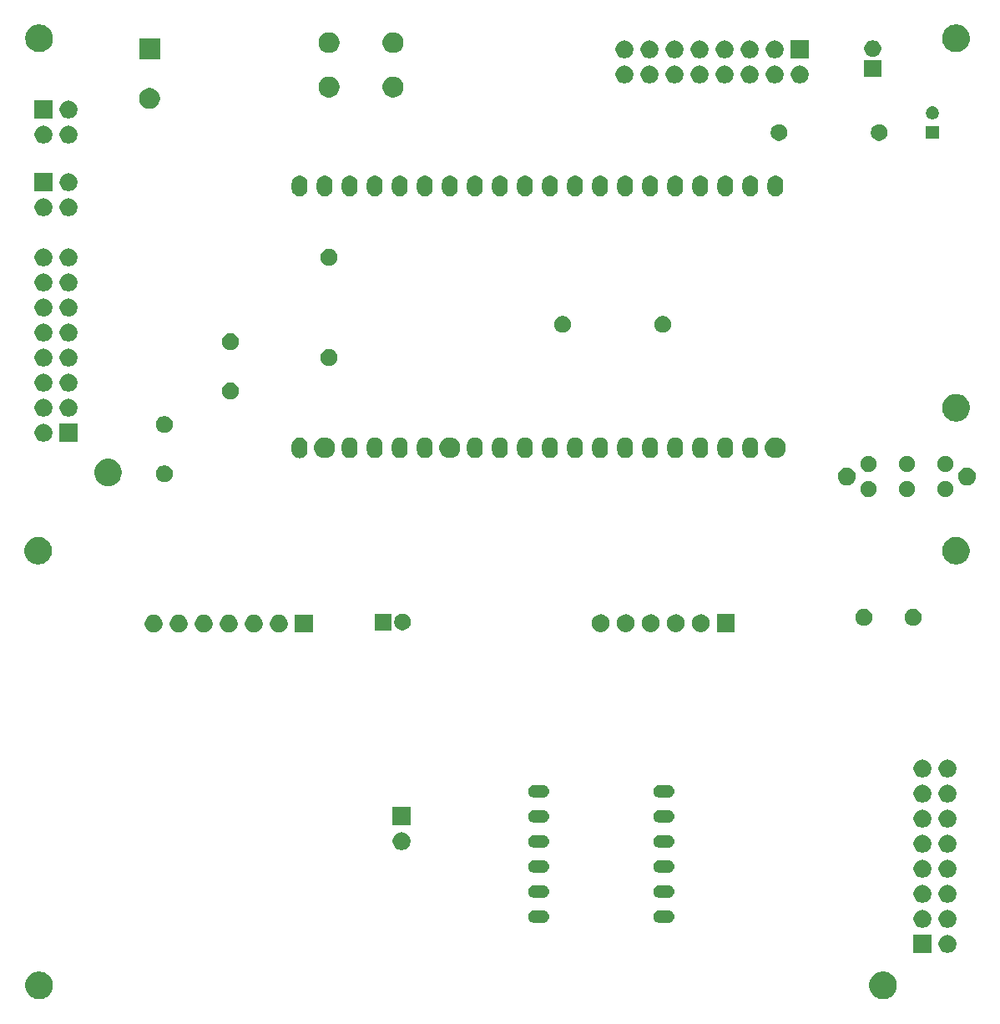
<source format=gbr>
G04 #@! TF.GenerationSoftware,KiCad,Pcbnew,(5.1.5)-3*
G04 #@! TF.CreationDate,2020-05-02T21:00:29-04:00*
G04 #@! TF.ProjectId,CombinedPnl_pcb-r2,436f6d62-696e-4656-9450-6e6c5f706362,rev?*
G04 #@! TF.SameCoordinates,Original*
G04 #@! TF.FileFunction,Soldermask,Top*
G04 #@! TF.FilePolarity,Negative*
%FSLAX46Y46*%
G04 Gerber Fmt 4.6, Leading zero omitted, Abs format (unit mm)*
G04 Created by KiCad (PCBNEW (5.1.5)-3) date 2020-05-02 21:00:29*
%MOMM*%
%LPD*%
G04 APERTURE LIST*
%ADD10C,0.100000*%
G04 APERTURE END LIST*
D10*
G36*
X183518433Y-136434893D02*
G01*
X183608657Y-136452839D01*
X183714267Y-136496585D01*
X183863621Y-136558449D01*
X183863622Y-136558450D01*
X184093086Y-136711772D01*
X184288228Y-136906914D01*
X184390675Y-137060237D01*
X184441551Y-137136379D01*
X184547161Y-137391344D01*
X184601000Y-137662012D01*
X184601000Y-137937988D01*
X184547161Y-138208656D01*
X184441551Y-138463621D01*
X184441550Y-138463622D01*
X184288228Y-138693086D01*
X184093086Y-138888228D01*
X183939763Y-138990675D01*
X183863621Y-139041551D01*
X183714267Y-139103415D01*
X183608657Y-139147161D01*
X183518433Y-139165107D01*
X183337988Y-139201000D01*
X183062012Y-139201000D01*
X182881567Y-139165107D01*
X182791343Y-139147161D01*
X182685733Y-139103415D01*
X182536379Y-139041551D01*
X182460237Y-138990675D01*
X182306914Y-138888228D01*
X182111772Y-138693086D01*
X181958450Y-138463622D01*
X181958449Y-138463621D01*
X181852839Y-138208656D01*
X181799000Y-137937988D01*
X181799000Y-137662012D01*
X181852839Y-137391344D01*
X181958449Y-137136379D01*
X182009325Y-137060237D01*
X182111772Y-136906914D01*
X182306914Y-136711772D01*
X182536378Y-136558450D01*
X182536379Y-136558449D01*
X182685733Y-136496585D01*
X182791343Y-136452839D01*
X182881567Y-136434893D01*
X183062012Y-136399000D01*
X183337988Y-136399000D01*
X183518433Y-136434893D01*
G37*
G36*
X97918433Y-136434893D02*
G01*
X98008657Y-136452839D01*
X98114267Y-136496585D01*
X98263621Y-136558449D01*
X98263622Y-136558450D01*
X98493086Y-136711772D01*
X98688228Y-136906914D01*
X98790675Y-137060237D01*
X98841551Y-137136379D01*
X98947161Y-137391344D01*
X99001000Y-137662012D01*
X99001000Y-137937988D01*
X98947161Y-138208656D01*
X98841551Y-138463621D01*
X98841550Y-138463622D01*
X98688228Y-138693086D01*
X98493086Y-138888228D01*
X98339763Y-138990675D01*
X98263621Y-139041551D01*
X98114267Y-139103415D01*
X98008657Y-139147161D01*
X97918433Y-139165107D01*
X97737988Y-139201000D01*
X97462012Y-139201000D01*
X97281567Y-139165107D01*
X97191343Y-139147161D01*
X97085733Y-139103415D01*
X96936379Y-139041551D01*
X96860237Y-138990675D01*
X96706914Y-138888228D01*
X96511772Y-138693086D01*
X96358450Y-138463622D01*
X96358449Y-138463621D01*
X96252839Y-138208656D01*
X96199000Y-137937988D01*
X96199000Y-137662012D01*
X96252839Y-137391344D01*
X96358449Y-137136379D01*
X96409325Y-137060237D01*
X96511772Y-136906914D01*
X96706914Y-136711772D01*
X96936378Y-136558450D01*
X96936379Y-136558449D01*
X97085733Y-136496585D01*
X97191343Y-136452839D01*
X97281567Y-136434893D01*
X97462012Y-136399000D01*
X97737988Y-136399000D01*
X97918433Y-136434893D01*
G37*
G36*
X189851512Y-132707927D02*
G01*
X190000812Y-132737624D01*
X190164784Y-132805544D01*
X190312354Y-132904147D01*
X190437853Y-133029646D01*
X190536456Y-133177216D01*
X190604376Y-133341188D01*
X190639000Y-133515259D01*
X190639000Y-133692741D01*
X190604376Y-133866812D01*
X190536456Y-134030784D01*
X190437853Y-134178354D01*
X190312354Y-134303853D01*
X190164784Y-134402456D01*
X190000812Y-134470376D01*
X189851512Y-134500073D01*
X189826742Y-134505000D01*
X189649258Y-134505000D01*
X189624488Y-134500073D01*
X189475188Y-134470376D01*
X189311216Y-134402456D01*
X189163646Y-134303853D01*
X189038147Y-134178354D01*
X188939544Y-134030784D01*
X188871624Y-133866812D01*
X188837000Y-133692741D01*
X188837000Y-133515259D01*
X188871624Y-133341188D01*
X188939544Y-133177216D01*
X189038147Y-133029646D01*
X189163646Y-132904147D01*
X189311216Y-132805544D01*
X189475188Y-132737624D01*
X189624488Y-132707927D01*
X189649258Y-132703000D01*
X189826742Y-132703000D01*
X189851512Y-132707927D01*
G37*
G36*
X188099000Y-134505000D02*
G01*
X186297000Y-134505000D01*
X186297000Y-132703000D01*
X188099000Y-132703000D01*
X188099000Y-134505000D01*
G37*
G36*
X189851512Y-130167927D02*
G01*
X190000812Y-130197624D01*
X190164784Y-130265544D01*
X190312354Y-130364147D01*
X190437853Y-130489646D01*
X190536456Y-130637216D01*
X190604376Y-130801188D01*
X190639000Y-130975259D01*
X190639000Y-131152741D01*
X190604376Y-131326812D01*
X190536456Y-131490784D01*
X190437853Y-131638354D01*
X190312354Y-131763853D01*
X190164784Y-131862456D01*
X190000812Y-131930376D01*
X189851512Y-131960073D01*
X189826742Y-131965000D01*
X189649258Y-131965000D01*
X189624488Y-131960073D01*
X189475188Y-131930376D01*
X189311216Y-131862456D01*
X189163646Y-131763853D01*
X189038147Y-131638354D01*
X188939544Y-131490784D01*
X188871624Y-131326812D01*
X188837000Y-131152741D01*
X188837000Y-130975259D01*
X188871624Y-130801188D01*
X188939544Y-130637216D01*
X189038147Y-130489646D01*
X189163646Y-130364147D01*
X189311216Y-130265544D01*
X189475188Y-130197624D01*
X189624488Y-130167927D01*
X189649258Y-130163000D01*
X189826742Y-130163000D01*
X189851512Y-130167927D01*
G37*
G36*
X187311512Y-130167927D02*
G01*
X187460812Y-130197624D01*
X187624784Y-130265544D01*
X187772354Y-130364147D01*
X187897853Y-130489646D01*
X187996456Y-130637216D01*
X188064376Y-130801188D01*
X188099000Y-130975259D01*
X188099000Y-131152741D01*
X188064376Y-131326812D01*
X187996456Y-131490784D01*
X187897853Y-131638354D01*
X187772354Y-131763853D01*
X187624784Y-131862456D01*
X187460812Y-131930376D01*
X187311512Y-131960073D01*
X187286742Y-131965000D01*
X187109258Y-131965000D01*
X187084488Y-131960073D01*
X186935188Y-131930376D01*
X186771216Y-131862456D01*
X186623646Y-131763853D01*
X186498147Y-131638354D01*
X186399544Y-131490784D01*
X186331624Y-131326812D01*
X186297000Y-131152741D01*
X186297000Y-130975259D01*
X186331624Y-130801188D01*
X186399544Y-130637216D01*
X186498147Y-130489646D01*
X186623646Y-130364147D01*
X186771216Y-130265544D01*
X186935188Y-130197624D01*
X187084488Y-130167927D01*
X187109258Y-130163000D01*
X187286742Y-130163000D01*
X187311512Y-130167927D01*
G37*
G36*
X161433855Y-130182140D02*
G01*
X161497618Y-130188420D01*
X161588404Y-130215960D01*
X161620336Y-130225646D01*
X161733425Y-130286094D01*
X161832554Y-130367446D01*
X161913906Y-130466575D01*
X161974354Y-130579664D01*
X161974355Y-130579668D01*
X162011580Y-130702382D01*
X162024149Y-130830000D01*
X162011580Y-130957618D01*
X161984040Y-131048404D01*
X161974354Y-131080336D01*
X161913906Y-131193425D01*
X161832554Y-131292554D01*
X161733425Y-131373906D01*
X161620336Y-131434354D01*
X161588404Y-131444040D01*
X161497618Y-131471580D01*
X161433855Y-131477860D01*
X161401974Y-131481000D01*
X160538026Y-131481000D01*
X160506145Y-131477860D01*
X160442382Y-131471580D01*
X160351596Y-131444040D01*
X160319664Y-131434354D01*
X160206575Y-131373906D01*
X160107446Y-131292554D01*
X160026094Y-131193425D01*
X159965646Y-131080336D01*
X159955960Y-131048404D01*
X159928420Y-130957618D01*
X159915851Y-130830000D01*
X159928420Y-130702382D01*
X159965645Y-130579668D01*
X159965646Y-130579664D01*
X160026094Y-130466575D01*
X160107446Y-130367446D01*
X160206575Y-130286094D01*
X160319664Y-130225646D01*
X160351596Y-130215960D01*
X160442382Y-130188420D01*
X160506145Y-130182140D01*
X160538026Y-130179000D01*
X161401974Y-130179000D01*
X161433855Y-130182140D01*
G37*
G36*
X148733855Y-130182140D02*
G01*
X148797618Y-130188420D01*
X148888404Y-130215960D01*
X148920336Y-130225646D01*
X149033425Y-130286094D01*
X149132554Y-130367446D01*
X149213906Y-130466575D01*
X149274354Y-130579664D01*
X149274355Y-130579668D01*
X149311580Y-130702382D01*
X149324149Y-130830000D01*
X149311580Y-130957618D01*
X149284040Y-131048404D01*
X149274354Y-131080336D01*
X149213906Y-131193425D01*
X149132554Y-131292554D01*
X149033425Y-131373906D01*
X148920336Y-131434354D01*
X148888404Y-131444040D01*
X148797618Y-131471580D01*
X148733855Y-131477860D01*
X148701974Y-131481000D01*
X147838026Y-131481000D01*
X147806145Y-131477860D01*
X147742382Y-131471580D01*
X147651596Y-131444040D01*
X147619664Y-131434354D01*
X147506575Y-131373906D01*
X147407446Y-131292554D01*
X147326094Y-131193425D01*
X147265646Y-131080336D01*
X147255960Y-131048404D01*
X147228420Y-130957618D01*
X147215851Y-130830000D01*
X147228420Y-130702382D01*
X147265645Y-130579668D01*
X147265646Y-130579664D01*
X147326094Y-130466575D01*
X147407446Y-130367446D01*
X147506575Y-130286094D01*
X147619664Y-130225646D01*
X147651596Y-130215960D01*
X147742382Y-130188420D01*
X147806145Y-130182140D01*
X147838026Y-130179000D01*
X148701974Y-130179000D01*
X148733855Y-130182140D01*
G37*
G36*
X189851512Y-127627927D02*
G01*
X190000812Y-127657624D01*
X190164784Y-127725544D01*
X190312354Y-127824147D01*
X190437853Y-127949646D01*
X190536456Y-128097216D01*
X190604376Y-128261188D01*
X190639000Y-128435259D01*
X190639000Y-128612741D01*
X190604376Y-128786812D01*
X190536456Y-128950784D01*
X190437853Y-129098354D01*
X190312354Y-129223853D01*
X190164784Y-129322456D01*
X190000812Y-129390376D01*
X189851512Y-129420073D01*
X189826742Y-129425000D01*
X189649258Y-129425000D01*
X189624488Y-129420073D01*
X189475188Y-129390376D01*
X189311216Y-129322456D01*
X189163646Y-129223853D01*
X189038147Y-129098354D01*
X188939544Y-128950784D01*
X188871624Y-128786812D01*
X188837000Y-128612741D01*
X188837000Y-128435259D01*
X188871624Y-128261188D01*
X188939544Y-128097216D01*
X189038147Y-127949646D01*
X189163646Y-127824147D01*
X189311216Y-127725544D01*
X189475188Y-127657624D01*
X189624488Y-127627927D01*
X189649258Y-127623000D01*
X189826742Y-127623000D01*
X189851512Y-127627927D01*
G37*
G36*
X187311512Y-127627927D02*
G01*
X187460812Y-127657624D01*
X187624784Y-127725544D01*
X187772354Y-127824147D01*
X187897853Y-127949646D01*
X187996456Y-128097216D01*
X188064376Y-128261188D01*
X188099000Y-128435259D01*
X188099000Y-128612741D01*
X188064376Y-128786812D01*
X187996456Y-128950784D01*
X187897853Y-129098354D01*
X187772354Y-129223853D01*
X187624784Y-129322456D01*
X187460812Y-129390376D01*
X187311512Y-129420073D01*
X187286742Y-129425000D01*
X187109258Y-129425000D01*
X187084488Y-129420073D01*
X186935188Y-129390376D01*
X186771216Y-129322456D01*
X186623646Y-129223853D01*
X186498147Y-129098354D01*
X186399544Y-128950784D01*
X186331624Y-128786812D01*
X186297000Y-128612741D01*
X186297000Y-128435259D01*
X186331624Y-128261188D01*
X186399544Y-128097216D01*
X186498147Y-127949646D01*
X186623646Y-127824147D01*
X186771216Y-127725544D01*
X186935188Y-127657624D01*
X187084488Y-127627927D01*
X187109258Y-127623000D01*
X187286742Y-127623000D01*
X187311512Y-127627927D01*
G37*
G36*
X148733855Y-127642140D02*
G01*
X148797618Y-127648420D01*
X148888404Y-127675960D01*
X148920336Y-127685646D01*
X149033425Y-127746094D01*
X149132554Y-127827446D01*
X149213906Y-127926575D01*
X149274354Y-128039664D01*
X149274355Y-128039668D01*
X149311580Y-128162382D01*
X149324149Y-128290000D01*
X149311580Y-128417618D01*
X149284040Y-128508404D01*
X149274354Y-128540336D01*
X149213906Y-128653425D01*
X149132554Y-128752554D01*
X149033425Y-128833906D01*
X148920336Y-128894354D01*
X148888404Y-128904040D01*
X148797618Y-128931580D01*
X148733855Y-128937860D01*
X148701974Y-128941000D01*
X147838026Y-128941000D01*
X147806145Y-128937860D01*
X147742382Y-128931580D01*
X147651596Y-128904040D01*
X147619664Y-128894354D01*
X147506575Y-128833906D01*
X147407446Y-128752554D01*
X147326094Y-128653425D01*
X147265646Y-128540336D01*
X147255960Y-128508404D01*
X147228420Y-128417618D01*
X147215851Y-128290000D01*
X147228420Y-128162382D01*
X147265645Y-128039668D01*
X147265646Y-128039664D01*
X147326094Y-127926575D01*
X147407446Y-127827446D01*
X147506575Y-127746094D01*
X147619664Y-127685646D01*
X147651596Y-127675960D01*
X147742382Y-127648420D01*
X147806145Y-127642140D01*
X147838026Y-127639000D01*
X148701974Y-127639000D01*
X148733855Y-127642140D01*
G37*
G36*
X161433855Y-127642140D02*
G01*
X161497618Y-127648420D01*
X161588404Y-127675960D01*
X161620336Y-127685646D01*
X161733425Y-127746094D01*
X161832554Y-127827446D01*
X161913906Y-127926575D01*
X161974354Y-128039664D01*
X161974355Y-128039668D01*
X162011580Y-128162382D01*
X162024149Y-128290000D01*
X162011580Y-128417618D01*
X161984040Y-128508404D01*
X161974354Y-128540336D01*
X161913906Y-128653425D01*
X161832554Y-128752554D01*
X161733425Y-128833906D01*
X161620336Y-128894354D01*
X161588404Y-128904040D01*
X161497618Y-128931580D01*
X161433855Y-128937860D01*
X161401974Y-128941000D01*
X160538026Y-128941000D01*
X160506145Y-128937860D01*
X160442382Y-128931580D01*
X160351596Y-128904040D01*
X160319664Y-128894354D01*
X160206575Y-128833906D01*
X160107446Y-128752554D01*
X160026094Y-128653425D01*
X159965646Y-128540336D01*
X159955960Y-128508404D01*
X159928420Y-128417618D01*
X159915851Y-128290000D01*
X159928420Y-128162382D01*
X159965645Y-128039668D01*
X159965646Y-128039664D01*
X160026094Y-127926575D01*
X160107446Y-127827446D01*
X160206575Y-127746094D01*
X160319664Y-127685646D01*
X160351596Y-127675960D01*
X160442382Y-127648420D01*
X160506145Y-127642140D01*
X160538026Y-127639000D01*
X161401974Y-127639000D01*
X161433855Y-127642140D01*
G37*
G36*
X187311512Y-125087927D02*
G01*
X187460812Y-125117624D01*
X187624784Y-125185544D01*
X187772354Y-125284147D01*
X187897853Y-125409646D01*
X187996456Y-125557216D01*
X188064376Y-125721188D01*
X188099000Y-125895259D01*
X188099000Y-126072741D01*
X188064376Y-126246812D01*
X187996456Y-126410784D01*
X187897853Y-126558354D01*
X187772354Y-126683853D01*
X187624784Y-126782456D01*
X187460812Y-126850376D01*
X187311512Y-126880073D01*
X187286742Y-126885000D01*
X187109258Y-126885000D01*
X187084488Y-126880073D01*
X186935188Y-126850376D01*
X186771216Y-126782456D01*
X186623646Y-126683853D01*
X186498147Y-126558354D01*
X186399544Y-126410784D01*
X186331624Y-126246812D01*
X186297000Y-126072741D01*
X186297000Y-125895259D01*
X186331624Y-125721188D01*
X186399544Y-125557216D01*
X186498147Y-125409646D01*
X186623646Y-125284147D01*
X186771216Y-125185544D01*
X186935188Y-125117624D01*
X187084488Y-125087927D01*
X187109258Y-125083000D01*
X187286742Y-125083000D01*
X187311512Y-125087927D01*
G37*
G36*
X189851512Y-125087927D02*
G01*
X190000812Y-125117624D01*
X190164784Y-125185544D01*
X190312354Y-125284147D01*
X190437853Y-125409646D01*
X190536456Y-125557216D01*
X190604376Y-125721188D01*
X190639000Y-125895259D01*
X190639000Y-126072741D01*
X190604376Y-126246812D01*
X190536456Y-126410784D01*
X190437853Y-126558354D01*
X190312354Y-126683853D01*
X190164784Y-126782456D01*
X190000812Y-126850376D01*
X189851512Y-126880073D01*
X189826742Y-126885000D01*
X189649258Y-126885000D01*
X189624488Y-126880073D01*
X189475188Y-126850376D01*
X189311216Y-126782456D01*
X189163646Y-126683853D01*
X189038147Y-126558354D01*
X188939544Y-126410784D01*
X188871624Y-126246812D01*
X188837000Y-126072741D01*
X188837000Y-125895259D01*
X188871624Y-125721188D01*
X188939544Y-125557216D01*
X189038147Y-125409646D01*
X189163646Y-125284147D01*
X189311216Y-125185544D01*
X189475188Y-125117624D01*
X189624488Y-125087927D01*
X189649258Y-125083000D01*
X189826742Y-125083000D01*
X189851512Y-125087927D01*
G37*
G36*
X148733855Y-125102140D02*
G01*
X148797618Y-125108420D01*
X148888404Y-125135960D01*
X148920336Y-125145646D01*
X149033425Y-125206094D01*
X149132554Y-125287446D01*
X149213906Y-125386575D01*
X149274354Y-125499664D01*
X149274355Y-125499668D01*
X149311580Y-125622382D01*
X149324149Y-125750000D01*
X149311580Y-125877618D01*
X149284040Y-125968404D01*
X149274354Y-126000336D01*
X149213906Y-126113425D01*
X149132554Y-126212554D01*
X149033425Y-126293906D01*
X148920336Y-126354354D01*
X148888404Y-126364040D01*
X148797618Y-126391580D01*
X148733855Y-126397860D01*
X148701974Y-126401000D01*
X147838026Y-126401000D01*
X147806145Y-126397860D01*
X147742382Y-126391580D01*
X147651596Y-126364040D01*
X147619664Y-126354354D01*
X147506575Y-126293906D01*
X147407446Y-126212554D01*
X147326094Y-126113425D01*
X147265646Y-126000336D01*
X147255960Y-125968404D01*
X147228420Y-125877618D01*
X147215851Y-125750000D01*
X147228420Y-125622382D01*
X147265645Y-125499668D01*
X147265646Y-125499664D01*
X147326094Y-125386575D01*
X147407446Y-125287446D01*
X147506575Y-125206094D01*
X147619664Y-125145646D01*
X147651596Y-125135960D01*
X147742382Y-125108420D01*
X147806145Y-125102140D01*
X147838026Y-125099000D01*
X148701974Y-125099000D01*
X148733855Y-125102140D01*
G37*
G36*
X161433855Y-125102140D02*
G01*
X161497618Y-125108420D01*
X161588404Y-125135960D01*
X161620336Y-125145646D01*
X161733425Y-125206094D01*
X161832554Y-125287446D01*
X161913906Y-125386575D01*
X161974354Y-125499664D01*
X161974355Y-125499668D01*
X162011580Y-125622382D01*
X162024149Y-125750000D01*
X162011580Y-125877618D01*
X161984040Y-125968404D01*
X161974354Y-126000336D01*
X161913906Y-126113425D01*
X161832554Y-126212554D01*
X161733425Y-126293906D01*
X161620336Y-126354354D01*
X161588404Y-126364040D01*
X161497618Y-126391580D01*
X161433855Y-126397860D01*
X161401974Y-126401000D01*
X160538026Y-126401000D01*
X160506145Y-126397860D01*
X160442382Y-126391580D01*
X160351596Y-126364040D01*
X160319664Y-126354354D01*
X160206575Y-126293906D01*
X160107446Y-126212554D01*
X160026094Y-126113425D01*
X159965646Y-126000336D01*
X159955960Y-125968404D01*
X159928420Y-125877618D01*
X159915851Y-125750000D01*
X159928420Y-125622382D01*
X159965645Y-125499668D01*
X159965646Y-125499664D01*
X160026094Y-125386575D01*
X160107446Y-125287446D01*
X160206575Y-125206094D01*
X160319664Y-125145646D01*
X160351596Y-125135960D01*
X160442382Y-125108420D01*
X160506145Y-125102140D01*
X160538026Y-125099000D01*
X161401974Y-125099000D01*
X161433855Y-125102140D01*
G37*
G36*
X189851512Y-122547927D02*
G01*
X190000812Y-122577624D01*
X190164784Y-122645544D01*
X190312354Y-122744147D01*
X190437853Y-122869646D01*
X190536456Y-123017216D01*
X190604376Y-123181188D01*
X190639000Y-123355259D01*
X190639000Y-123532741D01*
X190604376Y-123706812D01*
X190536456Y-123870784D01*
X190437853Y-124018354D01*
X190312354Y-124143853D01*
X190164784Y-124242456D01*
X190000812Y-124310376D01*
X189851512Y-124340073D01*
X189826742Y-124345000D01*
X189649258Y-124345000D01*
X189624488Y-124340073D01*
X189475188Y-124310376D01*
X189311216Y-124242456D01*
X189163646Y-124143853D01*
X189038147Y-124018354D01*
X188939544Y-123870784D01*
X188871624Y-123706812D01*
X188837000Y-123532741D01*
X188837000Y-123355259D01*
X188871624Y-123181188D01*
X188939544Y-123017216D01*
X189038147Y-122869646D01*
X189163646Y-122744147D01*
X189311216Y-122645544D01*
X189475188Y-122577624D01*
X189624488Y-122547927D01*
X189649258Y-122543000D01*
X189826742Y-122543000D01*
X189851512Y-122547927D01*
G37*
G36*
X187311512Y-122547927D02*
G01*
X187460812Y-122577624D01*
X187624784Y-122645544D01*
X187772354Y-122744147D01*
X187897853Y-122869646D01*
X187996456Y-123017216D01*
X188064376Y-123181188D01*
X188099000Y-123355259D01*
X188099000Y-123532741D01*
X188064376Y-123706812D01*
X187996456Y-123870784D01*
X187897853Y-124018354D01*
X187772354Y-124143853D01*
X187624784Y-124242456D01*
X187460812Y-124310376D01*
X187311512Y-124340073D01*
X187286742Y-124345000D01*
X187109258Y-124345000D01*
X187084488Y-124340073D01*
X186935188Y-124310376D01*
X186771216Y-124242456D01*
X186623646Y-124143853D01*
X186498147Y-124018354D01*
X186399544Y-123870784D01*
X186331624Y-123706812D01*
X186297000Y-123532741D01*
X186297000Y-123355259D01*
X186331624Y-123181188D01*
X186399544Y-123017216D01*
X186498147Y-122869646D01*
X186623646Y-122744147D01*
X186771216Y-122645544D01*
X186935188Y-122577624D01*
X187084488Y-122547927D01*
X187109258Y-122543000D01*
X187286742Y-122543000D01*
X187311512Y-122547927D01*
G37*
G36*
X134479512Y-122293927D02*
G01*
X134628812Y-122323624D01*
X134792784Y-122391544D01*
X134940354Y-122490147D01*
X135065853Y-122615646D01*
X135164456Y-122763216D01*
X135232376Y-122927188D01*
X135267000Y-123101259D01*
X135267000Y-123278741D01*
X135232376Y-123452812D01*
X135164456Y-123616784D01*
X135065853Y-123764354D01*
X134940354Y-123889853D01*
X134792784Y-123988456D01*
X134628812Y-124056376D01*
X134479512Y-124086073D01*
X134454742Y-124091000D01*
X134277258Y-124091000D01*
X134252488Y-124086073D01*
X134103188Y-124056376D01*
X133939216Y-123988456D01*
X133791646Y-123889853D01*
X133666147Y-123764354D01*
X133567544Y-123616784D01*
X133499624Y-123452812D01*
X133465000Y-123278741D01*
X133465000Y-123101259D01*
X133499624Y-122927188D01*
X133567544Y-122763216D01*
X133666147Y-122615646D01*
X133791646Y-122490147D01*
X133939216Y-122391544D01*
X134103188Y-122323624D01*
X134252488Y-122293927D01*
X134277258Y-122289000D01*
X134454742Y-122289000D01*
X134479512Y-122293927D01*
G37*
G36*
X148733855Y-122562140D02*
G01*
X148797618Y-122568420D01*
X148888404Y-122595960D01*
X148920336Y-122605646D01*
X149033425Y-122666094D01*
X149132554Y-122747446D01*
X149213906Y-122846575D01*
X149274354Y-122959664D01*
X149274355Y-122959668D01*
X149311580Y-123082382D01*
X149324149Y-123210000D01*
X149311580Y-123337618D01*
X149284040Y-123428404D01*
X149274354Y-123460336D01*
X149213906Y-123573425D01*
X149132554Y-123672554D01*
X149033425Y-123753906D01*
X148920336Y-123814354D01*
X148888404Y-123824040D01*
X148797618Y-123851580D01*
X148733855Y-123857860D01*
X148701974Y-123861000D01*
X147838026Y-123861000D01*
X147806145Y-123857860D01*
X147742382Y-123851580D01*
X147651596Y-123824040D01*
X147619664Y-123814354D01*
X147506575Y-123753906D01*
X147407446Y-123672554D01*
X147326094Y-123573425D01*
X147265646Y-123460336D01*
X147255960Y-123428404D01*
X147228420Y-123337618D01*
X147215851Y-123210000D01*
X147228420Y-123082382D01*
X147265645Y-122959668D01*
X147265646Y-122959664D01*
X147326094Y-122846575D01*
X147407446Y-122747446D01*
X147506575Y-122666094D01*
X147619664Y-122605646D01*
X147651596Y-122595960D01*
X147742382Y-122568420D01*
X147806145Y-122562140D01*
X147838026Y-122559000D01*
X148701974Y-122559000D01*
X148733855Y-122562140D01*
G37*
G36*
X161433855Y-122562140D02*
G01*
X161497618Y-122568420D01*
X161588404Y-122595960D01*
X161620336Y-122605646D01*
X161733425Y-122666094D01*
X161832554Y-122747446D01*
X161913906Y-122846575D01*
X161974354Y-122959664D01*
X161974355Y-122959668D01*
X162011580Y-123082382D01*
X162024149Y-123210000D01*
X162011580Y-123337618D01*
X161984040Y-123428404D01*
X161974354Y-123460336D01*
X161913906Y-123573425D01*
X161832554Y-123672554D01*
X161733425Y-123753906D01*
X161620336Y-123814354D01*
X161588404Y-123824040D01*
X161497618Y-123851580D01*
X161433855Y-123857860D01*
X161401974Y-123861000D01*
X160538026Y-123861000D01*
X160506145Y-123857860D01*
X160442382Y-123851580D01*
X160351596Y-123824040D01*
X160319664Y-123814354D01*
X160206575Y-123753906D01*
X160107446Y-123672554D01*
X160026094Y-123573425D01*
X159965646Y-123460336D01*
X159955960Y-123428404D01*
X159928420Y-123337618D01*
X159915851Y-123210000D01*
X159928420Y-123082382D01*
X159965645Y-122959668D01*
X159965646Y-122959664D01*
X160026094Y-122846575D01*
X160107446Y-122747446D01*
X160206575Y-122666094D01*
X160319664Y-122605646D01*
X160351596Y-122595960D01*
X160442382Y-122568420D01*
X160506145Y-122562140D01*
X160538026Y-122559000D01*
X161401974Y-122559000D01*
X161433855Y-122562140D01*
G37*
G36*
X189851512Y-120007927D02*
G01*
X190000812Y-120037624D01*
X190164784Y-120105544D01*
X190312354Y-120204147D01*
X190437853Y-120329646D01*
X190536456Y-120477216D01*
X190604376Y-120641188D01*
X190639000Y-120815259D01*
X190639000Y-120992741D01*
X190604376Y-121166812D01*
X190536456Y-121330784D01*
X190437853Y-121478354D01*
X190312354Y-121603853D01*
X190164784Y-121702456D01*
X190000812Y-121770376D01*
X189851512Y-121800073D01*
X189826742Y-121805000D01*
X189649258Y-121805000D01*
X189624488Y-121800073D01*
X189475188Y-121770376D01*
X189311216Y-121702456D01*
X189163646Y-121603853D01*
X189038147Y-121478354D01*
X188939544Y-121330784D01*
X188871624Y-121166812D01*
X188837000Y-120992741D01*
X188837000Y-120815259D01*
X188871624Y-120641188D01*
X188939544Y-120477216D01*
X189038147Y-120329646D01*
X189163646Y-120204147D01*
X189311216Y-120105544D01*
X189475188Y-120037624D01*
X189624488Y-120007927D01*
X189649258Y-120003000D01*
X189826742Y-120003000D01*
X189851512Y-120007927D01*
G37*
G36*
X187311512Y-120007927D02*
G01*
X187460812Y-120037624D01*
X187624784Y-120105544D01*
X187772354Y-120204147D01*
X187897853Y-120329646D01*
X187996456Y-120477216D01*
X188064376Y-120641188D01*
X188099000Y-120815259D01*
X188099000Y-120992741D01*
X188064376Y-121166812D01*
X187996456Y-121330784D01*
X187897853Y-121478354D01*
X187772354Y-121603853D01*
X187624784Y-121702456D01*
X187460812Y-121770376D01*
X187311512Y-121800073D01*
X187286742Y-121805000D01*
X187109258Y-121805000D01*
X187084488Y-121800073D01*
X186935188Y-121770376D01*
X186771216Y-121702456D01*
X186623646Y-121603853D01*
X186498147Y-121478354D01*
X186399544Y-121330784D01*
X186331624Y-121166812D01*
X186297000Y-120992741D01*
X186297000Y-120815259D01*
X186331624Y-120641188D01*
X186399544Y-120477216D01*
X186498147Y-120329646D01*
X186623646Y-120204147D01*
X186771216Y-120105544D01*
X186935188Y-120037624D01*
X187084488Y-120007927D01*
X187109258Y-120003000D01*
X187286742Y-120003000D01*
X187311512Y-120007927D01*
G37*
G36*
X135267000Y-121551000D02*
G01*
X133465000Y-121551000D01*
X133465000Y-119749000D01*
X135267000Y-119749000D01*
X135267000Y-121551000D01*
G37*
G36*
X161433855Y-120022140D02*
G01*
X161497618Y-120028420D01*
X161588404Y-120055960D01*
X161620336Y-120065646D01*
X161733425Y-120126094D01*
X161832554Y-120207446D01*
X161913906Y-120306575D01*
X161974354Y-120419664D01*
X161974355Y-120419668D01*
X162011580Y-120542382D01*
X162024149Y-120670000D01*
X162011580Y-120797618D01*
X161984040Y-120888404D01*
X161974354Y-120920336D01*
X161913906Y-121033425D01*
X161832554Y-121132554D01*
X161733425Y-121213906D01*
X161620336Y-121274354D01*
X161588404Y-121284040D01*
X161497618Y-121311580D01*
X161433855Y-121317860D01*
X161401974Y-121321000D01*
X160538026Y-121321000D01*
X160506145Y-121317860D01*
X160442382Y-121311580D01*
X160351596Y-121284040D01*
X160319664Y-121274354D01*
X160206575Y-121213906D01*
X160107446Y-121132554D01*
X160026094Y-121033425D01*
X159965646Y-120920336D01*
X159955960Y-120888404D01*
X159928420Y-120797618D01*
X159915851Y-120670000D01*
X159928420Y-120542382D01*
X159965645Y-120419668D01*
X159965646Y-120419664D01*
X160026094Y-120306575D01*
X160107446Y-120207446D01*
X160206575Y-120126094D01*
X160319664Y-120065646D01*
X160351596Y-120055960D01*
X160442382Y-120028420D01*
X160506145Y-120022140D01*
X160538026Y-120019000D01*
X161401974Y-120019000D01*
X161433855Y-120022140D01*
G37*
G36*
X148733855Y-120022140D02*
G01*
X148797618Y-120028420D01*
X148888404Y-120055960D01*
X148920336Y-120065646D01*
X149033425Y-120126094D01*
X149132554Y-120207446D01*
X149213906Y-120306575D01*
X149274354Y-120419664D01*
X149274355Y-120419668D01*
X149311580Y-120542382D01*
X149324149Y-120670000D01*
X149311580Y-120797618D01*
X149284040Y-120888404D01*
X149274354Y-120920336D01*
X149213906Y-121033425D01*
X149132554Y-121132554D01*
X149033425Y-121213906D01*
X148920336Y-121274354D01*
X148888404Y-121284040D01*
X148797618Y-121311580D01*
X148733855Y-121317860D01*
X148701974Y-121321000D01*
X147838026Y-121321000D01*
X147806145Y-121317860D01*
X147742382Y-121311580D01*
X147651596Y-121284040D01*
X147619664Y-121274354D01*
X147506575Y-121213906D01*
X147407446Y-121132554D01*
X147326094Y-121033425D01*
X147265646Y-120920336D01*
X147255960Y-120888404D01*
X147228420Y-120797618D01*
X147215851Y-120670000D01*
X147228420Y-120542382D01*
X147265645Y-120419668D01*
X147265646Y-120419664D01*
X147326094Y-120306575D01*
X147407446Y-120207446D01*
X147506575Y-120126094D01*
X147619664Y-120065646D01*
X147651596Y-120055960D01*
X147742382Y-120028420D01*
X147806145Y-120022140D01*
X147838026Y-120019000D01*
X148701974Y-120019000D01*
X148733855Y-120022140D01*
G37*
G36*
X189851512Y-117467927D02*
G01*
X190000812Y-117497624D01*
X190164784Y-117565544D01*
X190312354Y-117664147D01*
X190437853Y-117789646D01*
X190536456Y-117937216D01*
X190604376Y-118101188D01*
X190639000Y-118275259D01*
X190639000Y-118452741D01*
X190604376Y-118626812D01*
X190536456Y-118790784D01*
X190437853Y-118938354D01*
X190312354Y-119063853D01*
X190164784Y-119162456D01*
X190000812Y-119230376D01*
X189851512Y-119260073D01*
X189826742Y-119265000D01*
X189649258Y-119265000D01*
X189624488Y-119260073D01*
X189475188Y-119230376D01*
X189311216Y-119162456D01*
X189163646Y-119063853D01*
X189038147Y-118938354D01*
X188939544Y-118790784D01*
X188871624Y-118626812D01*
X188837000Y-118452741D01*
X188837000Y-118275259D01*
X188871624Y-118101188D01*
X188939544Y-117937216D01*
X189038147Y-117789646D01*
X189163646Y-117664147D01*
X189311216Y-117565544D01*
X189475188Y-117497624D01*
X189624488Y-117467927D01*
X189649258Y-117463000D01*
X189826742Y-117463000D01*
X189851512Y-117467927D01*
G37*
G36*
X187311512Y-117467927D02*
G01*
X187460812Y-117497624D01*
X187624784Y-117565544D01*
X187772354Y-117664147D01*
X187897853Y-117789646D01*
X187996456Y-117937216D01*
X188064376Y-118101188D01*
X188099000Y-118275259D01*
X188099000Y-118452741D01*
X188064376Y-118626812D01*
X187996456Y-118790784D01*
X187897853Y-118938354D01*
X187772354Y-119063853D01*
X187624784Y-119162456D01*
X187460812Y-119230376D01*
X187311512Y-119260073D01*
X187286742Y-119265000D01*
X187109258Y-119265000D01*
X187084488Y-119260073D01*
X186935188Y-119230376D01*
X186771216Y-119162456D01*
X186623646Y-119063853D01*
X186498147Y-118938354D01*
X186399544Y-118790784D01*
X186331624Y-118626812D01*
X186297000Y-118452741D01*
X186297000Y-118275259D01*
X186331624Y-118101188D01*
X186399544Y-117937216D01*
X186498147Y-117789646D01*
X186623646Y-117664147D01*
X186771216Y-117565544D01*
X186935188Y-117497624D01*
X187084488Y-117467927D01*
X187109258Y-117463000D01*
X187286742Y-117463000D01*
X187311512Y-117467927D01*
G37*
G36*
X148733855Y-117482140D02*
G01*
X148797618Y-117488420D01*
X148888404Y-117515960D01*
X148920336Y-117525646D01*
X149033425Y-117586094D01*
X149132554Y-117667446D01*
X149213906Y-117766575D01*
X149274354Y-117879664D01*
X149274355Y-117879668D01*
X149311580Y-118002382D01*
X149324149Y-118130000D01*
X149311580Y-118257618D01*
X149284040Y-118348404D01*
X149274354Y-118380336D01*
X149213906Y-118493425D01*
X149132554Y-118592554D01*
X149033425Y-118673906D01*
X148920336Y-118734354D01*
X148888404Y-118744040D01*
X148797618Y-118771580D01*
X148733855Y-118777860D01*
X148701974Y-118781000D01*
X147838026Y-118781000D01*
X147806145Y-118777860D01*
X147742382Y-118771580D01*
X147651596Y-118744040D01*
X147619664Y-118734354D01*
X147506575Y-118673906D01*
X147407446Y-118592554D01*
X147326094Y-118493425D01*
X147265646Y-118380336D01*
X147255960Y-118348404D01*
X147228420Y-118257618D01*
X147215851Y-118130000D01*
X147228420Y-118002382D01*
X147265645Y-117879668D01*
X147265646Y-117879664D01*
X147326094Y-117766575D01*
X147407446Y-117667446D01*
X147506575Y-117586094D01*
X147619664Y-117525646D01*
X147651596Y-117515960D01*
X147742382Y-117488420D01*
X147806145Y-117482140D01*
X147838026Y-117479000D01*
X148701974Y-117479000D01*
X148733855Y-117482140D01*
G37*
G36*
X161433855Y-117482140D02*
G01*
X161497618Y-117488420D01*
X161588404Y-117515960D01*
X161620336Y-117525646D01*
X161733425Y-117586094D01*
X161832554Y-117667446D01*
X161913906Y-117766575D01*
X161974354Y-117879664D01*
X161974355Y-117879668D01*
X162011580Y-118002382D01*
X162024149Y-118130000D01*
X162011580Y-118257618D01*
X161984040Y-118348404D01*
X161974354Y-118380336D01*
X161913906Y-118493425D01*
X161832554Y-118592554D01*
X161733425Y-118673906D01*
X161620336Y-118734354D01*
X161588404Y-118744040D01*
X161497618Y-118771580D01*
X161433855Y-118777860D01*
X161401974Y-118781000D01*
X160538026Y-118781000D01*
X160506145Y-118777860D01*
X160442382Y-118771580D01*
X160351596Y-118744040D01*
X160319664Y-118734354D01*
X160206575Y-118673906D01*
X160107446Y-118592554D01*
X160026094Y-118493425D01*
X159965646Y-118380336D01*
X159955960Y-118348404D01*
X159928420Y-118257618D01*
X159915851Y-118130000D01*
X159928420Y-118002382D01*
X159965645Y-117879668D01*
X159965646Y-117879664D01*
X160026094Y-117766575D01*
X160107446Y-117667446D01*
X160206575Y-117586094D01*
X160319664Y-117525646D01*
X160351596Y-117515960D01*
X160442382Y-117488420D01*
X160506145Y-117482140D01*
X160538026Y-117479000D01*
X161401974Y-117479000D01*
X161433855Y-117482140D01*
G37*
G36*
X187311512Y-114927927D02*
G01*
X187460812Y-114957624D01*
X187624784Y-115025544D01*
X187772354Y-115124147D01*
X187897853Y-115249646D01*
X187996456Y-115397216D01*
X188064376Y-115561188D01*
X188099000Y-115735259D01*
X188099000Y-115912741D01*
X188064376Y-116086812D01*
X187996456Y-116250784D01*
X187897853Y-116398354D01*
X187772354Y-116523853D01*
X187624784Y-116622456D01*
X187460812Y-116690376D01*
X187311512Y-116720073D01*
X187286742Y-116725000D01*
X187109258Y-116725000D01*
X187084488Y-116720073D01*
X186935188Y-116690376D01*
X186771216Y-116622456D01*
X186623646Y-116523853D01*
X186498147Y-116398354D01*
X186399544Y-116250784D01*
X186331624Y-116086812D01*
X186297000Y-115912741D01*
X186297000Y-115735259D01*
X186331624Y-115561188D01*
X186399544Y-115397216D01*
X186498147Y-115249646D01*
X186623646Y-115124147D01*
X186771216Y-115025544D01*
X186935188Y-114957624D01*
X187084488Y-114927927D01*
X187109258Y-114923000D01*
X187286742Y-114923000D01*
X187311512Y-114927927D01*
G37*
G36*
X189851512Y-114927927D02*
G01*
X190000812Y-114957624D01*
X190164784Y-115025544D01*
X190312354Y-115124147D01*
X190437853Y-115249646D01*
X190536456Y-115397216D01*
X190604376Y-115561188D01*
X190639000Y-115735259D01*
X190639000Y-115912741D01*
X190604376Y-116086812D01*
X190536456Y-116250784D01*
X190437853Y-116398354D01*
X190312354Y-116523853D01*
X190164784Y-116622456D01*
X190000812Y-116690376D01*
X189851512Y-116720073D01*
X189826742Y-116725000D01*
X189649258Y-116725000D01*
X189624488Y-116720073D01*
X189475188Y-116690376D01*
X189311216Y-116622456D01*
X189163646Y-116523853D01*
X189038147Y-116398354D01*
X188939544Y-116250784D01*
X188871624Y-116086812D01*
X188837000Y-115912741D01*
X188837000Y-115735259D01*
X188871624Y-115561188D01*
X188939544Y-115397216D01*
X189038147Y-115249646D01*
X189163646Y-115124147D01*
X189311216Y-115025544D01*
X189475188Y-114957624D01*
X189624488Y-114927927D01*
X189649258Y-114923000D01*
X189826742Y-114923000D01*
X189851512Y-114927927D01*
G37*
G36*
X122033512Y-100242928D02*
G01*
X122182812Y-100272625D01*
X122346784Y-100340545D01*
X122494354Y-100439148D01*
X122619853Y-100564647D01*
X122718456Y-100712217D01*
X122786376Y-100876189D01*
X122821000Y-101050260D01*
X122821000Y-101227742D01*
X122786376Y-101401813D01*
X122718456Y-101565785D01*
X122619853Y-101713355D01*
X122494354Y-101838854D01*
X122346784Y-101937457D01*
X122182812Y-102005377D01*
X122033512Y-102035074D01*
X122008742Y-102040001D01*
X121831258Y-102040001D01*
X121806488Y-102035074D01*
X121657188Y-102005377D01*
X121493216Y-101937457D01*
X121345646Y-101838854D01*
X121220147Y-101713355D01*
X121121544Y-101565785D01*
X121053624Y-101401813D01*
X121019000Y-101227742D01*
X121019000Y-101050260D01*
X121053624Y-100876189D01*
X121121544Y-100712217D01*
X121220147Y-100564647D01*
X121345646Y-100439148D01*
X121493216Y-100340545D01*
X121657188Y-100272625D01*
X121806488Y-100242928D01*
X121831258Y-100238001D01*
X122008742Y-100238001D01*
X122033512Y-100242928D01*
G37*
G36*
X109333512Y-100242928D02*
G01*
X109482812Y-100272625D01*
X109646784Y-100340545D01*
X109794354Y-100439148D01*
X109919853Y-100564647D01*
X110018456Y-100712217D01*
X110086376Y-100876189D01*
X110121000Y-101050260D01*
X110121000Y-101227742D01*
X110086376Y-101401813D01*
X110018456Y-101565785D01*
X109919853Y-101713355D01*
X109794354Y-101838854D01*
X109646784Y-101937457D01*
X109482812Y-102005377D01*
X109333512Y-102035074D01*
X109308742Y-102040001D01*
X109131258Y-102040001D01*
X109106488Y-102035074D01*
X108957188Y-102005377D01*
X108793216Y-101937457D01*
X108645646Y-101838854D01*
X108520147Y-101713355D01*
X108421544Y-101565785D01*
X108353624Y-101401813D01*
X108319000Y-101227742D01*
X108319000Y-101050260D01*
X108353624Y-100876189D01*
X108421544Y-100712217D01*
X108520147Y-100564647D01*
X108645646Y-100439148D01*
X108793216Y-100340545D01*
X108957188Y-100272625D01*
X109106488Y-100242928D01*
X109131258Y-100238001D01*
X109308742Y-100238001D01*
X109333512Y-100242928D01*
G37*
G36*
X111873512Y-100242928D02*
G01*
X112022812Y-100272625D01*
X112186784Y-100340545D01*
X112334354Y-100439148D01*
X112459853Y-100564647D01*
X112558456Y-100712217D01*
X112626376Y-100876189D01*
X112661000Y-101050260D01*
X112661000Y-101227742D01*
X112626376Y-101401813D01*
X112558456Y-101565785D01*
X112459853Y-101713355D01*
X112334354Y-101838854D01*
X112186784Y-101937457D01*
X112022812Y-102005377D01*
X111873512Y-102035074D01*
X111848742Y-102040001D01*
X111671258Y-102040001D01*
X111646488Y-102035074D01*
X111497188Y-102005377D01*
X111333216Y-101937457D01*
X111185646Y-101838854D01*
X111060147Y-101713355D01*
X110961544Y-101565785D01*
X110893624Y-101401813D01*
X110859000Y-101227742D01*
X110859000Y-101050260D01*
X110893624Y-100876189D01*
X110961544Y-100712217D01*
X111060147Y-100564647D01*
X111185646Y-100439148D01*
X111333216Y-100340545D01*
X111497188Y-100272625D01*
X111646488Y-100242928D01*
X111671258Y-100238001D01*
X111848742Y-100238001D01*
X111873512Y-100242928D01*
G37*
G36*
X114413512Y-100242928D02*
G01*
X114562812Y-100272625D01*
X114726784Y-100340545D01*
X114874354Y-100439148D01*
X114999853Y-100564647D01*
X115098456Y-100712217D01*
X115166376Y-100876189D01*
X115201000Y-101050260D01*
X115201000Y-101227742D01*
X115166376Y-101401813D01*
X115098456Y-101565785D01*
X114999853Y-101713355D01*
X114874354Y-101838854D01*
X114726784Y-101937457D01*
X114562812Y-102005377D01*
X114413512Y-102035074D01*
X114388742Y-102040001D01*
X114211258Y-102040001D01*
X114186488Y-102035074D01*
X114037188Y-102005377D01*
X113873216Y-101937457D01*
X113725646Y-101838854D01*
X113600147Y-101713355D01*
X113501544Y-101565785D01*
X113433624Y-101401813D01*
X113399000Y-101227742D01*
X113399000Y-101050260D01*
X113433624Y-100876189D01*
X113501544Y-100712217D01*
X113600147Y-100564647D01*
X113725646Y-100439148D01*
X113873216Y-100340545D01*
X114037188Y-100272625D01*
X114186488Y-100242928D01*
X114211258Y-100238001D01*
X114388742Y-100238001D01*
X114413512Y-100242928D01*
G37*
G36*
X116953512Y-100242928D02*
G01*
X117102812Y-100272625D01*
X117266784Y-100340545D01*
X117414354Y-100439148D01*
X117539853Y-100564647D01*
X117638456Y-100712217D01*
X117706376Y-100876189D01*
X117741000Y-101050260D01*
X117741000Y-101227742D01*
X117706376Y-101401813D01*
X117638456Y-101565785D01*
X117539853Y-101713355D01*
X117414354Y-101838854D01*
X117266784Y-101937457D01*
X117102812Y-102005377D01*
X116953512Y-102035074D01*
X116928742Y-102040001D01*
X116751258Y-102040001D01*
X116726488Y-102035074D01*
X116577188Y-102005377D01*
X116413216Y-101937457D01*
X116265646Y-101838854D01*
X116140147Y-101713355D01*
X116041544Y-101565785D01*
X115973624Y-101401813D01*
X115939000Y-101227742D01*
X115939000Y-101050260D01*
X115973624Y-100876189D01*
X116041544Y-100712217D01*
X116140147Y-100564647D01*
X116265646Y-100439148D01*
X116413216Y-100340545D01*
X116577188Y-100272625D01*
X116726488Y-100242928D01*
X116751258Y-100238001D01*
X116928742Y-100238001D01*
X116953512Y-100242928D01*
G37*
G36*
X119493512Y-100242928D02*
G01*
X119642812Y-100272625D01*
X119806784Y-100340545D01*
X119954354Y-100439148D01*
X120079853Y-100564647D01*
X120178456Y-100712217D01*
X120246376Y-100876189D01*
X120281000Y-101050260D01*
X120281000Y-101227742D01*
X120246376Y-101401813D01*
X120178456Y-101565785D01*
X120079853Y-101713355D01*
X119954354Y-101838854D01*
X119806784Y-101937457D01*
X119642812Y-102005377D01*
X119493512Y-102035074D01*
X119468742Y-102040001D01*
X119291258Y-102040001D01*
X119266488Y-102035074D01*
X119117188Y-102005377D01*
X118953216Y-101937457D01*
X118805646Y-101838854D01*
X118680147Y-101713355D01*
X118581544Y-101565785D01*
X118513624Y-101401813D01*
X118479000Y-101227742D01*
X118479000Y-101050260D01*
X118513624Y-100876189D01*
X118581544Y-100712217D01*
X118680147Y-100564647D01*
X118805646Y-100439148D01*
X118953216Y-100340545D01*
X119117188Y-100272625D01*
X119266488Y-100242928D01*
X119291258Y-100238001D01*
X119468742Y-100238001D01*
X119493512Y-100242928D01*
G37*
G36*
X125361000Y-102040001D02*
G01*
X123559000Y-102040001D01*
X123559000Y-100238001D01*
X125361000Y-100238001D01*
X125361000Y-102040001D01*
G37*
G36*
X168160000Y-101993000D02*
G01*
X166358000Y-101993000D01*
X166358000Y-100191000D01*
X168160000Y-100191000D01*
X168160000Y-101993000D01*
G37*
G36*
X162292512Y-100195927D02*
G01*
X162441812Y-100225624D01*
X162605784Y-100293544D01*
X162753354Y-100392147D01*
X162878853Y-100517646D01*
X162977456Y-100665216D01*
X163045376Y-100829188D01*
X163080000Y-101003259D01*
X163080000Y-101180741D01*
X163045376Y-101354812D01*
X162977456Y-101518784D01*
X162878853Y-101666354D01*
X162753354Y-101791853D01*
X162605784Y-101890456D01*
X162441812Y-101958376D01*
X162292512Y-101988073D01*
X162267742Y-101993000D01*
X162090258Y-101993000D01*
X162065488Y-101988073D01*
X161916188Y-101958376D01*
X161752216Y-101890456D01*
X161604646Y-101791853D01*
X161479147Y-101666354D01*
X161380544Y-101518784D01*
X161312624Y-101354812D01*
X161278000Y-101180741D01*
X161278000Y-101003259D01*
X161312624Y-100829188D01*
X161380544Y-100665216D01*
X161479147Y-100517646D01*
X161604646Y-100392147D01*
X161752216Y-100293544D01*
X161916188Y-100225624D01*
X162065488Y-100195927D01*
X162090258Y-100191000D01*
X162267742Y-100191000D01*
X162292512Y-100195927D01*
G37*
G36*
X159752512Y-100195927D02*
G01*
X159901812Y-100225624D01*
X160065784Y-100293544D01*
X160213354Y-100392147D01*
X160338853Y-100517646D01*
X160437456Y-100665216D01*
X160505376Y-100829188D01*
X160540000Y-101003259D01*
X160540000Y-101180741D01*
X160505376Y-101354812D01*
X160437456Y-101518784D01*
X160338853Y-101666354D01*
X160213354Y-101791853D01*
X160065784Y-101890456D01*
X159901812Y-101958376D01*
X159752512Y-101988073D01*
X159727742Y-101993000D01*
X159550258Y-101993000D01*
X159525488Y-101988073D01*
X159376188Y-101958376D01*
X159212216Y-101890456D01*
X159064646Y-101791853D01*
X158939147Y-101666354D01*
X158840544Y-101518784D01*
X158772624Y-101354812D01*
X158738000Y-101180741D01*
X158738000Y-101003259D01*
X158772624Y-100829188D01*
X158840544Y-100665216D01*
X158939147Y-100517646D01*
X159064646Y-100392147D01*
X159212216Y-100293544D01*
X159376188Y-100225624D01*
X159525488Y-100195927D01*
X159550258Y-100191000D01*
X159727742Y-100191000D01*
X159752512Y-100195927D01*
G37*
G36*
X154672512Y-100195927D02*
G01*
X154821812Y-100225624D01*
X154985784Y-100293544D01*
X155133354Y-100392147D01*
X155258853Y-100517646D01*
X155357456Y-100665216D01*
X155425376Y-100829188D01*
X155460000Y-101003259D01*
X155460000Y-101180741D01*
X155425376Y-101354812D01*
X155357456Y-101518784D01*
X155258853Y-101666354D01*
X155133354Y-101791853D01*
X154985784Y-101890456D01*
X154821812Y-101958376D01*
X154672512Y-101988073D01*
X154647742Y-101993000D01*
X154470258Y-101993000D01*
X154445488Y-101988073D01*
X154296188Y-101958376D01*
X154132216Y-101890456D01*
X153984646Y-101791853D01*
X153859147Y-101666354D01*
X153760544Y-101518784D01*
X153692624Y-101354812D01*
X153658000Y-101180741D01*
X153658000Y-101003259D01*
X153692624Y-100829188D01*
X153760544Y-100665216D01*
X153859147Y-100517646D01*
X153984646Y-100392147D01*
X154132216Y-100293544D01*
X154296188Y-100225624D01*
X154445488Y-100195927D01*
X154470258Y-100191000D01*
X154647742Y-100191000D01*
X154672512Y-100195927D01*
G37*
G36*
X164832512Y-100195927D02*
G01*
X164981812Y-100225624D01*
X165145784Y-100293544D01*
X165293354Y-100392147D01*
X165418853Y-100517646D01*
X165517456Y-100665216D01*
X165585376Y-100829188D01*
X165620000Y-101003259D01*
X165620000Y-101180741D01*
X165585376Y-101354812D01*
X165517456Y-101518784D01*
X165418853Y-101666354D01*
X165293354Y-101791853D01*
X165145784Y-101890456D01*
X164981812Y-101958376D01*
X164832512Y-101988073D01*
X164807742Y-101993000D01*
X164630258Y-101993000D01*
X164605488Y-101988073D01*
X164456188Y-101958376D01*
X164292216Y-101890456D01*
X164144646Y-101791853D01*
X164019147Y-101666354D01*
X163920544Y-101518784D01*
X163852624Y-101354812D01*
X163818000Y-101180741D01*
X163818000Y-101003259D01*
X163852624Y-100829188D01*
X163920544Y-100665216D01*
X164019147Y-100517646D01*
X164144646Y-100392147D01*
X164292216Y-100293544D01*
X164456188Y-100225624D01*
X164605488Y-100195927D01*
X164630258Y-100191000D01*
X164807742Y-100191000D01*
X164832512Y-100195927D01*
G37*
G36*
X157212512Y-100195927D02*
G01*
X157361812Y-100225624D01*
X157525784Y-100293544D01*
X157673354Y-100392147D01*
X157798853Y-100517646D01*
X157897456Y-100665216D01*
X157965376Y-100829188D01*
X158000000Y-101003259D01*
X158000000Y-101180741D01*
X157965376Y-101354812D01*
X157897456Y-101518784D01*
X157798853Y-101666354D01*
X157673354Y-101791853D01*
X157525784Y-101890456D01*
X157361812Y-101958376D01*
X157212512Y-101988073D01*
X157187742Y-101993000D01*
X157010258Y-101993000D01*
X156985488Y-101988073D01*
X156836188Y-101958376D01*
X156672216Y-101890456D01*
X156524646Y-101791853D01*
X156399147Y-101666354D01*
X156300544Y-101518784D01*
X156232624Y-101354812D01*
X156198000Y-101180741D01*
X156198000Y-101003259D01*
X156232624Y-100829188D01*
X156300544Y-100665216D01*
X156399147Y-100517646D01*
X156524646Y-100392147D01*
X156672216Y-100293544D01*
X156836188Y-100225624D01*
X156985488Y-100195927D01*
X157010258Y-100191000D01*
X157187742Y-100191000D01*
X157212512Y-100195927D01*
G37*
G36*
X134709228Y-100146703D02*
G01*
X134864100Y-100210853D01*
X135003481Y-100303985D01*
X135122015Y-100422519D01*
X135215147Y-100561900D01*
X135279297Y-100716772D01*
X135312000Y-100881184D01*
X135312000Y-101048816D01*
X135279297Y-101213228D01*
X135215147Y-101368100D01*
X135122015Y-101507481D01*
X135003481Y-101626015D01*
X134864100Y-101719147D01*
X134709228Y-101783297D01*
X134544816Y-101816000D01*
X134377184Y-101816000D01*
X134212772Y-101783297D01*
X134057900Y-101719147D01*
X133918519Y-101626015D01*
X133799985Y-101507481D01*
X133706853Y-101368100D01*
X133642703Y-101213228D01*
X133610000Y-101048816D01*
X133610000Y-100881184D01*
X133642703Y-100716772D01*
X133706853Y-100561900D01*
X133799985Y-100422519D01*
X133918519Y-100303985D01*
X134057900Y-100210853D01*
X134212772Y-100146703D01*
X134377184Y-100114000D01*
X134544816Y-100114000D01*
X134709228Y-100146703D01*
G37*
G36*
X133312000Y-101816000D02*
G01*
X131610000Y-101816000D01*
X131610000Y-100114000D01*
X133312000Y-100114000D01*
X133312000Y-101816000D01*
G37*
G36*
X186498228Y-99681703D02*
G01*
X186653100Y-99745853D01*
X186792481Y-99838985D01*
X186911015Y-99957519D01*
X187004147Y-100096900D01*
X187068297Y-100251772D01*
X187101000Y-100416184D01*
X187101000Y-100583816D01*
X187068297Y-100748228D01*
X187004147Y-100903100D01*
X186911015Y-101042481D01*
X186792481Y-101161015D01*
X186653100Y-101254147D01*
X186498228Y-101318297D01*
X186333816Y-101351000D01*
X186166184Y-101351000D01*
X186001772Y-101318297D01*
X185846900Y-101254147D01*
X185707519Y-101161015D01*
X185588985Y-101042481D01*
X185495853Y-100903100D01*
X185431703Y-100748228D01*
X185399000Y-100583816D01*
X185399000Y-100416184D01*
X185431703Y-100251772D01*
X185495853Y-100096900D01*
X185588985Y-99957519D01*
X185707519Y-99838985D01*
X185846900Y-99745853D01*
X186001772Y-99681703D01*
X186166184Y-99649000D01*
X186333816Y-99649000D01*
X186498228Y-99681703D01*
G37*
G36*
X181498228Y-99681703D02*
G01*
X181653100Y-99745853D01*
X181792481Y-99838985D01*
X181911015Y-99957519D01*
X182004147Y-100096900D01*
X182068297Y-100251772D01*
X182101000Y-100416184D01*
X182101000Y-100583816D01*
X182068297Y-100748228D01*
X182004147Y-100903100D01*
X181911015Y-101042481D01*
X181792481Y-101161015D01*
X181653100Y-101254147D01*
X181498228Y-101318297D01*
X181333816Y-101351000D01*
X181166184Y-101351000D01*
X181001772Y-101318297D01*
X180846900Y-101254147D01*
X180707519Y-101161015D01*
X180588985Y-101042481D01*
X180495853Y-100903100D01*
X180431703Y-100748228D01*
X180399000Y-100583816D01*
X180399000Y-100416184D01*
X180431703Y-100251772D01*
X180495853Y-100096900D01*
X180588985Y-99957519D01*
X180707519Y-99838985D01*
X180846900Y-99745853D01*
X181001772Y-99681703D01*
X181166184Y-99649000D01*
X181333816Y-99649000D01*
X181498228Y-99681703D01*
G37*
G36*
X97818433Y-92384893D02*
G01*
X97908657Y-92402839D01*
X98014267Y-92446585D01*
X98163621Y-92508449D01*
X98163622Y-92508450D01*
X98393086Y-92661772D01*
X98588228Y-92856914D01*
X98690675Y-93010237D01*
X98741551Y-93086379D01*
X98847161Y-93341344D01*
X98901000Y-93612012D01*
X98901000Y-93887988D01*
X98847161Y-94158656D01*
X98741551Y-94413621D01*
X98741550Y-94413622D01*
X98588228Y-94643086D01*
X98393086Y-94838228D01*
X98239763Y-94940675D01*
X98163621Y-94991551D01*
X98014267Y-95053415D01*
X97908657Y-95097161D01*
X97818433Y-95115107D01*
X97637988Y-95151000D01*
X97362012Y-95151000D01*
X97181567Y-95115107D01*
X97091343Y-95097161D01*
X96985733Y-95053415D01*
X96836379Y-94991551D01*
X96760237Y-94940675D01*
X96606914Y-94838228D01*
X96411772Y-94643086D01*
X96258450Y-94413622D01*
X96258449Y-94413621D01*
X96152839Y-94158656D01*
X96099000Y-93887988D01*
X96099000Y-93612012D01*
X96152839Y-93341344D01*
X96258449Y-93086379D01*
X96309325Y-93010237D01*
X96411772Y-92856914D01*
X96606914Y-92661772D01*
X96836378Y-92508450D01*
X96836379Y-92508449D01*
X96985733Y-92446585D01*
X97091343Y-92402839D01*
X97181567Y-92384893D01*
X97362012Y-92349000D01*
X97637988Y-92349000D01*
X97818433Y-92384893D01*
G37*
G36*
X190918433Y-92384893D02*
G01*
X191008657Y-92402839D01*
X191114267Y-92446585D01*
X191263621Y-92508449D01*
X191263622Y-92508450D01*
X191493086Y-92661772D01*
X191688228Y-92856914D01*
X191790675Y-93010237D01*
X191841551Y-93086379D01*
X191947161Y-93341344D01*
X192001000Y-93612012D01*
X192001000Y-93887988D01*
X191947161Y-94158656D01*
X191841551Y-94413621D01*
X191841550Y-94413622D01*
X191688228Y-94643086D01*
X191493086Y-94838228D01*
X191339763Y-94940675D01*
X191263621Y-94991551D01*
X191114267Y-95053415D01*
X191008657Y-95097161D01*
X190918433Y-95115107D01*
X190737988Y-95151000D01*
X190462012Y-95151000D01*
X190281567Y-95115107D01*
X190191343Y-95097161D01*
X190085733Y-95053415D01*
X189936379Y-94991551D01*
X189860237Y-94940675D01*
X189706914Y-94838228D01*
X189511772Y-94643086D01*
X189358450Y-94413622D01*
X189358449Y-94413621D01*
X189252839Y-94158656D01*
X189199000Y-93887988D01*
X189199000Y-93612012D01*
X189252839Y-93341344D01*
X189358449Y-93086379D01*
X189409325Y-93010237D01*
X189511772Y-92856914D01*
X189706914Y-92661772D01*
X189936378Y-92508450D01*
X189936379Y-92508449D01*
X190085733Y-92446585D01*
X190191343Y-92402839D01*
X190281567Y-92384893D01*
X190462012Y-92349000D01*
X190737988Y-92349000D01*
X190918433Y-92384893D01*
G37*
G36*
X181947142Y-86698242D02*
G01*
X182095101Y-86759529D01*
X182228255Y-86848499D01*
X182341501Y-86961745D01*
X182430471Y-87094899D01*
X182491758Y-87242858D01*
X182523000Y-87399925D01*
X182523000Y-87560075D01*
X182491758Y-87717142D01*
X182430471Y-87865101D01*
X182341501Y-87998255D01*
X182228255Y-88111501D01*
X182095101Y-88200471D01*
X181947142Y-88261758D01*
X181790075Y-88293000D01*
X181629925Y-88293000D01*
X181472858Y-88261758D01*
X181324899Y-88200471D01*
X181191745Y-88111501D01*
X181078499Y-87998255D01*
X180989529Y-87865101D01*
X180928242Y-87717142D01*
X180897000Y-87560075D01*
X180897000Y-87399925D01*
X180928242Y-87242858D01*
X180989529Y-87094899D01*
X181078499Y-86961745D01*
X181191745Y-86848499D01*
X181324899Y-86759529D01*
X181472858Y-86698242D01*
X181629925Y-86667000D01*
X181790075Y-86667000D01*
X181947142Y-86698242D01*
G37*
G36*
X185853142Y-86698242D02*
G01*
X186001101Y-86759529D01*
X186134255Y-86848499D01*
X186247501Y-86961745D01*
X186336471Y-87094899D01*
X186397758Y-87242858D01*
X186429000Y-87399925D01*
X186429000Y-87560075D01*
X186397758Y-87717142D01*
X186336471Y-87865101D01*
X186247501Y-87998255D01*
X186134255Y-88111501D01*
X186001101Y-88200471D01*
X185853142Y-88261758D01*
X185696075Y-88293000D01*
X185535925Y-88293000D01*
X185378858Y-88261758D01*
X185230899Y-88200471D01*
X185097745Y-88111501D01*
X184984499Y-87998255D01*
X184895529Y-87865101D01*
X184834242Y-87717142D01*
X184803000Y-87560075D01*
X184803000Y-87399925D01*
X184834242Y-87242858D01*
X184895529Y-87094899D01*
X184984499Y-86961745D01*
X185097745Y-86848499D01*
X185230899Y-86759529D01*
X185378858Y-86698242D01*
X185535925Y-86667000D01*
X185696075Y-86667000D01*
X185853142Y-86698242D01*
G37*
G36*
X189759142Y-86698242D02*
G01*
X189907101Y-86759529D01*
X190040255Y-86848499D01*
X190153501Y-86961745D01*
X190242471Y-87094899D01*
X190303758Y-87242858D01*
X190335000Y-87399925D01*
X190335000Y-87560075D01*
X190303758Y-87717142D01*
X190242471Y-87865101D01*
X190153501Y-87998255D01*
X190040255Y-88111501D01*
X189907101Y-88200471D01*
X189759142Y-88261758D01*
X189602075Y-88293000D01*
X189441925Y-88293000D01*
X189284858Y-88261758D01*
X189136899Y-88200471D01*
X189003745Y-88111501D01*
X188890499Y-87998255D01*
X188801529Y-87865101D01*
X188740242Y-87717142D01*
X188709000Y-87560075D01*
X188709000Y-87399925D01*
X188740242Y-87242858D01*
X188801529Y-87094899D01*
X188890499Y-86961745D01*
X189003745Y-86848499D01*
X189136899Y-86759529D01*
X189284858Y-86698242D01*
X189441925Y-86667000D01*
X189602075Y-86667000D01*
X189759142Y-86698242D01*
G37*
G36*
X104852325Y-84421743D02*
G01*
X105008657Y-84452839D01*
X105114267Y-84496585D01*
X105263621Y-84558449D01*
X105263622Y-84558450D01*
X105493086Y-84711772D01*
X105688228Y-84906914D01*
X105763839Y-85020075D01*
X105841551Y-85136379D01*
X105866186Y-85195853D01*
X105947161Y-85391343D01*
X105950379Y-85407520D01*
X106001000Y-85662012D01*
X106001000Y-85937988D01*
X105947161Y-86208656D01*
X105841551Y-86463621D01*
X105822268Y-86492480D01*
X105688228Y-86693086D01*
X105493086Y-86888228D01*
X105383062Y-86961743D01*
X105263621Y-87041551D01*
X105134825Y-87094900D01*
X105008657Y-87147161D01*
X104918433Y-87165107D01*
X104737988Y-87201000D01*
X104462012Y-87201000D01*
X104281567Y-87165107D01*
X104191343Y-87147161D01*
X104065175Y-87094900D01*
X103936379Y-87041551D01*
X103816938Y-86961743D01*
X103706914Y-86888228D01*
X103511772Y-86693086D01*
X103377732Y-86492480D01*
X103358449Y-86463621D01*
X103252839Y-86208656D01*
X103199000Y-85937988D01*
X103199000Y-85662012D01*
X103249621Y-85407520D01*
X103252839Y-85391343D01*
X103333814Y-85195853D01*
X103358449Y-85136379D01*
X103436161Y-85020075D01*
X103511772Y-84906914D01*
X103706914Y-84711772D01*
X103936378Y-84558450D01*
X103936379Y-84558449D01*
X104085733Y-84496585D01*
X104191343Y-84452839D01*
X104347675Y-84421743D01*
X104462012Y-84399000D01*
X104737988Y-84399000D01*
X104852325Y-84421743D01*
G37*
G36*
X191825512Y-85313927D02*
G01*
X191974812Y-85343624D01*
X192138784Y-85411544D01*
X192286354Y-85510147D01*
X192411853Y-85635646D01*
X192510456Y-85783216D01*
X192578376Y-85947188D01*
X192613000Y-86121259D01*
X192613000Y-86298741D01*
X192578376Y-86472812D01*
X192510456Y-86636784D01*
X192411853Y-86784354D01*
X192286354Y-86909853D01*
X192138784Y-87008456D01*
X191974812Y-87076376D01*
X191825512Y-87106073D01*
X191800742Y-87111000D01*
X191623258Y-87111000D01*
X191598488Y-87106073D01*
X191449188Y-87076376D01*
X191285216Y-87008456D01*
X191137646Y-86909853D01*
X191012147Y-86784354D01*
X190913544Y-86636784D01*
X190845624Y-86472812D01*
X190811000Y-86298741D01*
X190811000Y-86121259D01*
X190845624Y-85947188D01*
X190913544Y-85783216D01*
X191012147Y-85635646D01*
X191137646Y-85510147D01*
X191285216Y-85411544D01*
X191449188Y-85343624D01*
X191598488Y-85313927D01*
X191623258Y-85309000D01*
X191800742Y-85309000D01*
X191825512Y-85313927D01*
G37*
G36*
X179633512Y-85313927D02*
G01*
X179782812Y-85343624D01*
X179946784Y-85411544D01*
X180094354Y-85510147D01*
X180219853Y-85635646D01*
X180318456Y-85783216D01*
X180386376Y-85947188D01*
X180421000Y-86121259D01*
X180421000Y-86298741D01*
X180386376Y-86472812D01*
X180318456Y-86636784D01*
X180219853Y-86784354D01*
X180094354Y-86909853D01*
X179946784Y-87008456D01*
X179782812Y-87076376D01*
X179633512Y-87106073D01*
X179608742Y-87111000D01*
X179431258Y-87111000D01*
X179406488Y-87106073D01*
X179257188Y-87076376D01*
X179093216Y-87008456D01*
X178945646Y-86909853D01*
X178820147Y-86784354D01*
X178721544Y-86636784D01*
X178653624Y-86472812D01*
X178619000Y-86298741D01*
X178619000Y-86121259D01*
X178653624Y-85947188D01*
X178721544Y-85783216D01*
X178820147Y-85635646D01*
X178945646Y-85510147D01*
X179093216Y-85411544D01*
X179257188Y-85343624D01*
X179406488Y-85313927D01*
X179431258Y-85309000D01*
X179608742Y-85309000D01*
X179633512Y-85313927D01*
G37*
G36*
X110548228Y-85131703D02*
G01*
X110703100Y-85195853D01*
X110842481Y-85288985D01*
X110961015Y-85407519D01*
X111054147Y-85546900D01*
X111118297Y-85701772D01*
X111151000Y-85866184D01*
X111151000Y-86033816D01*
X111118297Y-86198228D01*
X111054147Y-86353100D01*
X110961015Y-86492481D01*
X110842481Y-86611015D01*
X110703100Y-86704147D01*
X110548228Y-86768297D01*
X110383816Y-86801000D01*
X110216184Y-86801000D01*
X110051772Y-86768297D01*
X109896900Y-86704147D01*
X109757519Y-86611015D01*
X109638985Y-86492481D01*
X109545853Y-86353100D01*
X109481703Y-86198228D01*
X109449000Y-86033816D01*
X109449000Y-85866184D01*
X109481703Y-85701772D01*
X109545853Y-85546900D01*
X109638985Y-85407519D01*
X109757519Y-85288985D01*
X109896900Y-85195853D01*
X110051772Y-85131703D01*
X110216184Y-85099000D01*
X110383816Y-85099000D01*
X110548228Y-85131703D01*
G37*
G36*
X189759142Y-84158242D02*
G01*
X189907101Y-84219529D01*
X190040255Y-84308499D01*
X190153501Y-84421745D01*
X190242471Y-84554899D01*
X190303758Y-84702858D01*
X190335000Y-84859925D01*
X190335000Y-85020075D01*
X190303758Y-85177142D01*
X190242471Y-85325101D01*
X190153501Y-85458255D01*
X190040255Y-85571501D01*
X189907101Y-85660471D01*
X189759142Y-85721758D01*
X189602075Y-85753000D01*
X189441925Y-85753000D01*
X189284858Y-85721758D01*
X189136899Y-85660471D01*
X189003745Y-85571501D01*
X188890499Y-85458255D01*
X188801529Y-85325101D01*
X188740242Y-85177142D01*
X188709000Y-85020075D01*
X188709000Y-84859925D01*
X188740242Y-84702858D01*
X188801529Y-84554899D01*
X188890499Y-84421745D01*
X189003745Y-84308499D01*
X189136899Y-84219529D01*
X189284858Y-84158242D01*
X189441925Y-84127000D01*
X189602075Y-84127000D01*
X189759142Y-84158242D01*
G37*
G36*
X181947142Y-84158242D02*
G01*
X182095101Y-84219529D01*
X182228255Y-84308499D01*
X182341501Y-84421745D01*
X182430471Y-84554899D01*
X182491758Y-84702858D01*
X182523000Y-84859925D01*
X182523000Y-85020075D01*
X182491758Y-85177142D01*
X182430471Y-85325101D01*
X182341501Y-85458255D01*
X182228255Y-85571501D01*
X182095101Y-85660471D01*
X181947142Y-85721758D01*
X181790075Y-85753000D01*
X181629925Y-85753000D01*
X181472858Y-85721758D01*
X181324899Y-85660471D01*
X181191745Y-85571501D01*
X181078499Y-85458255D01*
X180989529Y-85325101D01*
X180928242Y-85177142D01*
X180897000Y-85020075D01*
X180897000Y-84859925D01*
X180928242Y-84702858D01*
X180989529Y-84554899D01*
X181078499Y-84421745D01*
X181191745Y-84308499D01*
X181324899Y-84219529D01*
X181472858Y-84158242D01*
X181629925Y-84127000D01*
X181790075Y-84127000D01*
X181947142Y-84158242D01*
G37*
G36*
X185853142Y-84158242D02*
G01*
X186001101Y-84219529D01*
X186134255Y-84308499D01*
X186247501Y-84421745D01*
X186336471Y-84554899D01*
X186397758Y-84702858D01*
X186429000Y-84859925D01*
X186429000Y-85020075D01*
X186397758Y-85177142D01*
X186336471Y-85325101D01*
X186247501Y-85458255D01*
X186134255Y-85571501D01*
X186001101Y-85660471D01*
X185853142Y-85721758D01*
X185696075Y-85753000D01*
X185535925Y-85753000D01*
X185378858Y-85721758D01*
X185230899Y-85660471D01*
X185097745Y-85571501D01*
X184984499Y-85458255D01*
X184895529Y-85325101D01*
X184834242Y-85177142D01*
X184803000Y-85020075D01*
X184803000Y-84859925D01*
X184834242Y-84702858D01*
X184895529Y-84554899D01*
X184984499Y-84421745D01*
X185097745Y-84308499D01*
X185230899Y-84219529D01*
X185378858Y-84158242D01*
X185535925Y-84127000D01*
X185696075Y-84127000D01*
X185853142Y-84158242D01*
G37*
G36*
X124177022Y-82280590D02*
G01*
X124277681Y-82311125D01*
X124328012Y-82326392D01*
X124418230Y-82374615D01*
X124467164Y-82400771D01*
X124589133Y-82500867D01*
X124677740Y-82608836D01*
X124689229Y-82622835D01*
X124763608Y-82761987D01*
X124777616Y-82808165D01*
X124809410Y-82912977D01*
X124821000Y-83030655D01*
X124821000Y-83609345D01*
X124809410Y-83727023D01*
X124786110Y-83803833D01*
X124763608Y-83878013D01*
X124689229Y-84017165D01*
X124589133Y-84139133D01*
X124467165Y-84239229D01*
X124328013Y-84313608D01*
X124277682Y-84328875D01*
X124177023Y-84359410D01*
X124020000Y-84374875D01*
X123862978Y-84359410D01*
X123762319Y-84328875D01*
X123711988Y-84313608D01*
X123572836Y-84239229D01*
X123450868Y-84139133D01*
X123440911Y-84127000D01*
X123350771Y-84017165D01*
X123295607Y-83913961D01*
X123276392Y-83878013D01*
X123253890Y-83803833D01*
X123230590Y-83727023D01*
X123219000Y-83609345D01*
X123219000Y-83030656D01*
X123230590Y-82912978D01*
X123276392Y-82761989D01*
X123276392Y-82761988D01*
X123350771Y-82622836D01*
X123380627Y-82586456D01*
X123450867Y-82500867D01*
X123572835Y-82400771D01*
X123621769Y-82374615D01*
X123711987Y-82326392D01*
X123762318Y-82311125D01*
X123862977Y-82280590D01*
X124020000Y-82265125D01*
X124177022Y-82280590D01*
G37*
G36*
X167357023Y-82266590D02*
G01*
X167451964Y-82295390D01*
X167508013Y-82312392D01*
X167647165Y-82386771D01*
X167769133Y-82486867D01*
X167869229Y-82608835D01*
X167943608Y-82747987D01*
X167943608Y-82747988D01*
X167989410Y-82898977D01*
X168001000Y-83016655D01*
X168001000Y-83595345D01*
X167989410Y-83713023D01*
X167985163Y-83727023D01*
X167943608Y-83864013D01*
X167869230Y-84003164D01*
X167869229Y-84003165D01*
X167769133Y-84125133D01*
X167647164Y-84225229D01*
X167508012Y-84299608D01*
X167478695Y-84308501D01*
X167357022Y-84345410D01*
X167200000Y-84360875D01*
X167042977Y-84345410D01*
X166921304Y-84308501D01*
X166891987Y-84299608D01*
X166752835Y-84225229D01*
X166630867Y-84125133D01*
X166530771Y-84003164D01*
X166463876Y-83878013D01*
X166456392Y-83864012D01*
X166438137Y-83803833D01*
X166410590Y-83713022D01*
X166399000Y-83595344D01*
X166399000Y-83016655D01*
X166410590Y-82898977D01*
X166456392Y-82747988D01*
X166456392Y-82747987D01*
X166487922Y-82689000D01*
X166530771Y-82608835D01*
X166630868Y-82486867D01*
X166752836Y-82386771D01*
X166798517Y-82362354D01*
X166891988Y-82312392D01*
X166948037Y-82295390D01*
X167042978Y-82266590D01*
X167200000Y-82251125D01*
X167357023Y-82266590D01*
G37*
G36*
X129257023Y-82266590D02*
G01*
X129351964Y-82295390D01*
X129408013Y-82312392D01*
X129547165Y-82386771D01*
X129669133Y-82486867D01*
X129769229Y-82608835D01*
X129843608Y-82747987D01*
X129843608Y-82747988D01*
X129889410Y-82898977D01*
X129901000Y-83016655D01*
X129901000Y-83595345D01*
X129889410Y-83713023D01*
X129885163Y-83727023D01*
X129843608Y-83864013D01*
X129769230Y-84003164D01*
X129769229Y-84003165D01*
X129669133Y-84125133D01*
X129547164Y-84225229D01*
X129408012Y-84299608D01*
X129378695Y-84308501D01*
X129257022Y-84345410D01*
X129100000Y-84360875D01*
X128942977Y-84345410D01*
X128821304Y-84308501D01*
X128791987Y-84299608D01*
X128652835Y-84225229D01*
X128530867Y-84125133D01*
X128430771Y-84003164D01*
X128363876Y-83878013D01*
X128356392Y-83864012D01*
X128338137Y-83803833D01*
X128310590Y-83713022D01*
X128299000Y-83595344D01*
X128299000Y-83016655D01*
X128310590Y-82898977D01*
X128356392Y-82747988D01*
X128356392Y-82747987D01*
X128387922Y-82689000D01*
X128430771Y-82608835D01*
X128530868Y-82486867D01*
X128652836Y-82386771D01*
X128698517Y-82362354D01*
X128791988Y-82312392D01*
X128848037Y-82295390D01*
X128942978Y-82266590D01*
X129100000Y-82251125D01*
X129257023Y-82266590D01*
G37*
G36*
X131797023Y-82266590D02*
G01*
X131891964Y-82295390D01*
X131948013Y-82312392D01*
X132087165Y-82386771D01*
X132209133Y-82486867D01*
X132309229Y-82608835D01*
X132383608Y-82747987D01*
X132383608Y-82747988D01*
X132429410Y-82898977D01*
X132441000Y-83016655D01*
X132441000Y-83595345D01*
X132429410Y-83713023D01*
X132425163Y-83727023D01*
X132383608Y-83864013D01*
X132309230Y-84003164D01*
X132309229Y-84003165D01*
X132209133Y-84125133D01*
X132087164Y-84225229D01*
X131948012Y-84299608D01*
X131918695Y-84308501D01*
X131797022Y-84345410D01*
X131640000Y-84360875D01*
X131482977Y-84345410D01*
X131361304Y-84308501D01*
X131331987Y-84299608D01*
X131192835Y-84225229D01*
X131070867Y-84125133D01*
X130970771Y-84003164D01*
X130903876Y-83878013D01*
X130896392Y-83864012D01*
X130878137Y-83803833D01*
X130850590Y-83713022D01*
X130839000Y-83595344D01*
X130839000Y-83016655D01*
X130850590Y-82898977D01*
X130896392Y-82747988D01*
X130896392Y-82747987D01*
X130927922Y-82689000D01*
X130970771Y-82608835D01*
X131070868Y-82486867D01*
X131192836Y-82386771D01*
X131238517Y-82362354D01*
X131331988Y-82312392D01*
X131388037Y-82295390D01*
X131482978Y-82266590D01*
X131640000Y-82251125D01*
X131797023Y-82266590D01*
G37*
G36*
X134337023Y-82266590D02*
G01*
X134431964Y-82295390D01*
X134488013Y-82312392D01*
X134627165Y-82386771D01*
X134749133Y-82486867D01*
X134849229Y-82608835D01*
X134923608Y-82747987D01*
X134923608Y-82747988D01*
X134969410Y-82898977D01*
X134981000Y-83016655D01*
X134981000Y-83595345D01*
X134969410Y-83713023D01*
X134965163Y-83727023D01*
X134923608Y-83864013D01*
X134849230Y-84003164D01*
X134849229Y-84003165D01*
X134749133Y-84125133D01*
X134627164Y-84225229D01*
X134488012Y-84299608D01*
X134458695Y-84308501D01*
X134337022Y-84345410D01*
X134180000Y-84360875D01*
X134022977Y-84345410D01*
X133901304Y-84308501D01*
X133871987Y-84299608D01*
X133732835Y-84225229D01*
X133610867Y-84125133D01*
X133510771Y-84003164D01*
X133443876Y-83878013D01*
X133436392Y-83864012D01*
X133418137Y-83803833D01*
X133390590Y-83713022D01*
X133379000Y-83595344D01*
X133379000Y-83016655D01*
X133390590Y-82898977D01*
X133436392Y-82747988D01*
X133436392Y-82747987D01*
X133467922Y-82689000D01*
X133510771Y-82608835D01*
X133610868Y-82486867D01*
X133732836Y-82386771D01*
X133778517Y-82362354D01*
X133871988Y-82312392D01*
X133928037Y-82295390D01*
X134022978Y-82266590D01*
X134180000Y-82251125D01*
X134337023Y-82266590D01*
G37*
G36*
X136877023Y-82266590D02*
G01*
X136971964Y-82295390D01*
X137028013Y-82312392D01*
X137167165Y-82386771D01*
X137289133Y-82486867D01*
X137389229Y-82608835D01*
X137463608Y-82747987D01*
X137463608Y-82747988D01*
X137509410Y-82898977D01*
X137521000Y-83016655D01*
X137521000Y-83595345D01*
X137509410Y-83713023D01*
X137505163Y-83727023D01*
X137463608Y-83864013D01*
X137389230Y-84003164D01*
X137389229Y-84003165D01*
X137289133Y-84125133D01*
X137167164Y-84225229D01*
X137028012Y-84299608D01*
X136998695Y-84308501D01*
X136877022Y-84345410D01*
X136720000Y-84360875D01*
X136562977Y-84345410D01*
X136441304Y-84308501D01*
X136411987Y-84299608D01*
X136272835Y-84225229D01*
X136150867Y-84125133D01*
X136050771Y-84003164D01*
X135983876Y-83878013D01*
X135976392Y-83864012D01*
X135958137Y-83803833D01*
X135930590Y-83713022D01*
X135919000Y-83595344D01*
X135919000Y-83016655D01*
X135930590Y-82898977D01*
X135976392Y-82747988D01*
X135976392Y-82747987D01*
X136007922Y-82689000D01*
X136050771Y-82608835D01*
X136150868Y-82486867D01*
X136272836Y-82386771D01*
X136318517Y-82362354D01*
X136411988Y-82312392D01*
X136468037Y-82295390D01*
X136562978Y-82266590D01*
X136720000Y-82251125D01*
X136877023Y-82266590D01*
G37*
G36*
X141957023Y-82266590D02*
G01*
X142051964Y-82295390D01*
X142108013Y-82312392D01*
X142247165Y-82386771D01*
X142369133Y-82486867D01*
X142469229Y-82608835D01*
X142543608Y-82747987D01*
X142543608Y-82747988D01*
X142589410Y-82898977D01*
X142601000Y-83016655D01*
X142601000Y-83595345D01*
X142589410Y-83713023D01*
X142585163Y-83727023D01*
X142543608Y-83864013D01*
X142469230Y-84003164D01*
X142469229Y-84003165D01*
X142369133Y-84125133D01*
X142247164Y-84225229D01*
X142108012Y-84299608D01*
X142078695Y-84308501D01*
X141957022Y-84345410D01*
X141800000Y-84360875D01*
X141642977Y-84345410D01*
X141521304Y-84308501D01*
X141491987Y-84299608D01*
X141352835Y-84225229D01*
X141230867Y-84125133D01*
X141130771Y-84003164D01*
X141063876Y-83878013D01*
X141056392Y-83864012D01*
X141038137Y-83803833D01*
X141010590Y-83713022D01*
X140999000Y-83595344D01*
X140999000Y-83016655D01*
X141010590Y-82898977D01*
X141056392Y-82747988D01*
X141056392Y-82747987D01*
X141087922Y-82689000D01*
X141130771Y-82608835D01*
X141230868Y-82486867D01*
X141352836Y-82386771D01*
X141398517Y-82362354D01*
X141491988Y-82312392D01*
X141548037Y-82295390D01*
X141642978Y-82266590D01*
X141800000Y-82251125D01*
X141957023Y-82266590D01*
G37*
G36*
X147037023Y-82266590D02*
G01*
X147131964Y-82295390D01*
X147188013Y-82312392D01*
X147327165Y-82386771D01*
X147449133Y-82486867D01*
X147549229Y-82608835D01*
X147623608Y-82747987D01*
X147623608Y-82747988D01*
X147669410Y-82898977D01*
X147681000Y-83016655D01*
X147681000Y-83595345D01*
X147669410Y-83713023D01*
X147665163Y-83727023D01*
X147623608Y-83864013D01*
X147549230Y-84003164D01*
X147549229Y-84003165D01*
X147449133Y-84125133D01*
X147327164Y-84225229D01*
X147188012Y-84299608D01*
X147158695Y-84308501D01*
X147037022Y-84345410D01*
X146880000Y-84360875D01*
X146722977Y-84345410D01*
X146601304Y-84308501D01*
X146571987Y-84299608D01*
X146432835Y-84225229D01*
X146310867Y-84125133D01*
X146210771Y-84003164D01*
X146143876Y-83878013D01*
X146136392Y-83864012D01*
X146118137Y-83803833D01*
X146090590Y-83713022D01*
X146079000Y-83595344D01*
X146079000Y-83016655D01*
X146090590Y-82898977D01*
X146136392Y-82747988D01*
X146136392Y-82747987D01*
X146167922Y-82689000D01*
X146210771Y-82608835D01*
X146310868Y-82486867D01*
X146432836Y-82386771D01*
X146478517Y-82362354D01*
X146571988Y-82312392D01*
X146628037Y-82295390D01*
X146722978Y-82266590D01*
X146880000Y-82251125D01*
X147037023Y-82266590D01*
G37*
G36*
X149577023Y-82266590D02*
G01*
X149671964Y-82295390D01*
X149728013Y-82312392D01*
X149867165Y-82386771D01*
X149989133Y-82486867D01*
X150089229Y-82608835D01*
X150163608Y-82747987D01*
X150163608Y-82747988D01*
X150209410Y-82898977D01*
X150221000Y-83016655D01*
X150221000Y-83595345D01*
X150209410Y-83713023D01*
X150205163Y-83727023D01*
X150163608Y-83864013D01*
X150089230Y-84003164D01*
X150089229Y-84003165D01*
X149989133Y-84125133D01*
X149867164Y-84225229D01*
X149728012Y-84299608D01*
X149698695Y-84308501D01*
X149577022Y-84345410D01*
X149420000Y-84360875D01*
X149262977Y-84345410D01*
X149141304Y-84308501D01*
X149111987Y-84299608D01*
X148972835Y-84225229D01*
X148850867Y-84125133D01*
X148750771Y-84003164D01*
X148683876Y-83878013D01*
X148676392Y-83864012D01*
X148658137Y-83803833D01*
X148630590Y-83713022D01*
X148619000Y-83595344D01*
X148619000Y-83016655D01*
X148630590Y-82898977D01*
X148676392Y-82747988D01*
X148676392Y-82747987D01*
X148707922Y-82689000D01*
X148750771Y-82608835D01*
X148850868Y-82486867D01*
X148972836Y-82386771D01*
X149018517Y-82362354D01*
X149111988Y-82312392D01*
X149168037Y-82295390D01*
X149262978Y-82266590D01*
X149420000Y-82251125D01*
X149577023Y-82266590D01*
G37*
G36*
X152117023Y-82266590D02*
G01*
X152211964Y-82295390D01*
X152268013Y-82312392D01*
X152407165Y-82386771D01*
X152529133Y-82486867D01*
X152629229Y-82608835D01*
X152703608Y-82747987D01*
X152703608Y-82747988D01*
X152749410Y-82898977D01*
X152761000Y-83016655D01*
X152761000Y-83595345D01*
X152749410Y-83713023D01*
X152745163Y-83727023D01*
X152703608Y-83864013D01*
X152629230Y-84003164D01*
X152629229Y-84003165D01*
X152529133Y-84125133D01*
X152407164Y-84225229D01*
X152268012Y-84299608D01*
X152238695Y-84308501D01*
X152117022Y-84345410D01*
X151960000Y-84360875D01*
X151802977Y-84345410D01*
X151681304Y-84308501D01*
X151651987Y-84299608D01*
X151512835Y-84225229D01*
X151390867Y-84125133D01*
X151290771Y-84003164D01*
X151223876Y-83878013D01*
X151216392Y-83864012D01*
X151198137Y-83803833D01*
X151170590Y-83713022D01*
X151159000Y-83595344D01*
X151159000Y-83016655D01*
X151170590Y-82898977D01*
X151216392Y-82747988D01*
X151216392Y-82747987D01*
X151247922Y-82689000D01*
X151290771Y-82608835D01*
X151390868Y-82486867D01*
X151512836Y-82386771D01*
X151558517Y-82362354D01*
X151651988Y-82312392D01*
X151708037Y-82295390D01*
X151802978Y-82266590D01*
X151960000Y-82251125D01*
X152117023Y-82266590D01*
G37*
G36*
X154657023Y-82266590D02*
G01*
X154751964Y-82295390D01*
X154808013Y-82312392D01*
X154947165Y-82386771D01*
X155069133Y-82486867D01*
X155169229Y-82608835D01*
X155243608Y-82747987D01*
X155243608Y-82747988D01*
X155289410Y-82898977D01*
X155301000Y-83016655D01*
X155301000Y-83595345D01*
X155289410Y-83713023D01*
X155285163Y-83727023D01*
X155243608Y-83864013D01*
X155169230Y-84003164D01*
X155169229Y-84003165D01*
X155069133Y-84125133D01*
X154947164Y-84225229D01*
X154808012Y-84299608D01*
X154778695Y-84308501D01*
X154657022Y-84345410D01*
X154500000Y-84360875D01*
X154342977Y-84345410D01*
X154221304Y-84308501D01*
X154191987Y-84299608D01*
X154052835Y-84225229D01*
X153930867Y-84125133D01*
X153830771Y-84003164D01*
X153763876Y-83878013D01*
X153756392Y-83864012D01*
X153738137Y-83803833D01*
X153710590Y-83713022D01*
X153699000Y-83595344D01*
X153699000Y-83016655D01*
X153710590Y-82898977D01*
X153756392Y-82747988D01*
X153756392Y-82747987D01*
X153787922Y-82689000D01*
X153830771Y-82608835D01*
X153930868Y-82486867D01*
X154052836Y-82386771D01*
X154098517Y-82362354D01*
X154191988Y-82312392D01*
X154248037Y-82295390D01*
X154342978Y-82266590D01*
X154500000Y-82251125D01*
X154657023Y-82266590D01*
G37*
G36*
X157197023Y-82266590D02*
G01*
X157291964Y-82295390D01*
X157348013Y-82312392D01*
X157487165Y-82386771D01*
X157609133Y-82486867D01*
X157709229Y-82608835D01*
X157783608Y-82747987D01*
X157783608Y-82747988D01*
X157829410Y-82898977D01*
X157841000Y-83016655D01*
X157841000Y-83595345D01*
X157829410Y-83713023D01*
X157825163Y-83727023D01*
X157783608Y-83864013D01*
X157709230Y-84003164D01*
X157709229Y-84003165D01*
X157609133Y-84125133D01*
X157487164Y-84225229D01*
X157348012Y-84299608D01*
X157318695Y-84308501D01*
X157197022Y-84345410D01*
X157040000Y-84360875D01*
X156882977Y-84345410D01*
X156761304Y-84308501D01*
X156731987Y-84299608D01*
X156592835Y-84225229D01*
X156470867Y-84125133D01*
X156370771Y-84003164D01*
X156303876Y-83878013D01*
X156296392Y-83864012D01*
X156278137Y-83803833D01*
X156250590Y-83713022D01*
X156239000Y-83595344D01*
X156239000Y-83016655D01*
X156250590Y-82898977D01*
X156296392Y-82747988D01*
X156296392Y-82747987D01*
X156327922Y-82689000D01*
X156370771Y-82608835D01*
X156470868Y-82486867D01*
X156592836Y-82386771D01*
X156638517Y-82362354D01*
X156731988Y-82312392D01*
X156788037Y-82295390D01*
X156882978Y-82266590D01*
X157040000Y-82251125D01*
X157197023Y-82266590D01*
G37*
G36*
X159737023Y-82266590D02*
G01*
X159831964Y-82295390D01*
X159888013Y-82312392D01*
X160027165Y-82386771D01*
X160149133Y-82486867D01*
X160249229Y-82608835D01*
X160323608Y-82747987D01*
X160323608Y-82747988D01*
X160369410Y-82898977D01*
X160381000Y-83016655D01*
X160381000Y-83595345D01*
X160369410Y-83713023D01*
X160365163Y-83727023D01*
X160323608Y-83864013D01*
X160249230Y-84003164D01*
X160249229Y-84003165D01*
X160149133Y-84125133D01*
X160027164Y-84225229D01*
X159888012Y-84299608D01*
X159858695Y-84308501D01*
X159737022Y-84345410D01*
X159580000Y-84360875D01*
X159422977Y-84345410D01*
X159301304Y-84308501D01*
X159271987Y-84299608D01*
X159132835Y-84225229D01*
X159010867Y-84125133D01*
X158910771Y-84003164D01*
X158843876Y-83878013D01*
X158836392Y-83864012D01*
X158818137Y-83803833D01*
X158790590Y-83713022D01*
X158779000Y-83595344D01*
X158779000Y-83016655D01*
X158790590Y-82898977D01*
X158836392Y-82747988D01*
X158836392Y-82747987D01*
X158867922Y-82689000D01*
X158910771Y-82608835D01*
X159010868Y-82486867D01*
X159132836Y-82386771D01*
X159178517Y-82362354D01*
X159271988Y-82312392D01*
X159328037Y-82295390D01*
X159422978Y-82266590D01*
X159580000Y-82251125D01*
X159737023Y-82266590D01*
G37*
G36*
X162277023Y-82266590D02*
G01*
X162371964Y-82295390D01*
X162428013Y-82312392D01*
X162567165Y-82386771D01*
X162689133Y-82486867D01*
X162789229Y-82608835D01*
X162863608Y-82747987D01*
X162863608Y-82747988D01*
X162909410Y-82898977D01*
X162921000Y-83016655D01*
X162921000Y-83595345D01*
X162909410Y-83713023D01*
X162905163Y-83727023D01*
X162863608Y-83864013D01*
X162789230Y-84003164D01*
X162789229Y-84003165D01*
X162689133Y-84125133D01*
X162567164Y-84225229D01*
X162428012Y-84299608D01*
X162398695Y-84308501D01*
X162277022Y-84345410D01*
X162120000Y-84360875D01*
X161962977Y-84345410D01*
X161841304Y-84308501D01*
X161811987Y-84299608D01*
X161672835Y-84225229D01*
X161550867Y-84125133D01*
X161450771Y-84003164D01*
X161383876Y-83878013D01*
X161376392Y-83864012D01*
X161358137Y-83803833D01*
X161330590Y-83713022D01*
X161319000Y-83595344D01*
X161319000Y-83016655D01*
X161330590Y-82898977D01*
X161376392Y-82747988D01*
X161376392Y-82747987D01*
X161407922Y-82689000D01*
X161450771Y-82608835D01*
X161550868Y-82486867D01*
X161672836Y-82386771D01*
X161718517Y-82362354D01*
X161811988Y-82312392D01*
X161868037Y-82295390D01*
X161962978Y-82266590D01*
X162120000Y-82251125D01*
X162277023Y-82266590D01*
G37*
G36*
X164817023Y-82266590D02*
G01*
X164911964Y-82295390D01*
X164968013Y-82312392D01*
X165107165Y-82386771D01*
X165229133Y-82486867D01*
X165329229Y-82608835D01*
X165403608Y-82747987D01*
X165403608Y-82747988D01*
X165449410Y-82898977D01*
X165461000Y-83016655D01*
X165461000Y-83595345D01*
X165449410Y-83713023D01*
X165445163Y-83727023D01*
X165403608Y-83864013D01*
X165329230Y-84003164D01*
X165329229Y-84003165D01*
X165229133Y-84125133D01*
X165107164Y-84225229D01*
X164968012Y-84299608D01*
X164938695Y-84308501D01*
X164817022Y-84345410D01*
X164660000Y-84360875D01*
X164502977Y-84345410D01*
X164381304Y-84308501D01*
X164351987Y-84299608D01*
X164212835Y-84225229D01*
X164090867Y-84125133D01*
X163990771Y-84003164D01*
X163923876Y-83878013D01*
X163916392Y-83864012D01*
X163898137Y-83803833D01*
X163870590Y-83713022D01*
X163859000Y-83595344D01*
X163859000Y-83016655D01*
X163870590Y-82898977D01*
X163916392Y-82747988D01*
X163916392Y-82747987D01*
X163947922Y-82689000D01*
X163990771Y-82608835D01*
X164090868Y-82486867D01*
X164212836Y-82386771D01*
X164258517Y-82362354D01*
X164351988Y-82312392D01*
X164408037Y-82295390D01*
X164502978Y-82266590D01*
X164660000Y-82251125D01*
X164817023Y-82266590D01*
G37*
G36*
X144497023Y-82266590D02*
G01*
X144591964Y-82295390D01*
X144648013Y-82312392D01*
X144787165Y-82386771D01*
X144909133Y-82486867D01*
X145009229Y-82608835D01*
X145083608Y-82747987D01*
X145083608Y-82747988D01*
X145129410Y-82898977D01*
X145141000Y-83016655D01*
X145141000Y-83595345D01*
X145129410Y-83713023D01*
X145125163Y-83727023D01*
X145083608Y-83864013D01*
X145009230Y-84003164D01*
X145009229Y-84003165D01*
X144909133Y-84125133D01*
X144787164Y-84225229D01*
X144648012Y-84299608D01*
X144618695Y-84308501D01*
X144497022Y-84345410D01*
X144340000Y-84360875D01*
X144182977Y-84345410D01*
X144061304Y-84308501D01*
X144031987Y-84299608D01*
X143892835Y-84225229D01*
X143770867Y-84125133D01*
X143670771Y-84003164D01*
X143603876Y-83878013D01*
X143596392Y-83864012D01*
X143578137Y-83803833D01*
X143550590Y-83713022D01*
X143539000Y-83595344D01*
X143539000Y-83016655D01*
X143550590Y-82898977D01*
X143596392Y-82747988D01*
X143596392Y-82747987D01*
X143627922Y-82689000D01*
X143670771Y-82608835D01*
X143770868Y-82486867D01*
X143892836Y-82386771D01*
X143938517Y-82362354D01*
X144031988Y-82312392D01*
X144088037Y-82295390D01*
X144182978Y-82266590D01*
X144340000Y-82251125D01*
X144497023Y-82266590D01*
G37*
G36*
X169897023Y-82266590D02*
G01*
X169991964Y-82295390D01*
X170048013Y-82312392D01*
X170187165Y-82386771D01*
X170309133Y-82486867D01*
X170409229Y-82608835D01*
X170483608Y-82747987D01*
X170483608Y-82747988D01*
X170529410Y-82898977D01*
X170541000Y-83016655D01*
X170541000Y-83595345D01*
X170529410Y-83713023D01*
X170525163Y-83727023D01*
X170483608Y-83864013D01*
X170409230Y-84003164D01*
X170409229Y-84003165D01*
X170309133Y-84125133D01*
X170187164Y-84225229D01*
X170048012Y-84299608D01*
X170018695Y-84308501D01*
X169897022Y-84345410D01*
X169740000Y-84360875D01*
X169582977Y-84345410D01*
X169461304Y-84308501D01*
X169431987Y-84299608D01*
X169292835Y-84225229D01*
X169170867Y-84125133D01*
X169070771Y-84003164D01*
X169003876Y-83878013D01*
X168996392Y-83864012D01*
X168978137Y-83803833D01*
X168950590Y-83713022D01*
X168939000Y-83595344D01*
X168939000Y-83016655D01*
X168950590Y-82898977D01*
X168996392Y-82747988D01*
X168996392Y-82747987D01*
X169027922Y-82689000D01*
X169070771Y-82608835D01*
X169170868Y-82486867D01*
X169292836Y-82386771D01*
X169338517Y-82362354D01*
X169431988Y-82312392D01*
X169488037Y-82295390D01*
X169582978Y-82266590D01*
X169740000Y-82251125D01*
X169897023Y-82266590D01*
G37*
G36*
X139566564Y-82295389D02*
G01*
X139728232Y-82362354D01*
X139757835Y-82374616D01*
X139925830Y-82486867D01*
X139929973Y-82489635D01*
X140076365Y-82636027D01*
X140191385Y-82808167D01*
X140270611Y-82999436D01*
X140311000Y-83202484D01*
X140311000Y-83409516D01*
X140270611Y-83612564D01*
X140191385Y-83803833D01*
X140191384Y-83803835D01*
X140076365Y-83975973D01*
X139929973Y-84122365D01*
X139757835Y-84237384D01*
X139757834Y-84237385D01*
X139757833Y-84237385D01*
X139566564Y-84316611D01*
X139363516Y-84357000D01*
X139156484Y-84357000D01*
X138953436Y-84316611D01*
X138762167Y-84237385D01*
X138762166Y-84237385D01*
X138762165Y-84237384D01*
X138590027Y-84122365D01*
X138443635Y-83975973D01*
X138328616Y-83803835D01*
X138328615Y-83803833D01*
X138249389Y-83612564D01*
X138209000Y-83409516D01*
X138209000Y-83202484D01*
X138249389Y-82999436D01*
X138328615Y-82808167D01*
X138443635Y-82636027D01*
X138590027Y-82489635D01*
X138594170Y-82486867D01*
X138762165Y-82374616D01*
X138791768Y-82362354D01*
X138953436Y-82295389D01*
X139156484Y-82255000D01*
X139363516Y-82255000D01*
X139566564Y-82295389D01*
G37*
G36*
X172586564Y-82295389D02*
G01*
X172748232Y-82362354D01*
X172777835Y-82374616D01*
X172945830Y-82486867D01*
X172949973Y-82489635D01*
X173096365Y-82636027D01*
X173211385Y-82808167D01*
X173290611Y-82999436D01*
X173331000Y-83202484D01*
X173331000Y-83409516D01*
X173290611Y-83612564D01*
X173211385Y-83803833D01*
X173211384Y-83803835D01*
X173096365Y-83975973D01*
X172949973Y-84122365D01*
X172777835Y-84237384D01*
X172777834Y-84237385D01*
X172777833Y-84237385D01*
X172586564Y-84316611D01*
X172383516Y-84357000D01*
X172176484Y-84357000D01*
X171973436Y-84316611D01*
X171782167Y-84237385D01*
X171782166Y-84237385D01*
X171782165Y-84237384D01*
X171610027Y-84122365D01*
X171463635Y-83975973D01*
X171348616Y-83803835D01*
X171348615Y-83803833D01*
X171269389Y-83612564D01*
X171229000Y-83409516D01*
X171229000Y-83202484D01*
X171269389Y-82999436D01*
X171348615Y-82808167D01*
X171463635Y-82636027D01*
X171610027Y-82489635D01*
X171614170Y-82486867D01*
X171782165Y-82374616D01*
X171811768Y-82362354D01*
X171973436Y-82295389D01*
X172176484Y-82255000D01*
X172383516Y-82255000D01*
X172586564Y-82295389D01*
G37*
G36*
X126866564Y-82295389D02*
G01*
X127028232Y-82362354D01*
X127057835Y-82374616D01*
X127225830Y-82486867D01*
X127229973Y-82489635D01*
X127376365Y-82636027D01*
X127491385Y-82808167D01*
X127570611Y-82999436D01*
X127611000Y-83202484D01*
X127611000Y-83409516D01*
X127570611Y-83612564D01*
X127491385Y-83803833D01*
X127491384Y-83803835D01*
X127376365Y-83975973D01*
X127229973Y-84122365D01*
X127057835Y-84237384D01*
X127057834Y-84237385D01*
X127057833Y-84237385D01*
X126866564Y-84316611D01*
X126663516Y-84357000D01*
X126456484Y-84357000D01*
X126253436Y-84316611D01*
X126062167Y-84237385D01*
X126062166Y-84237385D01*
X126062165Y-84237384D01*
X125890027Y-84122365D01*
X125743635Y-83975973D01*
X125628616Y-83803835D01*
X125628615Y-83803833D01*
X125549389Y-83612564D01*
X125509000Y-83409516D01*
X125509000Y-83202484D01*
X125549389Y-82999436D01*
X125628615Y-82808167D01*
X125743635Y-82636027D01*
X125890027Y-82489635D01*
X125894170Y-82486867D01*
X126062165Y-82374616D01*
X126091768Y-82362354D01*
X126253436Y-82295389D01*
X126456484Y-82255000D01*
X126663516Y-82255000D01*
X126866564Y-82295389D01*
G37*
G36*
X101485000Y-82689000D02*
G01*
X99683000Y-82689000D01*
X99683000Y-80887000D01*
X101485000Y-80887000D01*
X101485000Y-82689000D01*
G37*
G36*
X98157512Y-80891927D02*
G01*
X98306812Y-80921624D01*
X98470784Y-80989544D01*
X98618354Y-81088147D01*
X98743853Y-81213646D01*
X98842456Y-81361216D01*
X98910376Y-81525188D01*
X98945000Y-81699259D01*
X98945000Y-81876741D01*
X98910376Y-82050812D01*
X98842456Y-82214784D01*
X98743853Y-82362354D01*
X98618354Y-82487853D01*
X98470784Y-82586456D01*
X98306812Y-82654376D01*
X98157512Y-82684073D01*
X98132742Y-82689000D01*
X97955258Y-82689000D01*
X97930488Y-82684073D01*
X97781188Y-82654376D01*
X97617216Y-82586456D01*
X97469646Y-82487853D01*
X97344147Y-82362354D01*
X97245544Y-82214784D01*
X97177624Y-82050812D01*
X97143000Y-81876741D01*
X97143000Y-81699259D01*
X97177624Y-81525188D01*
X97245544Y-81361216D01*
X97344147Y-81213646D01*
X97469646Y-81088147D01*
X97617216Y-80989544D01*
X97781188Y-80921624D01*
X97930488Y-80891927D01*
X97955258Y-80887000D01*
X98132742Y-80887000D01*
X98157512Y-80891927D01*
G37*
G36*
X110548228Y-80131703D02*
G01*
X110703100Y-80195853D01*
X110842481Y-80288985D01*
X110961015Y-80407519D01*
X111054147Y-80546900D01*
X111118297Y-80701772D01*
X111151000Y-80866184D01*
X111151000Y-81033816D01*
X111118297Y-81198228D01*
X111054147Y-81353100D01*
X110961015Y-81492481D01*
X110842481Y-81611015D01*
X110703100Y-81704147D01*
X110548228Y-81768297D01*
X110383816Y-81801000D01*
X110216184Y-81801000D01*
X110051772Y-81768297D01*
X109896900Y-81704147D01*
X109757519Y-81611015D01*
X109638985Y-81492481D01*
X109545853Y-81353100D01*
X109481703Y-81198228D01*
X109449000Y-81033816D01*
X109449000Y-80866184D01*
X109481703Y-80701772D01*
X109545853Y-80546900D01*
X109638985Y-80407519D01*
X109757519Y-80288985D01*
X109896900Y-80195853D01*
X110051772Y-80131703D01*
X110216184Y-80099000D01*
X110383816Y-80099000D01*
X110548228Y-80131703D01*
G37*
G36*
X190918433Y-77884893D02*
G01*
X191008657Y-77902839D01*
X191114267Y-77946585D01*
X191263621Y-78008449D01*
X191263622Y-78008450D01*
X191493086Y-78161772D01*
X191688228Y-78356914D01*
X191704739Y-78381625D01*
X191841551Y-78586379D01*
X191903415Y-78735733D01*
X191947161Y-78841343D01*
X192001000Y-79112014D01*
X192001000Y-79387986D01*
X191947161Y-79658657D01*
X191940481Y-79674784D01*
X191841551Y-79913621D01*
X191818678Y-79947853D01*
X191688228Y-80143086D01*
X191493086Y-80338228D01*
X191339763Y-80440675D01*
X191263621Y-80491551D01*
X191114267Y-80553415D01*
X191008657Y-80597161D01*
X190918433Y-80615107D01*
X190737988Y-80651000D01*
X190462012Y-80651000D01*
X190281567Y-80615107D01*
X190191343Y-80597161D01*
X190085733Y-80553415D01*
X189936379Y-80491551D01*
X189860237Y-80440675D01*
X189706914Y-80338228D01*
X189511772Y-80143086D01*
X189381322Y-79947853D01*
X189358449Y-79913621D01*
X189259519Y-79674784D01*
X189252839Y-79658657D01*
X189199000Y-79387986D01*
X189199000Y-79112014D01*
X189252839Y-78841343D01*
X189296585Y-78735733D01*
X189358449Y-78586379D01*
X189495261Y-78381625D01*
X189511772Y-78356914D01*
X189706914Y-78161772D01*
X189936378Y-78008450D01*
X189936379Y-78008449D01*
X190085733Y-77946585D01*
X190191343Y-77902839D01*
X190281567Y-77884893D01*
X190462012Y-77849000D01*
X190737988Y-77849000D01*
X190918433Y-77884893D01*
G37*
G36*
X100697512Y-78351927D02*
G01*
X100846812Y-78381624D01*
X101010784Y-78449544D01*
X101158354Y-78548147D01*
X101283853Y-78673646D01*
X101382456Y-78821216D01*
X101450376Y-78985188D01*
X101485000Y-79159259D01*
X101485000Y-79336741D01*
X101450376Y-79510812D01*
X101382456Y-79674784D01*
X101283853Y-79822354D01*
X101158354Y-79947853D01*
X101010784Y-80046456D01*
X100846812Y-80114376D01*
X100702478Y-80143085D01*
X100672742Y-80149000D01*
X100495258Y-80149000D01*
X100465522Y-80143085D01*
X100321188Y-80114376D01*
X100157216Y-80046456D01*
X100009646Y-79947853D01*
X99884147Y-79822354D01*
X99785544Y-79674784D01*
X99717624Y-79510812D01*
X99683000Y-79336741D01*
X99683000Y-79159259D01*
X99717624Y-78985188D01*
X99785544Y-78821216D01*
X99884147Y-78673646D01*
X100009646Y-78548147D01*
X100157216Y-78449544D01*
X100321188Y-78381624D01*
X100470488Y-78351927D01*
X100495258Y-78347000D01*
X100672742Y-78347000D01*
X100697512Y-78351927D01*
G37*
G36*
X98157512Y-78351927D02*
G01*
X98306812Y-78381624D01*
X98470784Y-78449544D01*
X98618354Y-78548147D01*
X98743853Y-78673646D01*
X98842456Y-78821216D01*
X98910376Y-78985188D01*
X98945000Y-79159259D01*
X98945000Y-79336741D01*
X98910376Y-79510812D01*
X98842456Y-79674784D01*
X98743853Y-79822354D01*
X98618354Y-79947853D01*
X98470784Y-80046456D01*
X98306812Y-80114376D01*
X98162478Y-80143085D01*
X98132742Y-80149000D01*
X97955258Y-80149000D01*
X97925522Y-80143085D01*
X97781188Y-80114376D01*
X97617216Y-80046456D01*
X97469646Y-79947853D01*
X97344147Y-79822354D01*
X97245544Y-79674784D01*
X97177624Y-79510812D01*
X97143000Y-79336741D01*
X97143000Y-79159259D01*
X97177624Y-78985188D01*
X97245544Y-78821216D01*
X97344147Y-78673646D01*
X97469646Y-78548147D01*
X97617216Y-78449544D01*
X97781188Y-78381624D01*
X97930488Y-78351927D01*
X97955258Y-78347000D01*
X98132742Y-78347000D01*
X98157512Y-78351927D01*
G37*
G36*
X117248228Y-76731703D02*
G01*
X117403100Y-76795853D01*
X117542481Y-76888985D01*
X117661015Y-77007519D01*
X117754147Y-77146900D01*
X117818297Y-77301772D01*
X117851000Y-77466184D01*
X117851000Y-77633816D01*
X117818297Y-77798228D01*
X117754147Y-77953100D01*
X117661015Y-78092481D01*
X117542481Y-78211015D01*
X117403100Y-78304147D01*
X117248228Y-78368297D01*
X117083816Y-78401000D01*
X116916184Y-78401000D01*
X116751772Y-78368297D01*
X116596900Y-78304147D01*
X116457519Y-78211015D01*
X116338985Y-78092481D01*
X116245853Y-77953100D01*
X116181703Y-77798228D01*
X116149000Y-77633816D01*
X116149000Y-77466184D01*
X116181703Y-77301772D01*
X116245853Y-77146900D01*
X116338985Y-77007519D01*
X116457519Y-76888985D01*
X116596900Y-76795853D01*
X116751772Y-76731703D01*
X116916184Y-76699000D01*
X117083816Y-76699000D01*
X117248228Y-76731703D01*
G37*
G36*
X100697512Y-75811927D02*
G01*
X100846812Y-75841624D01*
X101010784Y-75909544D01*
X101158354Y-76008147D01*
X101283853Y-76133646D01*
X101382456Y-76281216D01*
X101450376Y-76445188D01*
X101485000Y-76619259D01*
X101485000Y-76796741D01*
X101450376Y-76970812D01*
X101382456Y-77134784D01*
X101283853Y-77282354D01*
X101158354Y-77407853D01*
X101010784Y-77506456D01*
X100846812Y-77574376D01*
X100697512Y-77604073D01*
X100672742Y-77609000D01*
X100495258Y-77609000D01*
X100470488Y-77604073D01*
X100321188Y-77574376D01*
X100157216Y-77506456D01*
X100009646Y-77407853D01*
X99884147Y-77282354D01*
X99785544Y-77134784D01*
X99717624Y-76970812D01*
X99683000Y-76796741D01*
X99683000Y-76619259D01*
X99717624Y-76445188D01*
X99785544Y-76281216D01*
X99884147Y-76133646D01*
X100009646Y-76008147D01*
X100157216Y-75909544D01*
X100321188Y-75841624D01*
X100470488Y-75811927D01*
X100495258Y-75807000D01*
X100672742Y-75807000D01*
X100697512Y-75811927D01*
G37*
G36*
X98157512Y-75811927D02*
G01*
X98306812Y-75841624D01*
X98470784Y-75909544D01*
X98618354Y-76008147D01*
X98743853Y-76133646D01*
X98842456Y-76281216D01*
X98910376Y-76445188D01*
X98945000Y-76619259D01*
X98945000Y-76796741D01*
X98910376Y-76970812D01*
X98842456Y-77134784D01*
X98743853Y-77282354D01*
X98618354Y-77407853D01*
X98470784Y-77506456D01*
X98306812Y-77574376D01*
X98157512Y-77604073D01*
X98132742Y-77609000D01*
X97955258Y-77609000D01*
X97930488Y-77604073D01*
X97781188Y-77574376D01*
X97617216Y-77506456D01*
X97469646Y-77407853D01*
X97344147Y-77282354D01*
X97245544Y-77134784D01*
X97177624Y-76970812D01*
X97143000Y-76796741D01*
X97143000Y-76619259D01*
X97177624Y-76445188D01*
X97245544Y-76281216D01*
X97344147Y-76133646D01*
X97469646Y-76008147D01*
X97617216Y-75909544D01*
X97781188Y-75841624D01*
X97930488Y-75811927D01*
X97955258Y-75807000D01*
X98132742Y-75807000D01*
X98157512Y-75811927D01*
G37*
G36*
X100697512Y-73271927D02*
G01*
X100846812Y-73301624D01*
X101010784Y-73369544D01*
X101158354Y-73468147D01*
X101283853Y-73593646D01*
X101382456Y-73741216D01*
X101450376Y-73905188D01*
X101485000Y-74079259D01*
X101485000Y-74256741D01*
X101450376Y-74430812D01*
X101382456Y-74594784D01*
X101283853Y-74742354D01*
X101158354Y-74867853D01*
X101010784Y-74966456D01*
X100846812Y-75034376D01*
X100697512Y-75064073D01*
X100672742Y-75069000D01*
X100495258Y-75069000D01*
X100470488Y-75064073D01*
X100321188Y-75034376D01*
X100157216Y-74966456D01*
X100009646Y-74867853D01*
X99884147Y-74742354D01*
X99785544Y-74594784D01*
X99717624Y-74430812D01*
X99683000Y-74256741D01*
X99683000Y-74079259D01*
X99717624Y-73905188D01*
X99785544Y-73741216D01*
X99884147Y-73593646D01*
X100009646Y-73468147D01*
X100157216Y-73369544D01*
X100321188Y-73301624D01*
X100470488Y-73271927D01*
X100495258Y-73267000D01*
X100672742Y-73267000D01*
X100697512Y-73271927D01*
G37*
G36*
X98157512Y-73271927D02*
G01*
X98306812Y-73301624D01*
X98470784Y-73369544D01*
X98618354Y-73468147D01*
X98743853Y-73593646D01*
X98842456Y-73741216D01*
X98910376Y-73905188D01*
X98945000Y-74079259D01*
X98945000Y-74256741D01*
X98910376Y-74430812D01*
X98842456Y-74594784D01*
X98743853Y-74742354D01*
X98618354Y-74867853D01*
X98470784Y-74966456D01*
X98306812Y-75034376D01*
X98157512Y-75064073D01*
X98132742Y-75069000D01*
X97955258Y-75069000D01*
X97930488Y-75064073D01*
X97781188Y-75034376D01*
X97617216Y-74966456D01*
X97469646Y-74867853D01*
X97344147Y-74742354D01*
X97245544Y-74594784D01*
X97177624Y-74430812D01*
X97143000Y-74256741D01*
X97143000Y-74079259D01*
X97177624Y-73905188D01*
X97245544Y-73741216D01*
X97344147Y-73593646D01*
X97469646Y-73468147D01*
X97617216Y-73369544D01*
X97781188Y-73301624D01*
X97930488Y-73271927D01*
X97955258Y-73267000D01*
X98132742Y-73267000D01*
X98157512Y-73271927D01*
G37*
G36*
X127248228Y-73349703D02*
G01*
X127403100Y-73413853D01*
X127542481Y-73506985D01*
X127661015Y-73625519D01*
X127754147Y-73764900D01*
X127818297Y-73919772D01*
X127851000Y-74084184D01*
X127851000Y-74251816D01*
X127818297Y-74416228D01*
X127754147Y-74571100D01*
X127661015Y-74710481D01*
X127542481Y-74829015D01*
X127403100Y-74922147D01*
X127248228Y-74986297D01*
X127083816Y-75019000D01*
X126916184Y-75019000D01*
X126751772Y-74986297D01*
X126596900Y-74922147D01*
X126457519Y-74829015D01*
X126338985Y-74710481D01*
X126245853Y-74571100D01*
X126181703Y-74416228D01*
X126149000Y-74251816D01*
X126149000Y-74084184D01*
X126181703Y-73919772D01*
X126245853Y-73764900D01*
X126338985Y-73625519D01*
X126457519Y-73506985D01*
X126596900Y-73413853D01*
X126751772Y-73349703D01*
X126916184Y-73317000D01*
X127083816Y-73317000D01*
X127248228Y-73349703D01*
G37*
G36*
X117248228Y-71731703D02*
G01*
X117403100Y-71795853D01*
X117542481Y-71888985D01*
X117661015Y-72007519D01*
X117754147Y-72146900D01*
X117818297Y-72301772D01*
X117851000Y-72466184D01*
X117851000Y-72633816D01*
X117818297Y-72798228D01*
X117754147Y-72953100D01*
X117661015Y-73092481D01*
X117542481Y-73211015D01*
X117403100Y-73304147D01*
X117248228Y-73368297D01*
X117083816Y-73401000D01*
X116916184Y-73401000D01*
X116751772Y-73368297D01*
X116596900Y-73304147D01*
X116457519Y-73211015D01*
X116338985Y-73092481D01*
X116245853Y-72953100D01*
X116181703Y-72798228D01*
X116149000Y-72633816D01*
X116149000Y-72466184D01*
X116181703Y-72301772D01*
X116245853Y-72146900D01*
X116338985Y-72007519D01*
X116457519Y-71888985D01*
X116596900Y-71795853D01*
X116751772Y-71731703D01*
X116916184Y-71699000D01*
X117083816Y-71699000D01*
X117248228Y-71731703D01*
G37*
G36*
X98157512Y-70731927D02*
G01*
X98306812Y-70761624D01*
X98470784Y-70829544D01*
X98618354Y-70928147D01*
X98743853Y-71053646D01*
X98842456Y-71201216D01*
X98910376Y-71365188D01*
X98945000Y-71539259D01*
X98945000Y-71716741D01*
X98910376Y-71890812D01*
X98842456Y-72054784D01*
X98743853Y-72202354D01*
X98618354Y-72327853D01*
X98470784Y-72426456D01*
X98306812Y-72494376D01*
X98157512Y-72524073D01*
X98132742Y-72529000D01*
X97955258Y-72529000D01*
X97930488Y-72524073D01*
X97781188Y-72494376D01*
X97617216Y-72426456D01*
X97469646Y-72327853D01*
X97344147Y-72202354D01*
X97245544Y-72054784D01*
X97177624Y-71890812D01*
X97143000Y-71716741D01*
X97143000Y-71539259D01*
X97177624Y-71365188D01*
X97245544Y-71201216D01*
X97344147Y-71053646D01*
X97469646Y-70928147D01*
X97617216Y-70829544D01*
X97781188Y-70761624D01*
X97930488Y-70731927D01*
X97955258Y-70727000D01*
X98132742Y-70727000D01*
X98157512Y-70731927D01*
G37*
G36*
X100697512Y-70731927D02*
G01*
X100846812Y-70761624D01*
X101010784Y-70829544D01*
X101158354Y-70928147D01*
X101283853Y-71053646D01*
X101382456Y-71201216D01*
X101450376Y-71365188D01*
X101485000Y-71539259D01*
X101485000Y-71716741D01*
X101450376Y-71890812D01*
X101382456Y-72054784D01*
X101283853Y-72202354D01*
X101158354Y-72327853D01*
X101010784Y-72426456D01*
X100846812Y-72494376D01*
X100697512Y-72524073D01*
X100672742Y-72529000D01*
X100495258Y-72529000D01*
X100470488Y-72524073D01*
X100321188Y-72494376D01*
X100157216Y-72426456D01*
X100009646Y-72327853D01*
X99884147Y-72202354D01*
X99785544Y-72054784D01*
X99717624Y-71890812D01*
X99683000Y-71716741D01*
X99683000Y-71539259D01*
X99717624Y-71365188D01*
X99785544Y-71201216D01*
X99884147Y-71053646D01*
X100009646Y-70928147D01*
X100157216Y-70829544D01*
X100321188Y-70761624D01*
X100470488Y-70731927D01*
X100495258Y-70727000D01*
X100672742Y-70727000D01*
X100697512Y-70731927D01*
G37*
G36*
X150938228Y-69981703D02*
G01*
X151093100Y-70045853D01*
X151232481Y-70138985D01*
X151351015Y-70257519D01*
X151444147Y-70396900D01*
X151508297Y-70551772D01*
X151541000Y-70716184D01*
X151541000Y-70883816D01*
X151508297Y-71048228D01*
X151444147Y-71203100D01*
X151351015Y-71342481D01*
X151232481Y-71461015D01*
X151093100Y-71554147D01*
X150938228Y-71618297D01*
X150773816Y-71651000D01*
X150606184Y-71651000D01*
X150441772Y-71618297D01*
X150286900Y-71554147D01*
X150147519Y-71461015D01*
X150028985Y-71342481D01*
X149935853Y-71203100D01*
X149871703Y-71048228D01*
X149839000Y-70883816D01*
X149839000Y-70716184D01*
X149871703Y-70551772D01*
X149935853Y-70396900D01*
X150028985Y-70257519D01*
X150147519Y-70138985D01*
X150286900Y-70045853D01*
X150441772Y-69981703D01*
X150606184Y-69949000D01*
X150773816Y-69949000D01*
X150938228Y-69981703D01*
G37*
G36*
X161098228Y-69981703D02*
G01*
X161253100Y-70045853D01*
X161392481Y-70138985D01*
X161511015Y-70257519D01*
X161604147Y-70396900D01*
X161668297Y-70551772D01*
X161701000Y-70716184D01*
X161701000Y-70883816D01*
X161668297Y-71048228D01*
X161604147Y-71203100D01*
X161511015Y-71342481D01*
X161392481Y-71461015D01*
X161253100Y-71554147D01*
X161098228Y-71618297D01*
X160933816Y-71651000D01*
X160766184Y-71651000D01*
X160601772Y-71618297D01*
X160446900Y-71554147D01*
X160307519Y-71461015D01*
X160188985Y-71342481D01*
X160095853Y-71203100D01*
X160031703Y-71048228D01*
X159999000Y-70883816D01*
X159999000Y-70716184D01*
X160031703Y-70551772D01*
X160095853Y-70396900D01*
X160188985Y-70257519D01*
X160307519Y-70138985D01*
X160446900Y-70045853D01*
X160601772Y-69981703D01*
X160766184Y-69949000D01*
X160933816Y-69949000D01*
X161098228Y-69981703D01*
G37*
G36*
X100697512Y-68191927D02*
G01*
X100846812Y-68221624D01*
X101010784Y-68289544D01*
X101158354Y-68388147D01*
X101283853Y-68513646D01*
X101382456Y-68661216D01*
X101450376Y-68825188D01*
X101485000Y-68999259D01*
X101485000Y-69176741D01*
X101450376Y-69350812D01*
X101382456Y-69514784D01*
X101283853Y-69662354D01*
X101158354Y-69787853D01*
X101010784Y-69886456D01*
X100846812Y-69954376D01*
X100709426Y-69981703D01*
X100672742Y-69989000D01*
X100495258Y-69989000D01*
X100458574Y-69981703D01*
X100321188Y-69954376D01*
X100157216Y-69886456D01*
X100009646Y-69787853D01*
X99884147Y-69662354D01*
X99785544Y-69514784D01*
X99717624Y-69350812D01*
X99683000Y-69176741D01*
X99683000Y-68999259D01*
X99717624Y-68825188D01*
X99785544Y-68661216D01*
X99884147Y-68513646D01*
X100009646Y-68388147D01*
X100157216Y-68289544D01*
X100321188Y-68221624D01*
X100470488Y-68191927D01*
X100495258Y-68187000D01*
X100672742Y-68187000D01*
X100697512Y-68191927D01*
G37*
G36*
X98157512Y-68191927D02*
G01*
X98306812Y-68221624D01*
X98470784Y-68289544D01*
X98618354Y-68388147D01*
X98743853Y-68513646D01*
X98842456Y-68661216D01*
X98910376Y-68825188D01*
X98945000Y-68999259D01*
X98945000Y-69176741D01*
X98910376Y-69350812D01*
X98842456Y-69514784D01*
X98743853Y-69662354D01*
X98618354Y-69787853D01*
X98470784Y-69886456D01*
X98306812Y-69954376D01*
X98169426Y-69981703D01*
X98132742Y-69989000D01*
X97955258Y-69989000D01*
X97918574Y-69981703D01*
X97781188Y-69954376D01*
X97617216Y-69886456D01*
X97469646Y-69787853D01*
X97344147Y-69662354D01*
X97245544Y-69514784D01*
X97177624Y-69350812D01*
X97143000Y-69176741D01*
X97143000Y-68999259D01*
X97177624Y-68825188D01*
X97245544Y-68661216D01*
X97344147Y-68513646D01*
X97469646Y-68388147D01*
X97617216Y-68289544D01*
X97781188Y-68221624D01*
X97930488Y-68191927D01*
X97955258Y-68187000D01*
X98132742Y-68187000D01*
X98157512Y-68191927D01*
G37*
G36*
X98157512Y-65651927D02*
G01*
X98306812Y-65681624D01*
X98470784Y-65749544D01*
X98618354Y-65848147D01*
X98743853Y-65973646D01*
X98842456Y-66121216D01*
X98910376Y-66285188D01*
X98945000Y-66459259D01*
X98945000Y-66636741D01*
X98910376Y-66810812D01*
X98842456Y-66974784D01*
X98743853Y-67122354D01*
X98618354Y-67247853D01*
X98470784Y-67346456D01*
X98306812Y-67414376D01*
X98157512Y-67444073D01*
X98132742Y-67449000D01*
X97955258Y-67449000D01*
X97930488Y-67444073D01*
X97781188Y-67414376D01*
X97617216Y-67346456D01*
X97469646Y-67247853D01*
X97344147Y-67122354D01*
X97245544Y-66974784D01*
X97177624Y-66810812D01*
X97143000Y-66636741D01*
X97143000Y-66459259D01*
X97177624Y-66285188D01*
X97245544Y-66121216D01*
X97344147Y-65973646D01*
X97469646Y-65848147D01*
X97617216Y-65749544D01*
X97781188Y-65681624D01*
X97930488Y-65651927D01*
X97955258Y-65647000D01*
X98132742Y-65647000D01*
X98157512Y-65651927D01*
G37*
G36*
X100697512Y-65651927D02*
G01*
X100846812Y-65681624D01*
X101010784Y-65749544D01*
X101158354Y-65848147D01*
X101283853Y-65973646D01*
X101382456Y-66121216D01*
X101450376Y-66285188D01*
X101485000Y-66459259D01*
X101485000Y-66636741D01*
X101450376Y-66810812D01*
X101382456Y-66974784D01*
X101283853Y-67122354D01*
X101158354Y-67247853D01*
X101010784Y-67346456D01*
X100846812Y-67414376D01*
X100697512Y-67444073D01*
X100672742Y-67449000D01*
X100495258Y-67449000D01*
X100470488Y-67444073D01*
X100321188Y-67414376D01*
X100157216Y-67346456D01*
X100009646Y-67247853D01*
X99884147Y-67122354D01*
X99785544Y-66974784D01*
X99717624Y-66810812D01*
X99683000Y-66636741D01*
X99683000Y-66459259D01*
X99717624Y-66285188D01*
X99785544Y-66121216D01*
X99884147Y-65973646D01*
X100009646Y-65848147D01*
X100157216Y-65749544D01*
X100321188Y-65681624D01*
X100470488Y-65651927D01*
X100495258Y-65647000D01*
X100672742Y-65647000D01*
X100697512Y-65651927D01*
G37*
G36*
X98157512Y-63111927D02*
G01*
X98306812Y-63141624D01*
X98470784Y-63209544D01*
X98618354Y-63308147D01*
X98743853Y-63433646D01*
X98842456Y-63581216D01*
X98910376Y-63745188D01*
X98945000Y-63919259D01*
X98945000Y-64096741D01*
X98910376Y-64270812D01*
X98842456Y-64434784D01*
X98743853Y-64582354D01*
X98618354Y-64707853D01*
X98470784Y-64806456D01*
X98306812Y-64874376D01*
X98157512Y-64904073D01*
X98132742Y-64909000D01*
X97955258Y-64909000D01*
X97930488Y-64904073D01*
X97781188Y-64874376D01*
X97617216Y-64806456D01*
X97469646Y-64707853D01*
X97344147Y-64582354D01*
X97245544Y-64434784D01*
X97177624Y-64270812D01*
X97143000Y-64096741D01*
X97143000Y-63919259D01*
X97177624Y-63745188D01*
X97245544Y-63581216D01*
X97344147Y-63433646D01*
X97469646Y-63308147D01*
X97617216Y-63209544D01*
X97781188Y-63141624D01*
X97930488Y-63111927D01*
X97955258Y-63107000D01*
X98132742Y-63107000D01*
X98157512Y-63111927D01*
G37*
G36*
X100697512Y-63111927D02*
G01*
X100846812Y-63141624D01*
X101010784Y-63209544D01*
X101158354Y-63308147D01*
X101283853Y-63433646D01*
X101382456Y-63581216D01*
X101450376Y-63745188D01*
X101485000Y-63919259D01*
X101485000Y-64096741D01*
X101450376Y-64270812D01*
X101382456Y-64434784D01*
X101283853Y-64582354D01*
X101158354Y-64707853D01*
X101010784Y-64806456D01*
X100846812Y-64874376D01*
X100697512Y-64904073D01*
X100672742Y-64909000D01*
X100495258Y-64909000D01*
X100470488Y-64904073D01*
X100321188Y-64874376D01*
X100157216Y-64806456D01*
X100009646Y-64707853D01*
X99884147Y-64582354D01*
X99785544Y-64434784D01*
X99717624Y-64270812D01*
X99683000Y-64096741D01*
X99683000Y-63919259D01*
X99717624Y-63745188D01*
X99785544Y-63581216D01*
X99884147Y-63433646D01*
X100009646Y-63308147D01*
X100157216Y-63209544D01*
X100321188Y-63141624D01*
X100470488Y-63111927D01*
X100495258Y-63107000D01*
X100672742Y-63107000D01*
X100697512Y-63111927D01*
G37*
G36*
X127248228Y-63189703D02*
G01*
X127403100Y-63253853D01*
X127542481Y-63346985D01*
X127661015Y-63465519D01*
X127754147Y-63604900D01*
X127818297Y-63759772D01*
X127851000Y-63924184D01*
X127851000Y-64091816D01*
X127818297Y-64256228D01*
X127754147Y-64411100D01*
X127661015Y-64550481D01*
X127542481Y-64669015D01*
X127403100Y-64762147D01*
X127248228Y-64826297D01*
X127083816Y-64859000D01*
X126916184Y-64859000D01*
X126751772Y-64826297D01*
X126596900Y-64762147D01*
X126457519Y-64669015D01*
X126338985Y-64550481D01*
X126245853Y-64411100D01*
X126181703Y-64256228D01*
X126149000Y-64091816D01*
X126149000Y-63924184D01*
X126181703Y-63759772D01*
X126245853Y-63604900D01*
X126338985Y-63465519D01*
X126457519Y-63346985D01*
X126596900Y-63253853D01*
X126751772Y-63189703D01*
X126916184Y-63157000D01*
X127083816Y-63157000D01*
X127248228Y-63189703D01*
G37*
G36*
X98157512Y-58031927D02*
G01*
X98306812Y-58061624D01*
X98470784Y-58129544D01*
X98618354Y-58228147D01*
X98743853Y-58353646D01*
X98842456Y-58501216D01*
X98910376Y-58665188D01*
X98945000Y-58839259D01*
X98945000Y-59016741D01*
X98910376Y-59190812D01*
X98842456Y-59354784D01*
X98743853Y-59502354D01*
X98618354Y-59627853D01*
X98470784Y-59726456D01*
X98306812Y-59794376D01*
X98157512Y-59824073D01*
X98132742Y-59829000D01*
X97955258Y-59829000D01*
X97930488Y-59824073D01*
X97781188Y-59794376D01*
X97617216Y-59726456D01*
X97469646Y-59627853D01*
X97344147Y-59502354D01*
X97245544Y-59354784D01*
X97177624Y-59190812D01*
X97143000Y-59016741D01*
X97143000Y-58839259D01*
X97177624Y-58665188D01*
X97245544Y-58501216D01*
X97344147Y-58353646D01*
X97469646Y-58228147D01*
X97617216Y-58129544D01*
X97781188Y-58061624D01*
X97930488Y-58031927D01*
X97955258Y-58027000D01*
X98132742Y-58027000D01*
X98157512Y-58031927D01*
G37*
G36*
X100697512Y-58031927D02*
G01*
X100846812Y-58061624D01*
X101010784Y-58129544D01*
X101158354Y-58228147D01*
X101283853Y-58353646D01*
X101382456Y-58501216D01*
X101450376Y-58665188D01*
X101485000Y-58839259D01*
X101485000Y-59016741D01*
X101450376Y-59190812D01*
X101382456Y-59354784D01*
X101283853Y-59502354D01*
X101158354Y-59627853D01*
X101010784Y-59726456D01*
X100846812Y-59794376D01*
X100697512Y-59824073D01*
X100672742Y-59829000D01*
X100495258Y-59829000D01*
X100470488Y-59824073D01*
X100321188Y-59794376D01*
X100157216Y-59726456D01*
X100009646Y-59627853D01*
X99884147Y-59502354D01*
X99785544Y-59354784D01*
X99717624Y-59190812D01*
X99683000Y-59016741D01*
X99683000Y-58839259D01*
X99717624Y-58665188D01*
X99785544Y-58501216D01*
X99884147Y-58353646D01*
X100009646Y-58228147D01*
X100157216Y-58129544D01*
X100321188Y-58061624D01*
X100470488Y-58031927D01*
X100495258Y-58027000D01*
X100672742Y-58027000D01*
X100697512Y-58031927D01*
G37*
G36*
X167357023Y-55730590D02*
G01*
X167457682Y-55761125D01*
X167508013Y-55776392D01*
X167647165Y-55850771D01*
X167769133Y-55950867D01*
X167869229Y-56072835D01*
X167943608Y-56211987D01*
X167958875Y-56262318D01*
X167989410Y-56362977D01*
X168001000Y-56480655D01*
X168001000Y-57059345D01*
X167989410Y-57177023D01*
X167965945Y-57254376D01*
X167943608Y-57328013D01*
X167869230Y-57467164D01*
X167869229Y-57467165D01*
X167769133Y-57589133D01*
X167647164Y-57689229D01*
X167508012Y-57763608D01*
X167457681Y-57778875D01*
X167357022Y-57809410D01*
X167200000Y-57824875D01*
X167042977Y-57809410D01*
X166942318Y-57778875D01*
X166891987Y-57763608D01*
X166752835Y-57689229D01*
X166630867Y-57589133D01*
X166530771Y-57467164D01*
X166456393Y-57328013D01*
X166456392Y-57328012D01*
X166413452Y-57186456D01*
X166410590Y-57177022D01*
X166399000Y-57059344D01*
X166399000Y-56480655D01*
X166410590Y-56362977D01*
X166441125Y-56262318D01*
X166456392Y-56211987D01*
X166475607Y-56176039D01*
X166530771Y-56072835D01*
X166630868Y-55950867D01*
X166752836Y-55850771D01*
X166891988Y-55776392D01*
X166942319Y-55761125D01*
X167042978Y-55730590D01*
X167200000Y-55715125D01*
X167357023Y-55730590D01*
G37*
G36*
X139417023Y-55730590D02*
G01*
X139517682Y-55761125D01*
X139568013Y-55776392D01*
X139707165Y-55850771D01*
X139829133Y-55950867D01*
X139929229Y-56072835D01*
X140003608Y-56211987D01*
X140018875Y-56262318D01*
X140049410Y-56362977D01*
X140061000Y-56480655D01*
X140061000Y-57059345D01*
X140049410Y-57177023D01*
X140025945Y-57254376D01*
X140003608Y-57328013D01*
X139929230Y-57467164D01*
X139929229Y-57467165D01*
X139829133Y-57589133D01*
X139707164Y-57689229D01*
X139568012Y-57763608D01*
X139517681Y-57778875D01*
X139417022Y-57809410D01*
X139260000Y-57824875D01*
X139102977Y-57809410D01*
X139002318Y-57778875D01*
X138951987Y-57763608D01*
X138812835Y-57689229D01*
X138690867Y-57589133D01*
X138590771Y-57467164D01*
X138516393Y-57328013D01*
X138516392Y-57328012D01*
X138473452Y-57186456D01*
X138470590Y-57177022D01*
X138459000Y-57059344D01*
X138459000Y-56480655D01*
X138470590Y-56362977D01*
X138501125Y-56262318D01*
X138516392Y-56211987D01*
X138535607Y-56176039D01*
X138590771Y-56072835D01*
X138690868Y-55950867D01*
X138812836Y-55850771D01*
X138951988Y-55776392D01*
X139002319Y-55761125D01*
X139102978Y-55730590D01*
X139260000Y-55715125D01*
X139417023Y-55730590D01*
G37*
G36*
X169897023Y-55730590D02*
G01*
X169997682Y-55761125D01*
X170048013Y-55776392D01*
X170187165Y-55850771D01*
X170309133Y-55950867D01*
X170409229Y-56072835D01*
X170483608Y-56211987D01*
X170498875Y-56262318D01*
X170529410Y-56362977D01*
X170541000Y-56480655D01*
X170541000Y-57059345D01*
X170529410Y-57177023D01*
X170505945Y-57254376D01*
X170483608Y-57328013D01*
X170409230Y-57467164D01*
X170409229Y-57467165D01*
X170309133Y-57589133D01*
X170187164Y-57689229D01*
X170048012Y-57763608D01*
X169997681Y-57778875D01*
X169897022Y-57809410D01*
X169740000Y-57824875D01*
X169582977Y-57809410D01*
X169482318Y-57778875D01*
X169431987Y-57763608D01*
X169292835Y-57689229D01*
X169170867Y-57589133D01*
X169070771Y-57467164D01*
X168996393Y-57328013D01*
X168996392Y-57328012D01*
X168953452Y-57186456D01*
X168950590Y-57177022D01*
X168939000Y-57059344D01*
X168939000Y-56480655D01*
X168950590Y-56362977D01*
X168981125Y-56262318D01*
X168996392Y-56211987D01*
X169015607Y-56176039D01*
X169070771Y-56072835D01*
X169170868Y-55950867D01*
X169292836Y-55850771D01*
X169431988Y-55776392D01*
X169482319Y-55761125D01*
X169582978Y-55730590D01*
X169740000Y-55715125D01*
X169897023Y-55730590D01*
G37*
G36*
X172437023Y-55730590D02*
G01*
X172537682Y-55761125D01*
X172588013Y-55776392D01*
X172727165Y-55850771D01*
X172849133Y-55950867D01*
X172949229Y-56072835D01*
X173023608Y-56211987D01*
X173038875Y-56262318D01*
X173069410Y-56362977D01*
X173081000Y-56480655D01*
X173081000Y-57059345D01*
X173069410Y-57177023D01*
X173045945Y-57254376D01*
X173023608Y-57328013D01*
X172949230Y-57467164D01*
X172949229Y-57467165D01*
X172849133Y-57589133D01*
X172727164Y-57689229D01*
X172588012Y-57763608D01*
X172537681Y-57778875D01*
X172437022Y-57809410D01*
X172280000Y-57824875D01*
X172122977Y-57809410D01*
X172022318Y-57778875D01*
X171971987Y-57763608D01*
X171832835Y-57689229D01*
X171710867Y-57589133D01*
X171610771Y-57467164D01*
X171536393Y-57328013D01*
X171536392Y-57328012D01*
X171493452Y-57186456D01*
X171490590Y-57177022D01*
X171479000Y-57059344D01*
X171479000Y-56480655D01*
X171490590Y-56362977D01*
X171521125Y-56262318D01*
X171536392Y-56211987D01*
X171555607Y-56176039D01*
X171610771Y-56072835D01*
X171710868Y-55950867D01*
X171832836Y-55850771D01*
X171971988Y-55776392D01*
X172022319Y-55761125D01*
X172122978Y-55730590D01*
X172280000Y-55715125D01*
X172437023Y-55730590D01*
G37*
G36*
X149577023Y-55730590D02*
G01*
X149677682Y-55761125D01*
X149728013Y-55776392D01*
X149867165Y-55850771D01*
X149989133Y-55950867D01*
X150089229Y-56072835D01*
X150163608Y-56211987D01*
X150178875Y-56262318D01*
X150209410Y-56362977D01*
X150221000Y-56480655D01*
X150221000Y-57059345D01*
X150209410Y-57177023D01*
X150185945Y-57254376D01*
X150163608Y-57328013D01*
X150089230Y-57467164D01*
X150089229Y-57467165D01*
X149989133Y-57589133D01*
X149867164Y-57689229D01*
X149728012Y-57763608D01*
X149677681Y-57778875D01*
X149577022Y-57809410D01*
X149420000Y-57824875D01*
X149262977Y-57809410D01*
X149162318Y-57778875D01*
X149111987Y-57763608D01*
X148972835Y-57689229D01*
X148850867Y-57589133D01*
X148750771Y-57467164D01*
X148676393Y-57328013D01*
X148676392Y-57328012D01*
X148633452Y-57186456D01*
X148630590Y-57177022D01*
X148619000Y-57059344D01*
X148619000Y-56480655D01*
X148630590Y-56362977D01*
X148661125Y-56262318D01*
X148676392Y-56211987D01*
X148695607Y-56176039D01*
X148750771Y-56072835D01*
X148850868Y-55950867D01*
X148972836Y-55850771D01*
X149111988Y-55776392D01*
X149162319Y-55761125D01*
X149262978Y-55730590D01*
X149420000Y-55715125D01*
X149577023Y-55730590D01*
G37*
G36*
X154657023Y-55730590D02*
G01*
X154757682Y-55761125D01*
X154808013Y-55776392D01*
X154947165Y-55850771D01*
X155069133Y-55950867D01*
X155169229Y-56072835D01*
X155243608Y-56211987D01*
X155258875Y-56262318D01*
X155289410Y-56362977D01*
X155301000Y-56480655D01*
X155301000Y-57059345D01*
X155289410Y-57177023D01*
X155265945Y-57254376D01*
X155243608Y-57328013D01*
X155169230Y-57467164D01*
X155169229Y-57467165D01*
X155069133Y-57589133D01*
X154947164Y-57689229D01*
X154808012Y-57763608D01*
X154757681Y-57778875D01*
X154657022Y-57809410D01*
X154500000Y-57824875D01*
X154342977Y-57809410D01*
X154242318Y-57778875D01*
X154191987Y-57763608D01*
X154052835Y-57689229D01*
X153930867Y-57589133D01*
X153830771Y-57467164D01*
X153756393Y-57328013D01*
X153756392Y-57328012D01*
X153713452Y-57186456D01*
X153710590Y-57177022D01*
X153699000Y-57059344D01*
X153699000Y-56480655D01*
X153710590Y-56362977D01*
X153741125Y-56262318D01*
X153756392Y-56211987D01*
X153775607Y-56176039D01*
X153830771Y-56072835D01*
X153930868Y-55950867D01*
X154052836Y-55850771D01*
X154191988Y-55776392D01*
X154242319Y-55761125D01*
X154342978Y-55730590D01*
X154500000Y-55715125D01*
X154657023Y-55730590D01*
G37*
G36*
X129257023Y-55730590D02*
G01*
X129357682Y-55761125D01*
X129408013Y-55776392D01*
X129547165Y-55850771D01*
X129669133Y-55950867D01*
X129769229Y-56072835D01*
X129843608Y-56211987D01*
X129858875Y-56262318D01*
X129889410Y-56362977D01*
X129901000Y-56480655D01*
X129901000Y-57059345D01*
X129889410Y-57177023D01*
X129865945Y-57254376D01*
X129843608Y-57328013D01*
X129769230Y-57467164D01*
X129769229Y-57467165D01*
X129669133Y-57589133D01*
X129547164Y-57689229D01*
X129408012Y-57763608D01*
X129357681Y-57778875D01*
X129257022Y-57809410D01*
X129100000Y-57824875D01*
X128942977Y-57809410D01*
X128842318Y-57778875D01*
X128791987Y-57763608D01*
X128652835Y-57689229D01*
X128530867Y-57589133D01*
X128430771Y-57467164D01*
X128356393Y-57328013D01*
X128356392Y-57328012D01*
X128313452Y-57186456D01*
X128310590Y-57177022D01*
X128299000Y-57059344D01*
X128299000Y-56480655D01*
X128310590Y-56362977D01*
X128341125Y-56262318D01*
X128356392Y-56211987D01*
X128375607Y-56176039D01*
X128430771Y-56072835D01*
X128530868Y-55950867D01*
X128652836Y-55850771D01*
X128791988Y-55776392D01*
X128842319Y-55761125D01*
X128942978Y-55730590D01*
X129100000Y-55715125D01*
X129257023Y-55730590D01*
G37*
G36*
X131797023Y-55730590D02*
G01*
X131897682Y-55761125D01*
X131948013Y-55776392D01*
X132087165Y-55850771D01*
X132209133Y-55950867D01*
X132309229Y-56072835D01*
X132383608Y-56211987D01*
X132398875Y-56262318D01*
X132429410Y-56362977D01*
X132441000Y-56480655D01*
X132441000Y-57059345D01*
X132429410Y-57177023D01*
X132405945Y-57254376D01*
X132383608Y-57328013D01*
X132309230Y-57467164D01*
X132309229Y-57467165D01*
X132209133Y-57589133D01*
X132087164Y-57689229D01*
X131948012Y-57763608D01*
X131897681Y-57778875D01*
X131797022Y-57809410D01*
X131640000Y-57824875D01*
X131482977Y-57809410D01*
X131382318Y-57778875D01*
X131331987Y-57763608D01*
X131192835Y-57689229D01*
X131070867Y-57589133D01*
X130970771Y-57467164D01*
X130896393Y-57328013D01*
X130896392Y-57328012D01*
X130853452Y-57186456D01*
X130850590Y-57177022D01*
X130839000Y-57059344D01*
X130839000Y-56480655D01*
X130850590Y-56362977D01*
X130881125Y-56262318D01*
X130896392Y-56211987D01*
X130915607Y-56176039D01*
X130970771Y-56072835D01*
X131070868Y-55950867D01*
X131192836Y-55850771D01*
X131331988Y-55776392D01*
X131382319Y-55761125D01*
X131482978Y-55730590D01*
X131640000Y-55715125D01*
X131797023Y-55730590D01*
G37*
G36*
X136877023Y-55730590D02*
G01*
X136977682Y-55761125D01*
X137028013Y-55776392D01*
X137167165Y-55850771D01*
X137289133Y-55950867D01*
X137389229Y-56072835D01*
X137463608Y-56211987D01*
X137478875Y-56262318D01*
X137509410Y-56362977D01*
X137521000Y-56480655D01*
X137521000Y-57059345D01*
X137509410Y-57177023D01*
X137485945Y-57254376D01*
X137463608Y-57328013D01*
X137389230Y-57467164D01*
X137389229Y-57467165D01*
X137289133Y-57589133D01*
X137167164Y-57689229D01*
X137028012Y-57763608D01*
X136977681Y-57778875D01*
X136877022Y-57809410D01*
X136720000Y-57824875D01*
X136562977Y-57809410D01*
X136462318Y-57778875D01*
X136411987Y-57763608D01*
X136272835Y-57689229D01*
X136150867Y-57589133D01*
X136050771Y-57467164D01*
X135976393Y-57328013D01*
X135976392Y-57328012D01*
X135933452Y-57186456D01*
X135930590Y-57177022D01*
X135919000Y-57059344D01*
X135919000Y-56480655D01*
X135930590Y-56362977D01*
X135961125Y-56262318D01*
X135976392Y-56211987D01*
X135995607Y-56176039D01*
X136050771Y-56072835D01*
X136150868Y-55950867D01*
X136272836Y-55850771D01*
X136411988Y-55776392D01*
X136462319Y-55761125D01*
X136562978Y-55730590D01*
X136720000Y-55715125D01*
X136877023Y-55730590D01*
G37*
G36*
X134337023Y-55730590D02*
G01*
X134437682Y-55761125D01*
X134488013Y-55776392D01*
X134627165Y-55850771D01*
X134749133Y-55950867D01*
X134849229Y-56072835D01*
X134923608Y-56211987D01*
X134938875Y-56262318D01*
X134969410Y-56362977D01*
X134981000Y-56480655D01*
X134981000Y-57059345D01*
X134969410Y-57177023D01*
X134945945Y-57254376D01*
X134923608Y-57328013D01*
X134849230Y-57467164D01*
X134849229Y-57467165D01*
X134749133Y-57589133D01*
X134627164Y-57689229D01*
X134488012Y-57763608D01*
X134437681Y-57778875D01*
X134337022Y-57809410D01*
X134180000Y-57824875D01*
X134022977Y-57809410D01*
X133922318Y-57778875D01*
X133871987Y-57763608D01*
X133732835Y-57689229D01*
X133610867Y-57589133D01*
X133510771Y-57467164D01*
X133436393Y-57328013D01*
X133436392Y-57328012D01*
X133393452Y-57186456D01*
X133390590Y-57177022D01*
X133379000Y-57059344D01*
X133379000Y-56480655D01*
X133390590Y-56362977D01*
X133421125Y-56262318D01*
X133436392Y-56211987D01*
X133455607Y-56176039D01*
X133510771Y-56072835D01*
X133610868Y-55950867D01*
X133732836Y-55850771D01*
X133871988Y-55776392D01*
X133922319Y-55761125D01*
X134022978Y-55730590D01*
X134180000Y-55715125D01*
X134337023Y-55730590D01*
G37*
G36*
X162277023Y-55730590D02*
G01*
X162377682Y-55761125D01*
X162428013Y-55776392D01*
X162567165Y-55850771D01*
X162689133Y-55950867D01*
X162789229Y-56072835D01*
X162863608Y-56211987D01*
X162878875Y-56262318D01*
X162909410Y-56362977D01*
X162921000Y-56480655D01*
X162921000Y-57059345D01*
X162909410Y-57177023D01*
X162885945Y-57254376D01*
X162863608Y-57328013D01*
X162789230Y-57467164D01*
X162789229Y-57467165D01*
X162689133Y-57589133D01*
X162567164Y-57689229D01*
X162428012Y-57763608D01*
X162377681Y-57778875D01*
X162277022Y-57809410D01*
X162120000Y-57824875D01*
X161962977Y-57809410D01*
X161862318Y-57778875D01*
X161811987Y-57763608D01*
X161672835Y-57689229D01*
X161550867Y-57589133D01*
X161450771Y-57467164D01*
X161376393Y-57328013D01*
X161376392Y-57328012D01*
X161333452Y-57186456D01*
X161330590Y-57177022D01*
X161319000Y-57059344D01*
X161319000Y-56480655D01*
X161330590Y-56362977D01*
X161361125Y-56262318D01*
X161376392Y-56211987D01*
X161395607Y-56176039D01*
X161450771Y-56072835D01*
X161550868Y-55950867D01*
X161672836Y-55850771D01*
X161811988Y-55776392D01*
X161862319Y-55761125D01*
X161962978Y-55730590D01*
X162120000Y-55715125D01*
X162277023Y-55730590D01*
G37*
G36*
X159737023Y-55730590D02*
G01*
X159837682Y-55761125D01*
X159888013Y-55776392D01*
X160027165Y-55850771D01*
X160149133Y-55950867D01*
X160249229Y-56072835D01*
X160323608Y-56211987D01*
X160338875Y-56262318D01*
X160369410Y-56362977D01*
X160381000Y-56480655D01*
X160381000Y-57059345D01*
X160369410Y-57177023D01*
X160345945Y-57254376D01*
X160323608Y-57328013D01*
X160249230Y-57467164D01*
X160249229Y-57467165D01*
X160149133Y-57589133D01*
X160027164Y-57689229D01*
X159888012Y-57763608D01*
X159837681Y-57778875D01*
X159737022Y-57809410D01*
X159580000Y-57824875D01*
X159422977Y-57809410D01*
X159322318Y-57778875D01*
X159271987Y-57763608D01*
X159132835Y-57689229D01*
X159010867Y-57589133D01*
X158910771Y-57467164D01*
X158836393Y-57328013D01*
X158836392Y-57328012D01*
X158793452Y-57186456D01*
X158790590Y-57177022D01*
X158779000Y-57059344D01*
X158779000Y-56480655D01*
X158790590Y-56362977D01*
X158821125Y-56262318D01*
X158836392Y-56211987D01*
X158855607Y-56176039D01*
X158910771Y-56072835D01*
X159010868Y-55950867D01*
X159132836Y-55850771D01*
X159271988Y-55776392D01*
X159322319Y-55761125D01*
X159422978Y-55730590D01*
X159580000Y-55715125D01*
X159737023Y-55730590D01*
G37*
G36*
X157197023Y-55730590D02*
G01*
X157297682Y-55761125D01*
X157348013Y-55776392D01*
X157487165Y-55850771D01*
X157609133Y-55950867D01*
X157709229Y-56072835D01*
X157783608Y-56211987D01*
X157798875Y-56262318D01*
X157829410Y-56362977D01*
X157841000Y-56480655D01*
X157841000Y-57059345D01*
X157829410Y-57177023D01*
X157805945Y-57254376D01*
X157783608Y-57328013D01*
X157709230Y-57467164D01*
X157709229Y-57467165D01*
X157609133Y-57589133D01*
X157487164Y-57689229D01*
X157348012Y-57763608D01*
X157297681Y-57778875D01*
X157197022Y-57809410D01*
X157040000Y-57824875D01*
X156882977Y-57809410D01*
X156782318Y-57778875D01*
X156731987Y-57763608D01*
X156592835Y-57689229D01*
X156470867Y-57589133D01*
X156370771Y-57467164D01*
X156296393Y-57328013D01*
X156296392Y-57328012D01*
X156253452Y-57186456D01*
X156250590Y-57177022D01*
X156239000Y-57059344D01*
X156239000Y-56480655D01*
X156250590Y-56362977D01*
X156281125Y-56262318D01*
X156296392Y-56211987D01*
X156315607Y-56176039D01*
X156370771Y-56072835D01*
X156470868Y-55950867D01*
X156592836Y-55850771D01*
X156731988Y-55776392D01*
X156782319Y-55761125D01*
X156882978Y-55730590D01*
X157040000Y-55715125D01*
X157197023Y-55730590D01*
G37*
G36*
X152117023Y-55730590D02*
G01*
X152217682Y-55761125D01*
X152268013Y-55776392D01*
X152407165Y-55850771D01*
X152529133Y-55950867D01*
X152629229Y-56072835D01*
X152703608Y-56211987D01*
X152718875Y-56262318D01*
X152749410Y-56362977D01*
X152761000Y-56480655D01*
X152761000Y-57059345D01*
X152749410Y-57177023D01*
X152725945Y-57254376D01*
X152703608Y-57328013D01*
X152629230Y-57467164D01*
X152629229Y-57467165D01*
X152529133Y-57589133D01*
X152407164Y-57689229D01*
X152268012Y-57763608D01*
X152217681Y-57778875D01*
X152117022Y-57809410D01*
X151960000Y-57824875D01*
X151802977Y-57809410D01*
X151702318Y-57778875D01*
X151651987Y-57763608D01*
X151512835Y-57689229D01*
X151390867Y-57589133D01*
X151290771Y-57467164D01*
X151216393Y-57328013D01*
X151216392Y-57328012D01*
X151173452Y-57186456D01*
X151170590Y-57177022D01*
X151159000Y-57059344D01*
X151159000Y-56480655D01*
X151170590Y-56362977D01*
X151201125Y-56262318D01*
X151216392Y-56211987D01*
X151235607Y-56176039D01*
X151290771Y-56072835D01*
X151390868Y-55950867D01*
X151512836Y-55850771D01*
X151651988Y-55776392D01*
X151702319Y-55761125D01*
X151802978Y-55730590D01*
X151960000Y-55715125D01*
X152117023Y-55730590D01*
G37*
G36*
X124177022Y-55730590D02*
G01*
X124277681Y-55761125D01*
X124328012Y-55776392D01*
X124467164Y-55850771D01*
X124589133Y-55950867D01*
X124689229Y-56072835D01*
X124763608Y-56211987D01*
X124778875Y-56262318D01*
X124809410Y-56362977D01*
X124821000Y-56480655D01*
X124821000Y-57059345D01*
X124809410Y-57177023D01*
X124785945Y-57254376D01*
X124763608Y-57328013D01*
X124689229Y-57467165D01*
X124589133Y-57589133D01*
X124467165Y-57689229D01*
X124328013Y-57763608D01*
X124277682Y-57778875D01*
X124177023Y-57809410D01*
X124020000Y-57824875D01*
X123862978Y-57809410D01*
X123762319Y-57778875D01*
X123711988Y-57763608D01*
X123572836Y-57689229D01*
X123450868Y-57589133D01*
X123450867Y-57589132D01*
X123350771Y-57467165D01*
X123295607Y-57363961D01*
X123276392Y-57328013D01*
X123254055Y-57254376D01*
X123230590Y-57177023D01*
X123219000Y-57059345D01*
X123219000Y-56480656D01*
X123219386Y-56476741D01*
X123230590Y-56362980D01*
X123230590Y-56362978D01*
X123276392Y-56211989D01*
X123276392Y-56211988D01*
X123350771Y-56072836D01*
X123350772Y-56072835D01*
X123450867Y-55950867D01*
X123572835Y-55850771D01*
X123711987Y-55776392D01*
X123762318Y-55761125D01*
X123862977Y-55730590D01*
X124020000Y-55715125D01*
X124177022Y-55730590D01*
G37*
G36*
X147037023Y-55730590D02*
G01*
X147137682Y-55761125D01*
X147188013Y-55776392D01*
X147327165Y-55850771D01*
X147449133Y-55950867D01*
X147549229Y-56072835D01*
X147623608Y-56211987D01*
X147638875Y-56262318D01*
X147669410Y-56362977D01*
X147681000Y-56480655D01*
X147681000Y-57059345D01*
X147669410Y-57177023D01*
X147645945Y-57254376D01*
X147623608Y-57328013D01*
X147549230Y-57467164D01*
X147549229Y-57467165D01*
X147449133Y-57589133D01*
X147327164Y-57689229D01*
X147188012Y-57763608D01*
X147137681Y-57778875D01*
X147037022Y-57809410D01*
X146880000Y-57824875D01*
X146722977Y-57809410D01*
X146622318Y-57778875D01*
X146571987Y-57763608D01*
X146432835Y-57689229D01*
X146310867Y-57589133D01*
X146210771Y-57467164D01*
X146136393Y-57328013D01*
X146136392Y-57328012D01*
X146093452Y-57186456D01*
X146090590Y-57177022D01*
X146079000Y-57059344D01*
X146079000Y-56480655D01*
X146090590Y-56362977D01*
X146121125Y-56262318D01*
X146136392Y-56211987D01*
X146155607Y-56176039D01*
X146210771Y-56072835D01*
X146310868Y-55950867D01*
X146432836Y-55850771D01*
X146571988Y-55776392D01*
X146622319Y-55761125D01*
X146722978Y-55730590D01*
X146880000Y-55715125D01*
X147037023Y-55730590D01*
G37*
G36*
X144497023Y-55730590D02*
G01*
X144597682Y-55761125D01*
X144648013Y-55776392D01*
X144787165Y-55850771D01*
X144909133Y-55950867D01*
X145009229Y-56072835D01*
X145083608Y-56211987D01*
X145098875Y-56262318D01*
X145129410Y-56362977D01*
X145141000Y-56480655D01*
X145141000Y-57059345D01*
X145129410Y-57177023D01*
X145105945Y-57254376D01*
X145083608Y-57328013D01*
X145009230Y-57467164D01*
X145009229Y-57467165D01*
X144909133Y-57589133D01*
X144787164Y-57689229D01*
X144648012Y-57763608D01*
X144597681Y-57778875D01*
X144497022Y-57809410D01*
X144340000Y-57824875D01*
X144182977Y-57809410D01*
X144082318Y-57778875D01*
X144031987Y-57763608D01*
X143892835Y-57689229D01*
X143770867Y-57589133D01*
X143670771Y-57467164D01*
X143596393Y-57328013D01*
X143596392Y-57328012D01*
X143553452Y-57186456D01*
X143550590Y-57177022D01*
X143539000Y-57059344D01*
X143539000Y-56480655D01*
X143550590Y-56362977D01*
X143581125Y-56262318D01*
X143596392Y-56211987D01*
X143615607Y-56176039D01*
X143670771Y-56072835D01*
X143770868Y-55950867D01*
X143892836Y-55850771D01*
X144031988Y-55776392D01*
X144082319Y-55761125D01*
X144182978Y-55730590D01*
X144340000Y-55715125D01*
X144497023Y-55730590D01*
G37*
G36*
X126717023Y-55730590D02*
G01*
X126817682Y-55761125D01*
X126868013Y-55776392D01*
X127007165Y-55850771D01*
X127129133Y-55950867D01*
X127229229Y-56072835D01*
X127303608Y-56211987D01*
X127318875Y-56262318D01*
X127349410Y-56362977D01*
X127361000Y-56480655D01*
X127361000Y-57059345D01*
X127349410Y-57177023D01*
X127325945Y-57254376D01*
X127303608Y-57328013D01*
X127229230Y-57467164D01*
X127229229Y-57467165D01*
X127129133Y-57589133D01*
X127007164Y-57689229D01*
X126868012Y-57763608D01*
X126817681Y-57778875D01*
X126717022Y-57809410D01*
X126560000Y-57824875D01*
X126402977Y-57809410D01*
X126302318Y-57778875D01*
X126251987Y-57763608D01*
X126112835Y-57689229D01*
X125990867Y-57589133D01*
X125890771Y-57467164D01*
X125816393Y-57328013D01*
X125816392Y-57328012D01*
X125773452Y-57186456D01*
X125770590Y-57177022D01*
X125759000Y-57059344D01*
X125759000Y-56480655D01*
X125770590Y-56362977D01*
X125801125Y-56262318D01*
X125816392Y-56211987D01*
X125835607Y-56176039D01*
X125890771Y-56072835D01*
X125990868Y-55950867D01*
X126112836Y-55850771D01*
X126251988Y-55776392D01*
X126302319Y-55761125D01*
X126402978Y-55730590D01*
X126560000Y-55715125D01*
X126717023Y-55730590D01*
G37*
G36*
X141957023Y-55730590D02*
G01*
X142057682Y-55761125D01*
X142108013Y-55776392D01*
X142247165Y-55850771D01*
X142369133Y-55950867D01*
X142469229Y-56072835D01*
X142543608Y-56211987D01*
X142558875Y-56262318D01*
X142589410Y-56362977D01*
X142601000Y-56480655D01*
X142601000Y-57059345D01*
X142589410Y-57177023D01*
X142565945Y-57254376D01*
X142543608Y-57328013D01*
X142469230Y-57467164D01*
X142469229Y-57467165D01*
X142369133Y-57589133D01*
X142247164Y-57689229D01*
X142108012Y-57763608D01*
X142057681Y-57778875D01*
X141957022Y-57809410D01*
X141800000Y-57824875D01*
X141642977Y-57809410D01*
X141542318Y-57778875D01*
X141491987Y-57763608D01*
X141352835Y-57689229D01*
X141230867Y-57589133D01*
X141130771Y-57467164D01*
X141056393Y-57328013D01*
X141056392Y-57328012D01*
X141013452Y-57186456D01*
X141010590Y-57177022D01*
X140999000Y-57059344D01*
X140999000Y-56480655D01*
X141010590Y-56362977D01*
X141041125Y-56262318D01*
X141056392Y-56211987D01*
X141075607Y-56176039D01*
X141130771Y-56072835D01*
X141230868Y-55950867D01*
X141352836Y-55850771D01*
X141491988Y-55776392D01*
X141542319Y-55761125D01*
X141642978Y-55730590D01*
X141800000Y-55715125D01*
X141957023Y-55730590D01*
G37*
G36*
X164817023Y-55730590D02*
G01*
X164917682Y-55761125D01*
X164968013Y-55776392D01*
X165107165Y-55850771D01*
X165229133Y-55950867D01*
X165329229Y-56072835D01*
X165403608Y-56211987D01*
X165418875Y-56262318D01*
X165449410Y-56362977D01*
X165461000Y-56480655D01*
X165461000Y-57059345D01*
X165449410Y-57177023D01*
X165425945Y-57254376D01*
X165403608Y-57328013D01*
X165329230Y-57467164D01*
X165329229Y-57467165D01*
X165229133Y-57589133D01*
X165107164Y-57689229D01*
X164968012Y-57763608D01*
X164917681Y-57778875D01*
X164817022Y-57809410D01*
X164660000Y-57824875D01*
X164502977Y-57809410D01*
X164402318Y-57778875D01*
X164351987Y-57763608D01*
X164212835Y-57689229D01*
X164090867Y-57589133D01*
X163990771Y-57467164D01*
X163916393Y-57328013D01*
X163916392Y-57328012D01*
X163873452Y-57186456D01*
X163870590Y-57177022D01*
X163859000Y-57059344D01*
X163859000Y-56480655D01*
X163870590Y-56362977D01*
X163901125Y-56262318D01*
X163916392Y-56211987D01*
X163935607Y-56176039D01*
X163990771Y-56072835D01*
X164090868Y-55950867D01*
X164212836Y-55850771D01*
X164351988Y-55776392D01*
X164402319Y-55761125D01*
X164502978Y-55730590D01*
X164660000Y-55715125D01*
X164817023Y-55730590D01*
G37*
G36*
X100697512Y-55491927D02*
G01*
X100846812Y-55521624D01*
X101010784Y-55589544D01*
X101158354Y-55688147D01*
X101283853Y-55813646D01*
X101382456Y-55961216D01*
X101450376Y-56125188D01*
X101467641Y-56211988D01*
X101485000Y-56299258D01*
X101485000Y-56476742D01*
X101484221Y-56480656D01*
X101450376Y-56650812D01*
X101382456Y-56814784D01*
X101283853Y-56962354D01*
X101158354Y-57087853D01*
X101010784Y-57186456D01*
X100846812Y-57254376D01*
X100697512Y-57284073D01*
X100672742Y-57289000D01*
X100495258Y-57289000D01*
X100470488Y-57284073D01*
X100321188Y-57254376D01*
X100157216Y-57186456D01*
X100009646Y-57087853D01*
X99884147Y-56962354D01*
X99785544Y-56814784D01*
X99717624Y-56650812D01*
X99683779Y-56480656D01*
X99683000Y-56476742D01*
X99683000Y-56299258D01*
X99700359Y-56211988D01*
X99717624Y-56125188D01*
X99785544Y-55961216D01*
X99884147Y-55813646D01*
X100009646Y-55688147D01*
X100157216Y-55589544D01*
X100321188Y-55521624D01*
X100470488Y-55491927D01*
X100495258Y-55487000D01*
X100672742Y-55487000D01*
X100697512Y-55491927D01*
G37*
G36*
X98945000Y-57289000D02*
G01*
X97143000Y-57289000D01*
X97143000Y-55487000D01*
X98945000Y-55487000D01*
X98945000Y-57289000D01*
G37*
G36*
X100697512Y-50665927D02*
G01*
X100846812Y-50695624D01*
X101010784Y-50763544D01*
X101158354Y-50862147D01*
X101283853Y-50987646D01*
X101382456Y-51135216D01*
X101450376Y-51299188D01*
X101485000Y-51473259D01*
X101485000Y-51650741D01*
X101450376Y-51824812D01*
X101382456Y-51988784D01*
X101283853Y-52136354D01*
X101158354Y-52261853D01*
X101010784Y-52360456D01*
X100846812Y-52428376D01*
X100697512Y-52458073D01*
X100672742Y-52463000D01*
X100495258Y-52463000D01*
X100470488Y-52458073D01*
X100321188Y-52428376D01*
X100157216Y-52360456D01*
X100009646Y-52261853D01*
X99884147Y-52136354D01*
X99785544Y-51988784D01*
X99717624Y-51824812D01*
X99683000Y-51650741D01*
X99683000Y-51473259D01*
X99717624Y-51299188D01*
X99785544Y-51135216D01*
X99884147Y-50987646D01*
X100009646Y-50862147D01*
X100157216Y-50763544D01*
X100321188Y-50695624D01*
X100470488Y-50665927D01*
X100495258Y-50661000D01*
X100672742Y-50661000D01*
X100697512Y-50665927D01*
G37*
G36*
X98157512Y-50665927D02*
G01*
X98306812Y-50695624D01*
X98470784Y-50763544D01*
X98618354Y-50862147D01*
X98743853Y-50987646D01*
X98842456Y-51135216D01*
X98910376Y-51299188D01*
X98945000Y-51473259D01*
X98945000Y-51650741D01*
X98910376Y-51824812D01*
X98842456Y-51988784D01*
X98743853Y-52136354D01*
X98618354Y-52261853D01*
X98470784Y-52360456D01*
X98306812Y-52428376D01*
X98157512Y-52458073D01*
X98132742Y-52463000D01*
X97955258Y-52463000D01*
X97930488Y-52458073D01*
X97781188Y-52428376D01*
X97617216Y-52360456D01*
X97469646Y-52261853D01*
X97344147Y-52136354D01*
X97245544Y-51988784D01*
X97177624Y-51824812D01*
X97143000Y-51650741D01*
X97143000Y-51473259D01*
X97177624Y-51299188D01*
X97245544Y-51135216D01*
X97344147Y-50987646D01*
X97469646Y-50862147D01*
X97617216Y-50763544D01*
X97781188Y-50695624D01*
X97930488Y-50665927D01*
X97955258Y-50661000D01*
X98132742Y-50661000D01*
X98157512Y-50665927D01*
G37*
G36*
X172898228Y-50531703D02*
G01*
X173053100Y-50595853D01*
X173192481Y-50688985D01*
X173311015Y-50807519D01*
X173404147Y-50946900D01*
X173468297Y-51101772D01*
X173501000Y-51266184D01*
X173501000Y-51433816D01*
X173468297Y-51598228D01*
X173404147Y-51753100D01*
X173311015Y-51892481D01*
X173192481Y-52011015D01*
X173053100Y-52104147D01*
X172898228Y-52168297D01*
X172733816Y-52201000D01*
X172566184Y-52201000D01*
X172401772Y-52168297D01*
X172246900Y-52104147D01*
X172107519Y-52011015D01*
X171988985Y-51892481D01*
X171895853Y-51753100D01*
X171831703Y-51598228D01*
X171799000Y-51433816D01*
X171799000Y-51266184D01*
X171831703Y-51101772D01*
X171895853Y-50946900D01*
X171988985Y-50807519D01*
X172107519Y-50688985D01*
X172246900Y-50595853D01*
X172401772Y-50531703D01*
X172566184Y-50499000D01*
X172733816Y-50499000D01*
X172898228Y-50531703D01*
G37*
G36*
X183058228Y-50531703D02*
G01*
X183213100Y-50595853D01*
X183352481Y-50688985D01*
X183471015Y-50807519D01*
X183564147Y-50946900D01*
X183628297Y-51101772D01*
X183661000Y-51266184D01*
X183661000Y-51433816D01*
X183628297Y-51598228D01*
X183564147Y-51753100D01*
X183471015Y-51892481D01*
X183352481Y-52011015D01*
X183213100Y-52104147D01*
X183058228Y-52168297D01*
X182893816Y-52201000D01*
X182726184Y-52201000D01*
X182561772Y-52168297D01*
X182406900Y-52104147D01*
X182267519Y-52011015D01*
X182148985Y-51892481D01*
X182055853Y-51753100D01*
X181991703Y-51598228D01*
X181959000Y-51433816D01*
X181959000Y-51266184D01*
X181991703Y-51101772D01*
X182055853Y-50946900D01*
X182148985Y-50807519D01*
X182267519Y-50688985D01*
X182406900Y-50595853D01*
X182561772Y-50531703D01*
X182726184Y-50499000D01*
X182893816Y-50499000D01*
X183058228Y-50531703D01*
G37*
G36*
X188851000Y-52001000D02*
G01*
X187549000Y-52001000D01*
X187549000Y-50699000D01*
X188851000Y-50699000D01*
X188851000Y-52001000D01*
G37*
G36*
X188351420Y-48716365D02*
G01*
X188389890Y-48724017D01*
X188508364Y-48773091D01*
X188595605Y-48831384D01*
X188614988Y-48844335D01*
X188705665Y-48935012D01*
X188776910Y-49041638D01*
X188805534Y-49110742D01*
X188825983Y-49160110D01*
X188851000Y-49285882D01*
X188851000Y-49414118D01*
X188825983Y-49539890D01*
X188776909Y-49658364D01*
X188705665Y-49764988D01*
X188614988Y-49855665D01*
X188508364Y-49926909D01*
X188508363Y-49926910D01*
X188508362Y-49926910D01*
X188389890Y-49975983D01*
X188264119Y-50001000D01*
X188135881Y-50001000D01*
X188010110Y-49975983D01*
X187891638Y-49926910D01*
X187891637Y-49926910D01*
X187891636Y-49926909D01*
X187785012Y-49855665D01*
X187694335Y-49764988D01*
X187623091Y-49658364D01*
X187574017Y-49539890D01*
X187549000Y-49414118D01*
X187549000Y-49285882D01*
X187574017Y-49160110D01*
X187594466Y-49110742D01*
X187623090Y-49041638D01*
X187694335Y-48935012D01*
X187785012Y-48844335D01*
X187804395Y-48831384D01*
X187891636Y-48773091D01*
X188010110Y-48724017D01*
X188048580Y-48716365D01*
X188135881Y-48699000D01*
X188264119Y-48699000D01*
X188351420Y-48716365D01*
G37*
G36*
X98945000Y-49923000D02*
G01*
X97143000Y-49923000D01*
X97143000Y-48121000D01*
X98945000Y-48121000D01*
X98945000Y-49923000D01*
G37*
G36*
X100697512Y-48125927D02*
G01*
X100846812Y-48155624D01*
X101010784Y-48223544D01*
X101158354Y-48322147D01*
X101283853Y-48447646D01*
X101382456Y-48595216D01*
X101450376Y-48759188D01*
X101485000Y-48933259D01*
X101485000Y-49110741D01*
X101450376Y-49284812D01*
X101382456Y-49448784D01*
X101283853Y-49596354D01*
X101158354Y-49721853D01*
X101010784Y-49820456D01*
X100846812Y-49888376D01*
X100697512Y-49918073D01*
X100672742Y-49923000D01*
X100495258Y-49923000D01*
X100470488Y-49918073D01*
X100321188Y-49888376D01*
X100157216Y-49820456D01*
X100009646Y-49721853D01*
X99884147Y-49596354D01*
X99785544Y-49448784D01*
X99717624Y-49284812D01*
X99683000Y-49110741D01*
X99683000Y-48933259D01*
X99717624Y-48759188D01*
X99785544Y-48595216D01*
X99884147Y-48447646D01*
X100009646Y-48322147D01*
X100157216Y-48223544D01*
X100321188Y-48155624D01*
X100470488Y-48125927D01*
X100495258Y-48121000D01*
X100672742Y-48121000D01*
X100697512Y-48125927D01*
G37*
G36*
X109106564Y-46889389D02*
G01*
X109297833Y-46968615D01*
X109297835Y-46968616D01*
X109408506Y-47042564D01*
X109469973Y-47083635D01*
X109616365Y-47230027D01*
X109731385Y-47402167D01*
X109810611Y-47593436D01*
X109851000Y-47796484D01*
X109851000Y-48003516D01*
X109810611Y-48206564D01*
X109731385Y-48397833D01*
X109731384Y-48397835D01*
X109616365Y-48569973D01*
X109469973Y-48716365D01*
X109297835Y-48831384D01*
X109297834Y-48831385D01*
X109297833Y-48831385D01*
X109106564Y-48910611D01*
X108903516Y-48951000D01*
X108696484Y-48951000D01*
X108493436Y-48910611D01*
X108302167Y-48831385D01*
X108302166Y-48831385D01*
X108302165Y-48831384D01*
X108130027Y-48716365D01*
X107983635Y-48569973D01*
X107868616Y-48397835D01*
X107868615Y-48397833D01*
X107789389Y-48206564D01*
X107749000Y-48003516D01*
X107749000Y-47796484D01*
X107789389Y-47593436D01*
X107868615Y-47402167D01*
X107983635Y-47230027D01*
X108130027Y-47083635D01*
X108191494Y-47042564D01*
X108302165Y-46968616D01*
X108302167Y-46968615D01*
X108493436Y-46889389D01*
X108696484Y-46849000D01*
X108903516Y-46849000D01*
X109106564Y-46889389D01*
G37*
G36*
X133806564Y-45725389D02*
G01*
X133997833Y-45804615D01*
X133997835Y-45804616D01*
X134169973Y-45919635D01*
X134316365Y-46066027D01*
X134383067Y-46165853D01*
X134431385Y-46238167D01*
X134510611Y-46429436D01*
X134551000Y-46632484D01*
X134551000Y-46839516D01*
X134510611Y-47042564D01*
X134432961Y-47230027D01*
X134431384Y-47233835D01*
X134316365Y-47405973D01*
X134169973Y-47552365D01*
X133997835Y-47667384D01*
X133997834Y-47667385D01*
X133997833Y-47667385D01*
X133806564Y-47746611D01*
X133603516Y-47787000D01*
X133396484Y-47787000D01*
X133193436Y-47746611D01*
X133002167Y-47667385D01*
X133002166Y-47667385D01*
X133002165Y-47667384D01*
X132830027Y-47552365D01*
X132683635Y-47405973D01*
X132568616Y-47233835D01*
X132567039Y-47230027D01*
X132489389Y-47042564D01*
X132449000Y-46839516D01*
X132449000Y-46632484D01*
X132489389Y-46429436D01*
X132568615Y-46238167D01*
X132616934Y-46165853D01*
X132683635Y-46066027D01*
X132830027Y-45919635D01*
X133002165Y-45804616D01*
X133002167Y-45804615D01*
X133193436Y-45725389D01*
X133396484Y-45685000D01*
X133603516Y-45685000D01*
X133806564Y-45725389D01*
G37*
G36*
X127306564Y-45725389D02*
G01*
X127497833Y-45804615D01*
X127497835Y-45804616D01*
X127669973Y-45919635D01*
X127816365Y-46066027D01*
X127883067Y-46165853D01*
X127931385Y-46238167D01*
X128010611Y-46429436D01*
X128051000Y-46632484D01*
X128051000Y-46839516D01*
X128010611Y-47042564D01*
X127932961Y-47230027D01*
X127931384Y-47233835D01*
X127816365Y-47405973D01*
X127669973Y-47552365D01*
X127497835Y-47667384D01*
X127497834Y-47667385D01*
X127497833Y-47667385D01*
X127306564Y-47746611D01*
X127103516Y-47787000D01*
X126896484Y-47787000D01*
X126693436Y-47746611D01*
X126502167Y-47667385D01*
X126502166Y-47667385D01*
X126502165Y-47667384D01*
X126330027Y-47552365D01*
X126183635Y-47405973D01*
X126068616Y-47233835D01*
X126067039Y-47230027D01*
X125989389Y-47042564D01*
X125949000Y-46839516D01*
X125949000Y-46632484D01*
X125989389Y-46429436D01*
X126068615Y-46238167D01*
X126116934Y-46165853D01*
X126183635Y-46066027D01*
X126330027Y-45919635D01*
X126502165Y-45804616D01*
X126502167Y-45804615D01*
X126693436Y-45725389D01*
X126896484Y-45685000D01*
X127103516Y-45685000D01*
X127306564Y-45725389D01*
G37*
G36*
X157085512Y-44569927D02*
G01*
X157234812Y-44599624D01*
X157398784Y-44667544D01*
X157546354Y-44766147D01*
X157671853Y-44891646D01*
X157770456Y-45039216D01*
X157838376Y-45203188D01*
X157873000Y-45377259D01*
X157873000Y-45554741D01*
X157838376Y-45728812D01*
X157770456Y-45892784D01*
X157671853Y-46040354D01*
X157546354Y-46165853D01*
X157398784Y-46264456D01*
X157234812Y-46332376D01*
X157085512Y-46362073D01*
X157060742Y-46367000D01*
X156883258Y-46367000D01*
X156858488Y-46362073D01*
X156709188Y-46332376D01*
X156545216Y-46264456D01*
X156397646Y-46165853D01*
X156272147Y-46040354D01*
X156173544Y-45892784D01*
X156105624Y-45728812D01*
X156071000Y-45554741D01*
X156071000Y-45377259D01*
X156105624Y-45203188D01*
X156173544Y-45039216D01*
X156272147Y-44891646D01*
X156397646Y-44766147D01*
X156545216Y-44667544D01*
X156709188Y-44599624D01*
X156858488Y-44569927D01*
X156883258Y-44565000D01*
X157060742Y-44565000D01*
X157085512Y-44569927D01*
G37*
G36*
X169785512Y-44569927D02*
G01*
X169934812Y-44599624D01*
X170098784Y-44667544D01*
X170246354Y-44766147D01*
X170371853Y-44891646D01*
X170470456Y-45039216D01*
X170538376Y-45203188D01*
X170573000Y-45377259D01*
X170573000Y-45554741D01*
X170538376Y-45728812D01*
X170470456Y-45892784D01*
X170371853Y-46040354D01*
X170246354Y-46165853D01*
X170098784Y-46264456D01*
X169934812Y-46332376D01*
X169785512Y-46362073D01*
X169760742Y-46367000D01*
X169583258Y-46367000D01*
X169558488Y-46362073D01*
X169409188Y-46332376D01*
X169245216Y-46264456D01*
X169097646Y-46165853D01*
X168972147Y-46040354D01*
X168873544Y-45892784D01*
X168805624Y-45728812D01*
X168771000Y-45554741D01*
X168771000Y-45377259D01*
X168805624Y-45203188D01*
X168873544Y-45039216D01*
X168972147Y-44891646D01*
X169097646Y-44766147D01*
X169245216Y-44667544D01*
X169409188Y-44599624D01*
X169558488Y-44569927D01*
X169583258Y-44565000D01*
X169760742Y-44565000D01*
X169785512Y-44569927D01*
G37*
G36*
X172325512Y-44569927D02*
G01*
X172474812Y-44599624D01*
X172638784Y-44667544D01*
X172786354Y-44766147D01*
X172911853Y-44891646D01*
X173010456Y-45039216D01*
X173078376Y-45203188D01*
X173113000Y-45377259D01*
X173113000Y-45554741D01*
X173078376Y-45728812D01*
X173010456Y-45892784D01*
X172911853Y-46040354D01*
X172786354Y-46165853D01*
X172638784Y-46264456D01*
X172474812Y-46332376D01*
X172325512Y-46362073D01*
X172300742Y-46367000D01*
X172123258Y-46367000D01*
X172098488Y-46362073D01*
X171949188Y-46332376D01*
X171785216Y-46264456D01*
X171637646Y-46165853D01*
X171512147Y-46040354D01*
X171413544Y-45892784D01*
X171345624Y-45728812D01*
X171311000Y-45554741D01*
X171311000Y-45377259D01*
X171345624Y-45203188D01*
X171413544Y-45039216D01*
X171512147Y-44891646D01*
X171637646Y-44766147D01*
X171785216Y-44667544D01*
X171949188Y-44599624D01*
X172098488Y-44569927D01*
X172123258Y-44565000D01*
X172300742Y-44565000D01*
X172325512Y-44569927D01*
G37*
G36*
X159625512Y-44569927D02*
G01*
X159774812Y-44599624D01*
X159938784Y-44667544D01*
X160086354Y-44766147D01*
X160211853Y-44891646D01*
X160310456Y-45039216D01*
X160378376Y-45203188D01*
X160413000Y-45377259D01*
X160413000Y-45554741D01*
X160378376Y-45728812D01*
X160310456Y-45892784D01*
X160211853Y-46040354D01*
X160086354Y-46165853D01*
X159938784Y-46264456D01*
X159774812Y-46332376D01*
X159625512Y-46362073D01*
X159600742Y-46367000D01*
X159423258Y-46367000D01*
X159398488Y-46362073D01*
X159249188Y-46332376D01*
X159085216Y-46264456D01*
X158937646Y-46165853D01*
X158812147Y-46040354D01*
X158713544Y-45892784D01*
X158645624Y-45728812D01*
X158611000Y-45554741D01*
X158611000Y-45377259D01*
X158645624Y-45203188D01*
X158713544Y-45039216D01*
X158812147Y-44891646D01*
X158937646Y-44766147D01*
X159085216Y-44667544D01*
X159249188Y-44599624D01*
X159398488Y-44569927D01*
X159423258Y-44565000D01*
X159600742Y-44565000D01*
X159625512Y-44569927D01*
G37*
G36*
X167245512Y-44569927D02*
G01*
X167394812Y-44599624D01*
X167558784Y-44667544D01*
X167706354Y-44766147D01*
X167831853Y-44891646D01*
X167930456Y-45039216D01*
X167998376Y-45203188D01*
X168033000Y-45377259D01*
X168033000Y-45554741D01*
X167998376Y-45728812D01*
X167930456Y-45892784D01*
X167831853Y-46040354D01*
X167706354Y-46165853D01*
X167558784Y-46264456D01*
X167394812Y-46332376D01*
X167245512Y-46362073D01*
X167220742Y-46367000D01*
X167043258Y-46367000D01*
X167018488Y-46362073D01*
X166869188Y-46332376D01*
X166705216Y-46264456D01*
X166557646Y-46165853D01*
X166432147Y-46040354D01*
X166333544Y-45892784D01*
X166265624Y-45728812D01*
X166231000Y-45554741D01*
X166231000Y-45377259D01*
X166265624Y-45203188D01*
X166333544Y-45039216D01*
X166432147Y-44891646D01*
X166557646Y-44766147D01*
X166705216Y-44667544D01*
X166869188Y-44599624D01*
X167018488Y-44569927D01*
X167043258Y-44565000D01*
X167220742Y-44565000D01*
X167245512Y-44569927D01*
G37*
G36*
X162165512Y-44569927D02*
G01*
X162314812Y-44599624D01*
X162478784Y-44667544D01*
X162626354Y-44766147D01*
X162751853Y-44891646D01*
X162850456Y-45039216D01*
X162918376Y-45203188D01*
X162953000Y-45377259D01*
X162953000Y-45554741D01*
X162918376Y-45728812D01*
X162850456Y-45892784D01*
X162751853Y-46040354D01*
X162626354Y-46165853D01*
X162478784Y-46264456D01*
X162314812Y-46332376D01*
X162165512Y-46362073D01*
X162140742Y-46367000D01*
X161963258Y-46367000D01*
X161938488Y-46362073D01*
X161789188Y-46332376D01*
X161625216Y-46264456D01*
X161477646Y-46165853D01*
X161352147Y-46040354D01*
X161253544Y-45892784D01*
X161185624Y-45728812D01*
X161151000Y-45554741D01*
X161151000Y-45377259D01*
X161185624Y-45203188D01*
X161253544Y-45039216D01*
X161352147Y-44891646D01*
X161477646Y-44766147D01*
X161625216Y-44667544D01*
X161789188Y-44599624D01*
X161938488Y-44569927D01*
X161963258Y-44565000D01*
X162140742Y-44565000D01*
X162165512Y-44569927D01*
G37*
G36*
X164705512Y-44569927D02*
G01*
X164854812Y-44599624D01*
X165018784Y-44667544D01*
X165166354Y-44766147D01*
X165291853Y-44891646D01*
X165390456Y-45039216D01*
X165458376Y-45203188D01*
X165493000Y-45377259D01*
X165493000Y-45554741D01*
X165458376Y-45728812D01*
X165390456Y-45892784D01*
X165291853Y-46040354D01*
X165166354Y-46165853D01*
X165018784Y-46264456D01*
X164854812Y-46332376D01*
X164705512Y-46362073D01*
X164680742Y-46367000D01*
X164503258Y-46367000D01*
X164478488Y-46362073D01*
X164329188Y-46332376D01*
X164165216Y-46264456D01*
X164017646Y-46165853D01*
X163892147Y-46040354D01*
X163793544Y-45892784D01*
X163725624Y-45728812D01*
X163691000Y-45554741D01*
X163691000Y-45377259D01*
X163725624Y-45203188D01*
X163793544Y-45039216D01*
X163892147Y-44891646D01*
X164017646Y-44766147D01*
X164165216Y-44667544D01*
X164329188Y-44599624D01*
X164478488Y-44569927D01*
X164503258Y-44565000D01*
X164680742Y-44565000D01*
X164705512Y-44569927D01*
G37*
G36*
X174865512Y-44569927D02*
G01*
X175014812Y-44599624D01*
X175178784Y-44667544D01*
X175326354Y-44766147D01*
X175451853Y-44891646D01*
X175550456Y-45039216D01*
X175618376Y-45203188D01*
X175653000Y-45377259D01*
X175653000Y-45554741D01*
X175618376Y-45728812D01*
X175550456Y-45892784D01*
X175451853Y-46040354D01*
X175326354Y-46165853D01*
X175178784Y-46264456D01*
X175014812Y-46332376D01*
X174865512Y-46362073D01*
X174840742Y-46367000D01*
X174663258Y-46367000D01*
X174638488Y-46362073D01*
X174489188Y-46332376D01*
X174325216Y-46264456D01*
X174177646Y-46165853D01*
X174052147Y-46040354D01*
X173953544Y-45892784D01*
X173885624Y-45728812D01*
X173851000Y-45554741D01*
X173851000Y-45377259D01*
X173885624Y-45203188D01*
X173953544Y-45039216D01*
X174052147Y-44891646D01*
X174177646Y-44766147D01*
X174325216Y-44667544D01*
X174489188Y-44599624D01*
X174638488Y-44569927D01*
X174663258Y-44565000D01*
X174840742Y-44565000D01*
X174865512Y-44569927D01*
G37*
G36*
X183001000Y-45701000D02*
G01*
X181299000Y-45701000D01*
X181299000Y-43999000D01*
X183001000Y-43999000D01*
X183001000Y-45701000D01*
G37*
G36*
X109851000Y-43951000D02*
G01*
X107749000Y-43951000D01*
X107749000Y-41849000D01*
X109851000Y-41849000D01*
X109851000Y-43951000D01*
G37*
G36*
X164705512Y-42029927D02*
G01*
X164854812Y-42059624D01*
X165018784Y-42127544D01*
X165166354Y-42226147D01*
X165291853Y-42351646D01*
X165390456Y-42499216D01*
X165458376Y-42663188D01*
X165493000Y-42837259D01*
X165493000Y-43014741D01*
X165458376Y-43188812D01*
X165390456Y-43352784D01*
X165291853Y-43500354D01*
X165166354Y-43625853D01*
X165018784Y-43724456D01*
X164854812Y-43792376D01*
X164705512Y-43822073D01*
X164680742Y-43827000D01*
X164503258Y-43827000D01*
X164478488Y-43822073D01*
X164329188Y-43792376D01*
X164165216Y-43724456D01*
X164017646Y-43625853D01*
X163892147Y-43500354D01*
X163793544Y-43352784D01*
X163725624Y-43188812D01*
X163691000Y-43014741D01*
X163691000Y-42837259D01*
X163725624Y-42663188D01*
X163793544Y-42499216D01*
X163892147Y-42351646D01*
X164017646Y-42226147D01*
X164165216Y-42127544D01*
X164329188Y-42059624D01*
X164478488Y-42029927D01*
X164503258Y-42025000D01*
X164680742Y-42025000D01*
X164705512Y-42029927D01*
G37*
G36*
X175653000Y-43827000D02*
G01*
X173851000Y-43827000D01*
X173851000Y-42025000D01*
X175653000Y-42025000D01*
X175653000Y-43827000D01*
G37*
G36*
X157085512Y-42029927D02*
G01*
X157234812Y-42059624D01*
X157398784Y-42127544D01*
X157546354Y-42226147D01*
X157671853Y-42351646D01*
X157770456Y-42499216D01*
X157838376Y-42663188D01*
X157873000Y-42837259D01*
X157873000Y-43014741D01*
X157838376Y-43188812D01*
X157770456Y-43352784D01*
X157671853Y-43500354D01*
X157546354Y-43625853D01*
X157398784Y-43724456D01*
X157234812Y-43792376D01*
X157085512Y-43822073D01*
X157060742Y-43827000D01*
X156883258Y-43827000D01*
X156858488Y-43822073D01*
X156709188Y-43792376D01*
X156545216Y-43724456D01*
X156397646Y-43625853D01*
X156272147Y-43500354D01*
X156173544Y-43352784D01*
X156105624Y-43188812D01*
X156071000Y-43014741D01*
X156071000Y-42837259D01*
X156105624Y-42663188D01*
X156173544Y-42499216D01*
X156272147Y-42351646D01*
X156397646Y-42226147D01*
X156545216Y-42127544D01*
X156709188Y-42059624D01*
X156858488Y-42029927D01*
X156883258Y-42025000D01*
X157060742Y-42025000D01*
X157085512Y-42029927D01*
G37*
G36*
X159625512Y-42029927D02*
G01*
X159774812Y-42059624D01*
X159938784Y-42127544D01*
X160086354Y-42226147D01*
X160211853Y-42351646D01*
X160310456Y-42499216D01*
X160378376Y-42663188D01*
X160413000Y-42837259D01*
X160413000Y-43014741D01*
X160378376Y-43188812D01*
X160310456Y-43352784D01*
X160211853Y-43500354D01*
X160086354Y-43625853D01*
X159938784Y-43724456D01*
X159774812Y-43792376D01*
X159625512Y-43822073D01*
X159600742Y-43827000D01*
X159423258Y-43827000D01*
X159398488Y-43822073D01*
X159249188Y-43792376D01*
X159085216Y-43724456D01*
X158937646Y-43625853D01*
X158812147Y-43500354D01*
X158713544Y-43352784D01*
X158645624Y-43188812D01*
X158611000Y-43014741D01*
X158611000Y-42837259D01*
X158645624Y-42663188D01*
X158713544Y-42499216D01*
X158812147Y-42351646D01*
X158937646Y-42226147D01*
X159085216Y-42127544D01*
X159249188Y-42059624D01*
X159398488Y-42029927D01*
X159423258Y-42025000D01*
X159600742Y-42025000D01*
X159625512Y-42029927D01*
G37*
G36*
X162165512Y-42029927D02*
G01*
X162314812Y-42059624D01*
X162478784Y-42127544D01*
X162626354Y-42226147D01*
X162751853Y-42351646D01*
X162850456Y-42499216D01*
X162918376Y-42663188D01*
X162953000Y-42837259D01*
X162953000Y-43014741D01*
X162918376Y-43188812D01*
X162850456Y-43352784D01*
X162751853Y-43500354D01*
X162626354Y-43625853D01*
X162478784Y-43724456D01*
X162314812Y-43792376D01*
X162165512Y-43822073D01*
X162140742Y-43827000D01*
X161963258Y-43827000D01*
X161938488Y-43822073D01*
X161789188Y-43792376D01*
X161625216Y-43724456D01*
X161477646Y-43625853D01*
X161352147Y-43500354D01*
X161253544Y-43352784D01*
X161185624Y-43188812D01*
X161151000Y-43014741D01*
X161151000Y-42837259D01*
X161185624Y-42663188D01*
X161253544Y-42499216D01*
X161352147Y-42351646D01*
X161477646Y-42226147D01*
X161625216Y-42127544D01*
X161789188Y-42059624D01*
X161938488Y-42029927D01*
X161963258Y-42025000D01*
X162140742Y-42025000D01*
X162165512Y-42029927D01*
G37*
G36*
X167245512Y-42029927D02*
G01*
X167394812Y-42059624D01*
X167558784Y-42127544D01*
X167706354Y-42226147D01*
X167831853Y-42351646D01*
X167930456Y-42499216D01*
X167998376Y-42663188D01*
X168033000Y-42837259D01*
X168033000Y-43014741D01*
X167998376Y-43188812D01*
X167930456Y-43352784D01*
X167831853Y-43500354D01*
X167706354Y-43625853D01*
X167558784Y-43724456D01*
X167394812Y-43792376D01*
X167245512Y-43822073D01*
X167220742Y-43827000D01*
X167043258Y-43827000D01*
X167018488Y-43822073D01*
X166869188Y-43792376D01*
X166705216Y-43724456D01*
X166557646Y-43625853D01*
X166432147Y-43500354D01*
X166333544Y-43352784D01*
X166265624Y-43188812D01*
X166231000Y-43014741D01*
X166231000Y-42837259D01*
X166265624Y-42663188D01*
X166333544Y-42499216D01*
X166432147Y-42351646D01*
X166557646Y-42226147D01*
X166705216Y-42127544D01*
X166869188Y-42059624D01*
X167018488Y-42029927D01*
X167043258Y-42025000D01*
X167220742Y-42025000D01*
X167245512Y-42029927D01*
G37*
G36*
X169785512Y-42029927D02*
G01*
X169934812Y-42059624D01*
X170098784Y-42127544D01*
X170246354Y-42226147D01*
X170371853Y-42351646D01*
X170470456Y-42499216D01*
X170538376Y-42663188D01*
X170573000Y-42837259D01*
X170573000Y-43014741D01*
X170538376Y-43188812D01*
X170470456Y-43352784D01*
X170371853Y-43500354D01*
X170246354Y-43625853D01*
X170098784Y-43724456D01*
X169934812Y-43792376D01*
X169785512Y-43822073D01*
X169760742Y-43827000D01*
X169583258Y-43827000D01*
X169558488Y-43822073D01*
X169409188Y-43792376D01*
X169245216Y-43724456D01*
X169097646Y-43625853D01*
X168972147Y-43500354D01*
X168873544Y-43352784D01*
X168805624Y-43188812D01*
X168771000Y-43014741D01*
X168771000Y-42837259D01*
X168805624Y-42663188D01*
X168873544Y-42499216D01*
X168972147Y-42351646D01*
X169097646Y-42226147D01*
X169245216Y-42127544D01*
X169409188Y-42059624D01*
X169558488Y-42029927D01*
X169583258Y-42025000D01*
X169760742Y-42025000D01*
X169785512Y-42029927D01*
G37*
G36*
X172325512Y-42029927D02*
G01*
X172474812Y-42059624D01*
X172638784Y-42127544D01*
X172786354Y-42226147D01*
X172911853Y-42351646D01*
X173010456Y-42499216D01*
X173078376Y-42663188D01*
X173113000Y-42837259D01*
X173113000Y-43014741D01*
X173078376Y-43188812D01*
X173010456Y-43352784D01*
X172911853Y-43500354D01*
X172786354Y-43625853D01*
X172638784Y-43724456D01*
X172474812Y-43792376D01*
X172325512Y-43822073D01*
X172300742Y-43827000D01*
X172123258Y-43827000D01*
X172098488Y-43822073D01*
X171949188Y-43792376D01*
X171785216Y-43724456D01*
X171637646Y-43625853D01*
X171512147Y-43500354D01*
X171413544Y-43352784D01*
X171345624Y-43188812D01*
X171311000Y-43014741D01*
X171311000Y-42837259D01*
X171345624Y-42663188D01*
X171413544Y-42499216D01*
X171512147Y-42351646D01*
X171637646Y-42226147D01*
X171785216Y-42127544D01*
X171949188Y-42059624D01*
X172098488Y-42029927D01*
X172123258Y-42025000D01*
X172300742Y-42025000D01*
X172325512Y-42029927D01*
G37*
G36*
X182398228Y-42031703D02*
G01*
X182553100Y-42095853D01*
X182692481Y-42188985D01*
X182811015Y-42307519D01*
X182904147Y-42446900D01*
X182968297Y-42601772D01*
X183001000Y-42766184D01*
X183001000Y-42933816D01*
X182968297Y-43098228D01*
X182904147Y-43253100D01*
X182811015Y-43392481D01*
X182692481Y-43511015D01*
X182553100Y-43604147D01*
X182398228Y-43668297D01*
X182233816Y-43701000D01*
X182066184Y-43701000D01*
X181901772Y-43668297D01*
X181746900Y-43604147D01*
X181607519Y-43511015D01*
X181488985Y-43392481D01*
X181395853Y-43253100D01*
X181331703Y-43098228D01*
X181299000Y-42933816D01*
X181299000Y-42766184D01*
X181331703Y-42601772D01*
X181395853Y-42446900D01*
X181488985Y-42307519D01*
X181607519Y-42188985D01*
X181746900Y-42095853D01*
X181901772Y-42031703D01*
X182066184Y-41999000D01*
X182233816Y-41999000D01*
X182398228Y-42031703D01*
G37*
G36*
X127306564Y-41225389D02*
G01*
X127497833Y-41304615D01*
X127497835Y-41304616D01*
X127669973Y-41419635D01*
X127816365Y-41566027D01*
X127931385Y-41738167D01*
X128010611Y-41929436D01*
X128051000Y-42132484D01*
X128051000Y-42339516D01*
X128010611Y-42542564D01*
X127948263Y-42693085D01*
X127931384Y-42733835D01*
X127816365Y-42905973D01*
X127669973Y-43052365D01*
X127497835Y-43167384D01*
X127497834Y-43167385D01*
X127497833Y-43167385D01*
X127306564Y-43246611D01*
X127103516Y-43287000D01*
X126896484Y-43287000D01*
X126693436Y-43246611D01*
X126502167Y-43167385D01*
X126502166Y-43167385D01*
X126502165Y-43167384D01*
X126330027Y-43052365D01*
X126183635Y-42905973D01*
X126068616Y-42733835D01*
X126051737Y-42693085D01*
X125989389Y-42542564D01*
X125949000Y-42339516D01*
X125949000Y-42132484D01*
X125989389Y-41929436D01*
X126068615Y-41738167D01*
X126183635Y-41566027D01*
X126330027Y-41419635D01*
X126502165Y-41304616D01*
X126502167Y-41304615D01*
X126693436Y-41225389D01*
X126896484Y-41185000D01*
X127103516Y-41185000D01*
X127306564Y-41225389D01*
G37*
G36*
X133806564Y-41225389D02*
G01*
X133997833Y-41304615D01*
X133997835Y-41304616D01*
X134169973Y-41419635D01*
X134316365Y-41566027D01*
X134431385Y-41738167D01*
X134510611Y-41929436D01*
X134551000Y-42132484D01*
X134551000Y-42339516D01*
X134510611Y-42542564D01*
X134448263Y-42693085D01*
X134431384Y-42733835D01*
X134316365Y-42905973D01*
X134169973Y-43052365D01*
X133997835Y-43167384D01*
X133997834Y-43167385D01*
X133997833Y-43167385D01*
X133806564Y-43246611D01*
X133603516Y-43287000D01*
X133396484Y-43287000D01*
X133193436Y-43246611D01*
X133002167Y-43167385D01*
X133002166Y-43167385D01*
X133002165Y-43167384D01*
X132830027Y-43052365D01*
X132683635Y-42905973D01*
X132568616Y-42733835D01*
X132551737Y-42693085D01*
X132489389Y-42542564D01*
X132449000Y-42339516D01*
X132449000Y-42132484D01*
X132489389Y-41929436D01*
X132568615Y-41738167D01*
X132683635Y-41566027D01*
X132830027Y-41419635D01*
X133002165Y-41304616D01*
X133002167Y-41304615D01*
X133193436Y-41225389D01*
X133396484Y-41185000D01*
X133603516Y-41185000D01*
X133806564Y-41225389D01*
G37*
G36*
X190918433Y-40434893D02*
G01*
X191008657Y-40452839D01*
X191114267Y-40496585D01*
X191263621Y-40558449D01*
X191263622Y-40558450D01*
X191493086Y-40711772D01*
X191688228Y-40906914D01*
X191790675Y-41060237D01*
X191841551Y-41136379D01*
X191903415Y-41285733D01*
X191947161Y-41391343D01*
X191965107Y-41481567D01*
X192001000Y-41662012D01*
X192001000Y-41937988D01*
X191976805Y-42059624D01*
X191962313Y-42132484D01*
X191947161Y-42208656D01*
X191841551Y-42463621D01*
X191841550Y-42463622D01*
X191688228Y-42693086D01*
X191493086Y-42888228D01*
X191424858Y-42933816D01*
X191263621Y-43041551D01*
X191126791Y-43098228D01*
X191008657Y-43147161D01*
X190918433Y-43165107D01*
X190737988Y-43201000D01*
X190462012Y-43201000D01*
X190281567Y-43165107D01*
X190191343Y-43147161D01*
X190073209Y-43098228D01*
X189936379Y-43041551D01*
X189775142Y-42933816D01*
X189706914Y-42888228D01*
X189511772Y-42693086D01*
X189358450Y-42463622D01*
X189358449Y-42463621D01*
X189252839Y-42208656D01*
X189237688Y-42132484D01*
X189223195Y-42059624D01*
X189199000Y-41937988D01*
X189199000Y-41662012D01*
X189234893Y-41481567D01*
X189252839Y-41391343D01*
X189296585Y-41285733D01*
X189358449Y-41136379D01*
X189409325Y-41060237D01*
X189511772Y-40906914D01*
X189706914Y-40711772D01*
X189936378Y-40558450D01*
X189936379Y-40558449D01*
X190085733Y-40496585D01*
X190191343Y-40452839D01*
X190281567Y-40434893D01*
X190462012Y-40399000D01*
X190737988Y-40399000D01*
X190918433Y-40434893D01*
G37*
G36*
X97918433Y-40434893D02*
G01*
X98008657Y-40452839D01*
X98114267Y-40496585D01*
X98263621Y-40558449D01*
X98263622Y-40558450D01*
X98493086Y-40711772D01*
X98688228Y-40906914D01*
X98790675Y-41060237D01*
X98841551Y-41136379D01*
X98903415Y-41285733D01*
X98947161Y-41391343D01*
X98965107Y-41481567D01*
X99001000Y-41662012D01*
X99001000Y-41937988D01*
X98976805Y-42059624D01*
X98962313Y-42132484D01*
X98947161Y-42208656D01*
X98841551Y-42463621D01*
X98841550Y-42463622D01*
X98688228Y-42693086D01*
X98493086Y-42888228D01*
X98424858Y-42933816D01*
X98263621Y-43041551D01*
X98126791Y-43098228D01*
X98008657Y-43147161D01*
X97918433Y-43165107D01*
X97737988Y-43201000D01*
X97462012Y-43201000D01*
X97281567Y-43165107D01*
X97191343Y-43147161D01*
X97073209Y-43098228D01*
X96936379Y-43041551D01*
X96775142Y-42933816D01*
X96706914Y-42888228D01*
X96511772Y-42693086D01*
X96358450Y-42463622D01*
X96358449Y-42463621D01*
X96252839Y-42208656D01*
X96237688Y-42132484D01*
X96223195Y-42059624D01*
X96199000Y-41937988D01*
X96199000Y-41662012D01*
X96234893Y-41481567D01*
X96252839Y-41391343D01*
X96296585Y-41285733D01*
X96358449Y-41136379D01*
X96409325Y-41060237D01*
X96511772Y-40906914D01*
X96706914Y-40711772D01*
X96936378Y-40558450D01*
X96936379Y-40558449D01*
X97085733Y-40496585D01*
X97191343Y-40452839D01*
X97281567Y-40434893D01*
X97462012Y-40399000D01*
X97737988Y-40399000D01*
X97918433Y-40434893D01*
G37*
M02*

</source>
